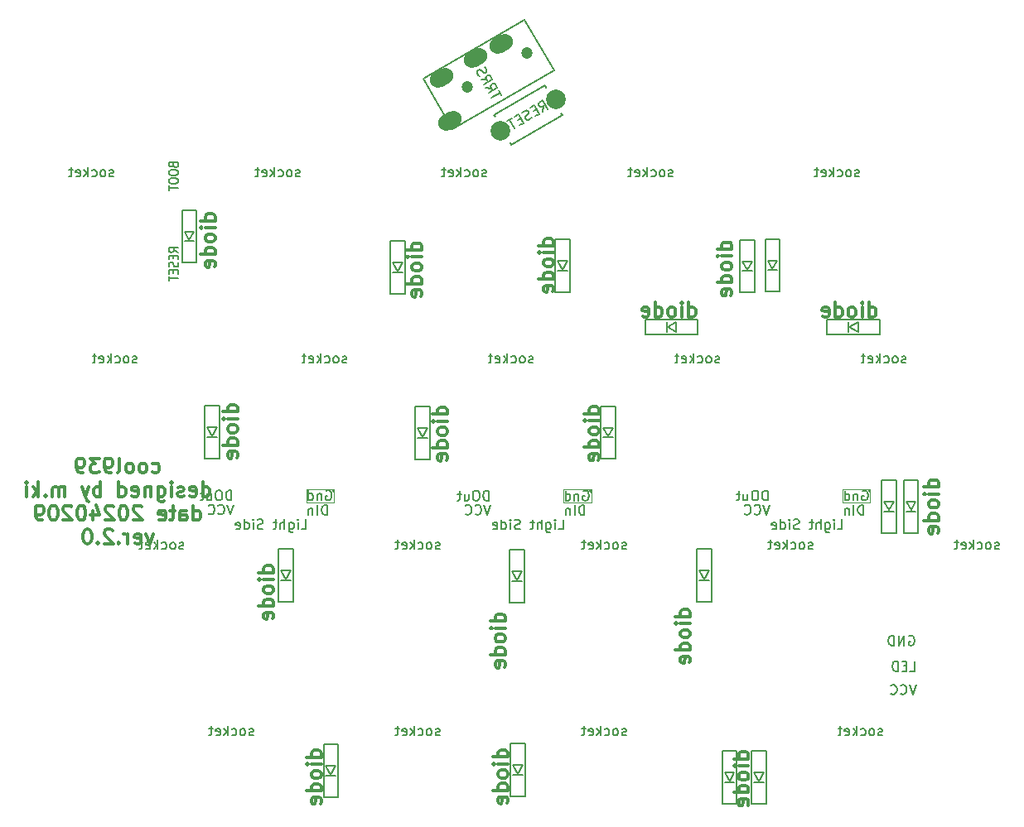
<source format=gbr>
G04 #@! TF.GenerationSoftware,KiCad,Pcbnew,7.0.8*
G04 #@! TF.CreationDate,2024-02-12T18:05:53+09:00*
G04 #@! TF.ProjectId,cool939v2,636f6f6c-3933-4397-9632-2e6b69636164,rev?*
G04 #@! TF.SameCoordinates,Original*
G04 #@! TF.FileFunction,Legend,Bot*
G04 #@! TF.FilePolarity,Positive*
%FSLAX46Y46*%
G04 Gerber Fmt 4.6, Leading zero omitted, Abs format (unit mm)*
G04 Created by KiCad (PCBNEW 7.0.8) date 2024-02-12 18:05:53*
%MOMM*%
%LPD*%
G01*
G04 APERTURE LIST*
G04 Aperture macros list*
%AMHorizOval*
0 Thick line with rounded ends*
0 $1 width*
0 $2 $3 position (X,Y) of the first rounded end (center of the circle)*
0 $4 $5 position (X,Y) of the second rounded end (center of the circle)*
0 Add line between two ends*
20,1,$1,$2,$3,$4,$5,0*
0 Add two circle primitives to create the rounded ends*
1,1,$1,$2,$3*
1,1,$1,$4,$5*%
G04 Aperture macros list end*
%ADD10C,0.300000*%
%ADD11C,0.150000*%
%ADD12C,0.100000*%
%ADD13HorizOval,1.700000X0.346410X0.200000X-0.346410X-0.200000X0*%
%ADD14C,1.200000*%
%ADD15C,2.000000*%
G04 APERTURE END LIST*
D10*
X33105713Y-25474400D02*
X33248570Y-25545828D01*
X33248570Y-25545828D02*
X33534284Y-25545828D01*
X33534284Y-25545828D02*
X33677141Y-25474400D01*
X33677141Y-25474400D02*
X33748570Y-25402971D01*
X33748570Y-25402971D02*
X33819998Y-25260114D01*
X33819998Y-25260114D02*
X33819998Y-24831542D01*
X33819998Y-24831542D02*
X33748570Y-24688685D01*
X33748570Y-24688685D02*
X33677141Y-24617257D01*
X33677141Y-24617257D02*
X33534284Y-24545828D01*
X33534284Y-24545828D02*
X33248570Y-24545828D01*
X33248570Y-24545828D02*
X33105713Y-24617257D01*
X32248570Y-25545828D02*
X32391427Y-25474400D01*
X32391427Y-25474400D02*
X32462856Y-25402971D01*
X32462856Y-25402971D02*
X32534284Y-25260114D01*
X32534284Y-25260114D02*
X32534284Y-24831542D01*
X32534284Y-24831542D02*
X32462856Y-24688685D01*
X32462856Y-24688685D02*
X32391427Y-24617257D01*
X32391427Y-24617257D02*
X32248570Y-24545828D01*
X32248570Y-24545828D02*
X32034284Y-24545828D01*
X32034284Y-24545828D02*
X31891427Y-24617257D01*
X31891427Y-24617257D02*
X31819999Y-24688685D01*
X31819999Y-24688685D02*
X31748570Y-24831542D01*
X31748570Y-24831542D02*
X31748570Y-25260114D01*
X31748570Y-25260114D02*
X31819999Y-25402971D01*
X31819999Y-25402971D02*
X31891427Y-25474400D01*
X31891427Y-25474400D02*
X32034284Y-25545828D01*
X32034284Y-25545828D02*
X32248570Y-25545828D01*
X30891427Y-25545828D02*
X31034284Y-25474400D01*
X31034284Y-25474400D02*
X31105713Y-25402971D01*
X31105713Y-25402971D02*
X31177141Y-25260114D01*
X31177141Y-25260114D02*
X31177141Y-24831542D01*
X31177141Y-24831542D02*
X31105713Y-24688685D01*
X31105713Y-24688685D02*
X31034284Y-24617257D01*
X31034284Y-24617257D02*
X30891427Y-24545828D01*
X30891427Y-24545828D02*
X30677141Y-24545828D01*
X30677141Y-24545828D02*
X30534284Y-24617257D01*
X30534284Y-24617257D02*
X30462856Y-24688685D01*
X30462856Y-24688685D02*
X30391427Y-24831542D01*
X30391427Y-24831542D02*
X30391427Y-25260114D01*
X30391427Y-25260114D02*
X30462856Y-25402971D01*
X30462856Y-25402971D02*
X30534284Y-25474400D01*
X30534284Y-25474400D02*
X30677141Y-25545828D01*
X30677141Y-25545828D02*
X30891427Y-25545828D01*
X29534284Y-25545828D02*
X29677141Y-25474400D01*
X29677141Y-25474400D02*
X29748570Y-25331542D01*
X29748570Y-25331542D02*
X29748570Y-24045828D01*
X28891427Y-25545828D02*
X28605713Y-25545828D01*
X28605713Y-25545828D02*
X28462856Y-25474400D01*
X28462856Y-25474400D02*
X28391427Y-25402971D01*
X28391427Y-25402971D02*
X28248570Y-25188685D01*
X28248570Y-25188685D02*
X28177141Y-24902971D01*
X28177141Y-24902971D02*
X28177141Y-24331542D01*
X28177141Y-24331542D02*
X28248570Y-24188685D01*
X28248570Y-24188685D02*
X28319999Y-24117257D01*
X28319999Y-24117257D02*
X28462856Y-24045828D01*
X28462856Y-24045828D02*
X28748570Y-24045828D01*
X28748570Y-24045828D02*
X28891427Y-24117257D01*
X28891427Y-24117257D02*
X28962856Y-24188685D01*
X28962856Y-24188685D02*
X29034284Y-24331542D01*
X29034284Y-24331542D02*
X29034284Y-24688685D01*
X29034284Y-24688685D02*
X28962856Y-24831542D01*
X28962856Y-24831542D02*
X28891427Y-24902971D01*
X28891427Y-24902971D02*
X28748570Y-24974400D01*
X28748570Y-24974400D02*
X28462856Y-24974400D01*
X28462856Y-24974400D02*
X28319999Y-24902971D01*
X28319999Y-24902971D02*
X28248570Y-24831542D01*
X28248570Y-24831542D02*
X28177141Y-24688685D01*
X27677142Y-24045828D02*
X26748570Y-24045828D01*
X26748570Y-24045828D02*
X27248570Y-24617257D01*
X27248570Y-24617257D02*
X27034285Y-24617257D01*
X27034285Y-24617257D02*
X26891428Y-24688685D01*
X26891428Y-24688685D02*
X26819999Y-24760114D01*
X26819999Y-24760114D02*
X26748570Y-24902971D01*
X26748570Y-24902971D02*
X26748570Y-25260114D01*
X26748570Y-25260114D02*
X26819999Y-25402971D01*
X26819999Y-25402971D02*
X26891428Y-25474400D01*
X26891428Y-25474400D02*
X27034285Y-25545828D01*
X27034285Y-25545828D02*
X27462856Y-25545828D01*
X27462856Y-25545828D02*
X27605713Y-25474400D01*
X27605713Y-25474400D02*
X27677142Y-25402971D01*
X26034285Y-25545828D02*
X25748571Y-25545828D01*
X25748571Y-25545828D02*
X25605714Y-25474400D01*
X25605714Y-25474400D02*
X25534285Y-25402971D01*
X25534285Y-25402971D02*
X25391428Y-25188685D01*
X25391428Y-25188685D02*
X25319999Y-24902971D01*
X25319999Y-24902971D02*
X25319999Y-24331542D01*
X25319999Y-24331542D02*
X25391428Y-24188685D01*
X25391428Y-24188685D02*
X25462857Y-24117257D01*
X25462857Y-24117257D02*
X25605714Y-24045828D01*
X25605714Y-24045828D02*
X25891428Y-24045828D01*
X25891428Y-24045828D02*
X26034285Y-24117257D01*
X26034285Y-24117257D02*
X26105714Y-24188685D01*
X26105714Y-24188685D02*
X26177142Y-24331542D01*
X26177142Y-24331542D02*
X26177142Y-24688685D01*
X26177142Y-24688685D02*
X26105714Y-24831542D01*
X26105714Y-24831542D02*
X26034285Y-24902971D01*
X26034285Y-24902971D02*
X25891428Y-24974400D01*
X25891428Y-24974400D02*
X25605714Y-24974400D01*
X25605714Y-24974400D02*
X25462857Y-24902971D01*
X25462857Y-24902971D02*
X25391428Y-24831542D01*
X25391428Y-24831542D02*
X25319999Y-24688685D01*
X38248572Y-27960828D02*
X38248572Y-26460828D01*
X38248572Y-27889400D02*
X38391429Y-27960828D01*
X38391429Y-27960828D02*
X38677143Y-27960828D01*
X38677143Y-27960828D02*
X38820000Y-27889400D01*
X38820000Y-27889400D02*
X38891429Y-27817971D01*
X38891429Y-27817971D02*
X38962857Y-27675114D01*
X38962857Y-27675114D02*
X38962857Y-27246542D01*
X38962857Y-27246542D02*
X38891429Y-27103685D01*
X38891429Y-27103685D02*
X38820000Y-27032257D01*
X38820000Y-27032257D02*
X38677143Y-26960828D01*
X38677143Y-26960828D02*
X38391429Y-26960828D01*
X38391429Y-26960828D02*
X38248572Y-27032257D01*
X36962857Y-27889400D02*
X37105714Y-27960828D01*
X37105714Y-27960828D02*
X37391429Y-27960828D01*
X37391429Y-27960828D02*
X37534286Y-27889400D01*
X37534286Y-27889400D02*
X37605714Y-27746542D01*
X37605714Y-27746542D02*
X37605714Y-27175114D01*
X37605714Y-27175114D02*
X37534286Y-27032257D01*
X37534286Y-27032257D02*
X37391429Y-26960828D01*
X37391429Y-26960828D02*
X37105714Y-26960828D01*
X37105714Y-26960828D02*
X36962857Y-27032257D01*
X36962857Y-27032257D02*
X36891429Y-27175114D01*
X36891429Y-27175114D02*
X36891429Y-27317971D01*
X36891429Y-27317971D02*
X37605714Y-27460828D01*
X36320000Y-27889400D02*
X36177143Y-27960828D01*
X36177143Y-27960828D02*
X35891429Y-27960828D01*
X35891429Y-27960828D02*
X35748572Y-27889400D01*
X35748572Y-27889400D02*
X35677143Y-27746542D01*
X35677143Y-27746542D02*
X35677143Y-27675114D01*
X35677143Y-27675114D02*
X35748572Y-27532257D01*
X35748572Y-27532257D02*
X35891429Y-27460828D01*
X35891429Y-27460828D02*
X36105715Y-27460828D01*
X36105715Y-27460828D02*
X36248572Y-27389400D01*
X36248572Y-27389400D02*
X36320000Y-27246542D01*
X36320000Y-27246542D02*
X36320000Y-27175114D01*
X36320000Y-27175114D02*
X36248572Y-27032257D01*
X36248572Y-27032257D02*
X36105715Y-26960828D01*
X36105715Y-26960828D02*
X35891429Y-26960828D01*
X35891429Y-26960828D02*
X35748572Y-27032257D01*
X35034286Y-27960828D02*
X35034286Y-26960828D01*
X35034286Y-26460828D02*
X35105714Y-26532257D01*
X35105714Y-26532257D02*
X35034286Y-26603685D01*
X35034286Y-26603685D02*
X34962857Y-26532257D01*
X34962857Y-26532257D02*
X35034286Y-26460828D01*
X35034286Y-26460828D02*
X35034286Y-26603685D01*
X33677143Y-26960828D02*
X33677143Y-28175114D01*
X33677143Y-28175114D02*
X33748571Y-28317971D01*
X33748571Y-28317971D02*
X33820000Y-28389400D01*
X33820000Y-28389400D02*
X33962857Y-28460828D01*
X33962857Y-28460828D02*
X34177143Y-28460828D01*
X34177143Y-28460828D02*
X34320000Y-28389400D01*
X33677143Y-27889400D02*
X33820000Y-27960828D01*
X33820000Y-27960828D02*
X34105714Y-27960828D01*
X34105714Y-27960828D02*
X34248571Y-27889400D01*
X34248571Y-27889400D02*
X34320000Y-27817971D01*
X34320000Y-27817971D02*
X34391428Y-27675114D01*
X34391428Y-27675114D02*
X34391428Y-27246542D01*
X34391428Y-27246542D02*
X34320000Y-27103685D01*
X34320000Y-27103685D02*
X34248571Y-27032257D01*
X34248571Y-27032257D02*
X34105714Y-26960828D01*
X34105714Y-26960828D02*
X33820000Y-26960828D01*
X33820000Y-26960828D02*
X33677143Y-27032257D01*
X32962857Y-26960828D02*
X32962857Y-27960828D01*
X32962857Y-27103685D02*
X32891428Y-27032257D01*
X32891428Y-27032257D02*
X32748571Y-26960828D01*
X32748571Y-26960828D02*
X32534285Y-26960828D01*
X32534285Y-26960828D02*
X32391428Y-27032257D01*
X32391428Y-27032257D02*
X32320000Y-27175114D01*
X32320000Y-27175114D02*
X32320000Y-27960828D01*
X31034285Y-27889400D02*
X31177142Y-27960828D01*
X31177142Y-27960828D02*
X31462857Y-27960828D01*
X31462857Y-27960828D02*
X31605714Y-27889400D01*
X31605714Y-27889400D02*
X31677142Y-27746542D01*
X31677142Y-27746542D02*
X31677142Y-27175114D01*
X31677142Y-27175114D02*
X31605714Y-27032257D01*
X31605714Y-27032257D02*
X31462857Y-26960828D01*
X31462857Y-26960828D02*
X31177142Y-26960828D01*
X31177142Y-26960828D02*
X31034285Y-27032257D01*
X31034285Y-27032257D02*
X30962857Y-27175114D01*
X30962857Y-27175114D02*
X30962857Y-27317971D01*
X30962857Y-27317971D02*
X31677142Y-27460828D01*
X29677143Y-27960828D02*
X29677143Y-26460828D01*
X29677143Y-27889400D02*
X29820000Y-27960828D01*
X29820000Y-27960828D02*
X30105714Y-27960828D01*
X30105714Y-27960828D02*
X30248571Y-27889400D01*
X30248571Y-27889400D02*
X30320000Y-27817971D01*
X30320000Y-27817971D02*
X30391428Y-27675114D01*
X30391428Y-27675114D02*
X30391428Y-27246542D01*
X30391428Y-27246542D02*
X30320000Y-27103685D01*
X30320000Y-27103685D02*
X30248571Y-27032257D01*
X30248571Y-27032257D02*
X30105714Y-26960828D01*
X30105714Y-26960828D02*
X29820000Y-26960828D01*
X29820000Y-26960828D02*
X29677143Y-27032257D01*
X27820000Y-27960828D02*
X27820000Y-26460828D01*
X27820000Y-27032257D02*
X27677143Y-26960828D01*
X27677143Y-26960828D02*
X27391428Y-26960828D01*
X27391428Y-26960828D02*
X27248571Y-27032257D01*
X27248571Y-27032257D02*
X27177143Y-27103685D01*
X27177143Y-27103685D02*
X27105714Y-27246542D01*
X27105714Y-27246542D02*
X27105714Y-27675114D01*
X27105714Y-27675114D02*
X27177143Y-27817971D01*
X27177143Y-27817971D02*
X27248571Y-27889400D01*
X27248571Y-27889400D02*
X27391428Y-27960828D01*
X27391428Y-27960828D02*
X27677143Y-27960828D01*
X27677143Y-27960828D02*
X27820000Y-27889400D01*
X26605714Y-26960828D02*
X26248571Y-27960828D01*
X25891428Y-26960828D02*
X26248571Y-27960828D01*
X26248571Y-27960828D02*
X26391428Y-28317971D01*
X26391428Y-28317971D02*
X26462857Y-28389400D01*
X26462857Y-28389400D02*
X26605714Y-28460828D01*
X24177143Y-27960828D02*
X24177143Y-26960828D01*
X24177143Y-27103685D02*
X24105714Y-27032257D01*
X24105714Y-27032257D02*
X23962857Y-26960828D01*
X23962857Y-26960828D02*
X23748571Y-26960828D01*
X23748571Y-26960828D02*
X23605714Y-27032257D01*
X23605714Y-27032257D02*
X23534286Y-27175114D01*
X23534286Y-27175114D02*
X23534286Y-27960828D01*
X23534286Y-27175114D02*
X23462857Y-27032257D01*
X23462857Y-27032257D02*
X23320000Y-26960828D01*
X23320000Y-26960828D02*
X23105714Y-26960828D01*
X23105714Y-26960828D02*
X22962857Y-27032257D01*
X22962857Y-27032257D02*
X22891428Y-27175114D01*
X22891428Y-27175114D02*
X22891428Y-27960828D01*
X22177143Y-27817971D02*
X22105714Y-27889400D01*
X22105714Y-27889400D02*
X22177143Y-27960828D01*
X22177143Y-27960828D02*
X22248571Y-27889400D01*
X22248571Y-27889400D02*
X22177143Y-27817971D01*
X22177143Y-27817971D02*
X22177143Y-27960828D01*
X21462857Y-27960828D02*
X21462857Y-26460828D01*
X21320000Y-27389400D02*
X20891428Y-27960828D01*
X20891428Y-26960828D02*
X21462857Y-27532257D01*
X20248571Y-27960828D02*
X20248571Y-26960828D01*
X20248571Y-26460828D02*
X20319999Y-26532257D01*
X20319999Y-26532257D02*
X20248571Y-26603685D01*
X20248571Y-26603685D02*
X20177142Y-26532257D01*
X20177142Y-26532257D02*
X20248571Y-26460828D01*
X20248571Y-26460828D02*
X20248571Y-26603685D01*
X37284284Y-30375828D02*
X37284284Y-28875828D01*
X37284284Y-30304400D02*
X37427141Y-30375828D01*
X37427141Y-30375828D02*
X37712855Y-30375828D01*
X37712855Y-30375828D02*
X37855712Y-30304400D01*
X37855712Y-30304400D02*
X37927141Y-30232971D01*
X37927141Y-30232971D02*
X37998569Y-30090114D01*
X37998569Y-30090114D02*
X37998569Y-29661542D01*
X37998569Y-29661542D02*
X37927141Y-29518685D01*
X37927141Y-29518685D02*
X37855712Y-29447257D01*
X37855712Y-29447257D02*
X37712855Y-29375828D01*
X37712855Y-29375828D02*
X37427141Y-29375828D01*
X37427141Y-29375828D02*
X37284284Y-29447257D01*
X35927141Y-30375828D02*
X35927141Y-29590114D01*
X35927141Y-29590114D02*
X35998569Y-29447257D01*
X35998569Y-29447257D02*
X36141426Y-29375828D01*
X36141426Y-29375828D02*
X36427141Y-29375828D01*
X36427141Y-29375828D02*
X36569998Y-29447257D01*
X35927141Y-30304400D02*
X36069998Y-30375828D01*
X36069998Y-30375828D02*
X36427141Y-30375828D01*
X36427141Y-30375828D02*
X36569998Y-30304400D01*
X36569998Y-30304400D02*
X36641426Y-30161542D01*
X36641426Y-30161542D02*
X36641426Y-30018685D01*
X36641426Y-30018685D02*
X36569998Y-29875828D01*
X36569998Y-29875828D02*
X36427141Y-29804400D01*
X36427141Y-29804400D02*
X36069998Y-29804400D01*
X36069998Y-29804400D02*
X35927141Y-29732971D01*
X35427140Y-29375828D02*
X34855712Y-29375828D01*
X35212855Y-28875828D02*
X35212855Y-30161542D01*
X35212855Y-30161542D02*
X35141426Y-30304400D01*
X35141426Y-30304400D02*
X34998569Y-30375828D01*
X34998569Y-30375828D02*
X34855712Y-30375828D01*
X33784283Y-30304400D02*
X33927140Y-30375828D01*
X33927140Y-30375828D02*
X34212855Y-30375828D01*
X34212855Y-30375828D02*
X34355712Y-30304400D01*
X34355712Y-30304400D02*
X34427140Y-30161542D01*
X34427140Y-30161542D02*
X34427140Y-29590114D01*
X34427140Y-29590114D02*
X34355712Y-29447257D01*
X34355712Y-29447257D02*
X34212855Y-29375828D01*
X34212855Y-29375828D02*
X33927140Y-29375828D01*
X33927140Y-29375828D02*
X33784283Y-29447257D01*
X33784283Y-29447257D02*
X33712855Y-29590114D01*
X33712855Y-29590114D02*
X33712855Y-29732971D01*
X33712855Y-29732971D02*
X34427140Y-29875828D01*
X31998569Y-29018685D02*
X31927141Y-28947257D01*
X31927141Y-28947257D02*
X31784284Y-28875828D01*
X31784284Y-28875828D02*
X31427141Y-28875828D01*
X31427141Y-28875828D02*
X31284284Y-28947257D01*
X31284284Y-28947257D02*
X31212855Y-29018685D01*
X31212855Y-29018685D02*
X31141426Y-29161542D01*
X31141426Y-29161542D02*
X31141426Y-29304400D01*
X31141426Y-29304400D02*
X31212855Y-29518685D01*
X31212855Y-29518685D02*
X32069998Y-30375828D01*
X32069998Y-30375828D02*
X31141426Y-30375828D01*
X30212855Y-28875828D02*
X30069998Y-28875828D01*
X30069998Y-28875828D02*
X29927141Y-28947257D01*
X29927141Y-28947257D02*
X29855713Y-29018685D01*
X29855713Y-29018685D02*
X29784284Y-29161542D01*
X29784284Y-29161542D02*
X29712855Y-29447257D01*
X29712855Y-29447257D02*
X29712855Y-29804400D01*
X29712855Y-29804400D02*
X29784284Y-30090114D01*
X29784284Y-30090114D02*
X29855713Y-30232971D01*
X29855713Y-30232971D02*
X29927141Y-30304400D01*
X29927141Y-30304400D02*
X30069998Y-30375828D01*
X30069998Y-30375828D02*
X30212855Y-30375828D01*
X30212855Y-30375828D02*
X30355713Y-30304400D01*
X30355713Y-30304400D02*
X30427141Y-30232971D01*
X30427141Y-30232971D02*
X30498570Y-30090114D01*
X30498570Y-30090114D02*
X30569998Y-29804400D01*
X30569998Y-29804400D02*
X30569998Y-29447257D01*
X30569998Y-29447257D02*
X30498570Y-29161542D01*
X30498570Y-29161542D02*
X30427141Y-29018685D01*
X30427141Y-29018685D02*
X30355713Y-28947257D01*
X30355713Y-28947257D02*
X30212855Y-28875828D01*
X29141427Y-29018685D02*
X29069999Y-28947257D01*
X29069999Y-28947257D02*
X28927142Y-28875828D01*
X28927142Y-28875828D02*
X28569999Y-28875828D01*
X28569999Y-28875828D02*
X28427142Y-28947257D01*
X28427142Y-28947257D02*
X28355713Y-29018685D01*
X28355713Y-29018685D02*
X28284284Y-29161542D01*
X28284284Y-29161542D02*
X28284284Y-29304400D01*
X28284284Y-29304400D02*
X28355713Y-29518685D01*
X28355713Y-29518685D02*
X29212856Y-30375828D01*
X29212856Y-30375828D02*
X28284284Y-30375828D01*
X26998571Y-29375828D02*
X26998571Y-30375828D01*
X27355713Y-28804400D02*
X27712856Y-29875828D01*
X27712856Y-29875828D02*
X26784285Y-29875828D01*
X25927142Y-28875828D02*
X25784285Y-28875828D01*
X25784285Y-28875828D02*
X25641428Y-28947257D01*
X25641428Y-28947257D02*
X25570000Y-29018685D01*
X25570000Y-29018685D02*
X25498571Y-29161542D01*
X25498571Y-29161542D02*
X25427142Y-29447257D01*
X25427142Y-29447257D02*
X25427142Y-29804400D01*
X25427142Y-29804400D02*
X25498571Y-30090114D01*
X25498571Y-30090114D02*
X25570000Y-30232971D01*
X25570000Y-30232971D02*
X25641428Y-30304400D01*
X25641428Y-30304400D02*
X25784285Y-30375828D01*
X25784285Y-30375828D02*
X25927142Y-30375828D01*
X25927142Y-30375828D02*
X26070000Y-30304400D01*
X26070000Y-30304400D02*
X26141428Y-30232971D01*
X26141428Y-30232971D02*
X26212857Y-30090114D01*
X26212857Y-30090114D02*
X26284285Y-29804400D01*
X26284285Y-29804400D02*
X26284285Y-29447257D01*
X26284285Y-29447257D02*
X26212857Y-29161542D01*
X26212857Y-29161542D02*
X26141428Y-29018685D01*
X26141428Y-29018685D02*
X26070000Y-28947257D01*
X26070000Y-28947257D02*
X25927142Y-28875828D01*
X24855714Y-29018685D02*
X24784286Y-28947257D01*
X24784286Y-28947257D02*
X24641429Y-28875828D01*
X24641429Y-28875828D02*
X24284286Y-28875828D01*
X24284286Y-28875828D02*
X24141429Y-28947257D01*
X24141429Y-28947257D02*
X24070000Y-29018685D01*
X24070000Y-29018685D02*
X23998571Y-29161542D01*
X23998571Y-29161542D02*
X23998571Y-29304400D01*
X23998571Y-29304400D02*
X24070000Y-29518685D01*
X24070000Y-29518685D02*
X24927143Y-30375828D01*
X24927143Y-30375828D02*
X23998571Y-30375828D01*
X23070000Y-28875828D02*
X22927143Y-28875828D01*
X22927143Y-28875828D02*
X22784286Y-28947257D01*
X22784286Y-28947257D02*
X22712858Y-29018685D01*
X22712858Y-29018685D02*
X22641429Y-29161542D01*
X22641429Y-29161542D02*
X22570000Y-29447257D01*
X22570000Y-29447257D02*
X22570000Y-29804400D01*
X22570000Y-29804400D02*
X22641429Y-30090114D01*
X22641429Y-30090114D02*
X22712858Y-30232971D01*
X22712858Y-30232971D02*
X22784286Y-30304400D01*
X22784286Y-30304400D02*
X22927143Y-30375828D01*
X22927143Y-30375828D02*
X23070000Y-30375828D01*
X23070000Y-30375828D02*
X23212858Y-30304400D01*
X23212858Y-30304400D02*
X23284286Y-30232971D01*
X23284286Y-30232971D02*
X23355715Y-30090114D01*
X23355715Y-30090114D02*
X23427143Y-29804400D01*
X23427143Y-29804400D02*
X23427143Y-29447257D01*
X23427143Y-29447257D02*
X23355715Y-29161542D01*
X23355715Y-29161542D02*
X23284286Y-29018685D01*
X23284286Y-29018685D02*
X23212858Y-28947257D01*
X23212858Y-28947257D02*
X23070000Y-28875828D01*
X21855715Y-30375828D02*
X21570001Y-30375828D01*
X21570001Y-30375828D02*
X21427144Y-30304400D01*
X21427144Y-30304400D02*
X21355715Y-30232971D01*
X21355715Y-30232971D02*
X21212858Y-30018685D01*
X21212858Y-30018685D02*
X21141429Y-29732971D01*
X21141429Y-29732971D02*
X21141429Y-29161542D01*
X21141429Y-29161542D02*
X21212858Y-29018685D01*
X21212858Y-29018685D02*
X21284287Y-28947257D01*
X21284287Y-28947257D02*
X21427144Y-28875828D01*
X21427144Y-28875828D02*
X21712858Y-28875828D01*
X21712858Y-28875828D02*
X21855715Y-28947257D01*
X21855715Y-28947257D02*
X21927144Y-29018685D01*
X21927144Y-29018685D02*
X21998572Y-29161542D01*
X21998572Y-29161542D02*
X21998572Y-29518685D01*
X21998572Y-29518685D02*
X21927144Y-29661542D01*
X21927144Y-29661542D02*
X21855715Y-29732971D01*
X21855715Y-29732971D02*
X21712858Y-29804400D01*
X21712858Y-29804400D02*
X21427144Y-29804400D01*
X21427144Y-29804400D02*
X21284287Y-29732971D01*
X21284287Y-29732971D02*
X21212858Y-29661542D01*
X21212858Y-29661542D02*
X21141429Y-29518685D01*
X33177142Y-31790828D02*
X32819999Y-32790828D01*
X32819999Y-32790828D02*
X32462856Y-31790828D01*
X31319999Y-32719400D02*
X31462856Y-32790828D01*
X31462856Y-32790828D02*
X31748571Y-32790828D01*
X31748571Y-32790828D02*
X31891428Y-32719400D01*
X31891428Y-32719400D02*
X31962856Y-32576542D01*
X31962856Y-32576542D02*
X31962856Y-32005114D01*
X31962856Y-32005114D02*
X31891428Y-31862257D01*
X31891428Y-31862257D02*
X31748571Y-31790828D01*
X31748571Y-31790828D02*
X31462856Y-31790828D01*
X31462856Y-31790828D02*
X31319999Y-31862257D01*
X31319999Y-31862257D02*
X31248571Y-32005114D01*
X31248571Y-32005114D02*
X31248571Y-32147971D01*
X31248571Y-32147971D02*
X31962856Y-32290828D01*
X30605714Y-32790828D02*
X30605714Y-31790828D01*
X30605714Y-32076542D02*
X30534285Y-31933685D01*
X30534285Y-31933685D02*
X30462857Y-31862257D01*
X30462857Y-31862257D02*
X30319999Y-31790828D01*
X30319999Y-31790828D02*
X30177142Y-31790828D01*
X29677143Y-32647971D02*
X29605714Y-32719400D01*
X29605714Y-32719400D02*
X29677143Y-32790828D01*
X29677143Y-32790828D02*
X29748571Y-32719400D01*
X29748571Y-32719400D02*
X29677143Y-32647971D01*
X29677143Y-32647971D02*
X29677143Y-32790828D01*
X29034285Y-31433685D02*
X28962857Y-31362257D01*
X28962857Y-31362257D02*
X28820000Y-31290828D01*
X28820000Y-31290828D02*
X28462857Y-31290828D01*
X28462857Y-31290828D02*
X28320000Y-31362257D01*
X28320000Y-31362257D02*
X28248571Y-31433685D01*
X28248571Y-31433685D02*
X28177142Y-31576542D01*
X28177142Y-31576542D02*
X28177142Y-31719400D01*
X28177142Y-31719400D02*
X28248571Y-31933685D01*
X28248571Y-31933685D02*
X29105714Y-32790828D01*
X29105714Y-32790828D02*
X28177142Y-32790828D01*
X27534286Y-32647971D02*
X27462857Y-32719400D01*
X27462857Y-32719400D02*
X27534286Y-32790828D01*
X27534286Y-32790828D02*
X27605714Y-32719400D01*
X27605714Y-32719400D02*
X27534286Y-32647971D01*
X27534286Y-32647971D02*
X27534286Y-32790828D01*
X26534285Y-31290828D02*
X26391428Y-31290828D01*
X26391428Y-31290828D02*
X26248571Y-31362257D01*
X26248571Y-31362257D02*
X26177143Y-31433685D01*
X26177143Y-31433685D02*
X26105714Y-31576542D01*
X26105714Y-31576542D02*
X26034285Y-31862257D01*
X26034285Y-31862257D02*
X26034285Y-32219400D01*
X26034285Y-32219400D02*
X26105714Y-32505114D01*
X26105714Y-32505114D02*
X26177143Y-32647971D01*
X26177143Y-32647971D02*
X26248571Y-32719400D01*
X26248571Y-32719400D02*
X26391428Y-32790828D01*
X26391428Y-32790828D02*
X26534285Y-32790828D01*
X26534285Y-32790828D02*
X26677143Y-32719400D01*
X26677143Y-32719400D02*
X26748571Y-32647971D01*
X26748571Y-32647971D02*
X26820000Y-32505114D01*
X26820000Y-32505114D02*
X26891428Y-32219400D01*
X26891428Y-32219400D02*
X26891428Y-31862257D01*
X26891428Y-31862257D02*
X26820000Y-31576542D01*
X26820000Y-31576542D02*
X26748571Y-31433685D01*
X26748571Y-31433685D02*
X26677143Y-31362257D01*
X26677143Y-31362257D02*
X26534285Y-31290828D01*
X94028328Y-54804286D02*
X92528328Y-54804286D01*
X93956900Y-54804286D02*
X94028328Y-54661428D01*
X94028328Y-54661428D02*
X94028328Y-54375714D01*
X94028328Y-54375714D02*
X93956900Y-54232857D01*
X93956900Y-54232857D02*
X93885471Y-54161428D01*
X93885471Y-54161428D02*
X93742614Y-54090000D01*
X93742614Y-54090000D02*
X93314042Y-54090000D01*
X93314042Y-54090000D02*
X93171185Y-54161428D01*
X93171185Y-54161428D02*
X93099757Y-54232857D01*
X93099757Y-54232857D02*
X93028328Y-54375714D01*
X93028328Y-54375714D02*
X93028328Y-54661428D01*
X93028328Y-54661428D02*
X93099757Y-54804286D01*
X94028328Y-55518571D02*
X93028328Y-55518571D01*
X92528328Y-55518571D02*
X92599757Y-55447143D01*
X92599757Y-55447143D02*
X92671185Y-55518571D01*
X92671185Y-55518571D02*
X92599757Y-55590000D01*
X92599757Y-55590000D02*
X92528328Y-55518571D01*
X92528328Y-55518571D02*
X92671185Y-55518571D01*
X94028328Y-56447143D02*
X93956900Y-56304286D01*
X93956900Y-56304286D02*
X93885471Y-56232857D01*
X93885471Y-56232857D02*
X93742614Y-56161429D01*
X93742614Y-56161429D02*
X93314042Y-56161429D01*
X93314042Y-56161429D02*
X93171185Y-56232857D01*
X93171185Y-56232857D02*
X93099757Y-56304286D01*
X93099757Y-56304286D02*
X93028328Y-56447143D01*
X93028328Y-56447143D02*
X93028328Y-56661429D01*
X93028328Y-56661429D02*
X93099757Y-56804286D01*
X93099757Y-56804286D02*
X93171185Y-56875715D01*
X93171185Y-56875715D02*
X93314042Y-56947143D01*
X93314042Y-56947143D02*
X93742614Y-56947143D01*
X93742614Y-56947143D02*
X93885471Y-56875715D01*
X93885471Y-56875715D02*
X93956900Y-56804286D01*
X93956900Y-56804286D02*
X94028328Y-56661429D01*
X94028328Y-56661429D02*
X94028328Y-56447143D01*
X94028328Y-58232858D02*
X92528328Y-58232858D01*
X93956900Y-58232858D02*
X94028328Y-58090000D01*
X94028328Y-58090000D02*
X94028328Y-57804286D01*
X94028328Y-57804286D02*
X93956900Y-57661429D01*
X93956900Y-57661429D02*
X93885471Y-57590000D01*
X93885471Y-57590000D02*
X93742614Y-57518572D01*
X93742614Y-57518572D02*
X93314042Y-57518572D01*
X93314042Y-57518572D02*
X93171185Y-57590000D01*
X93171185Y-57590000D02*
X93099757Y-57661429D01*
X93099757Y-57661429D02*
X93028328Y-57804286D01*
X93028328Y-57804286D02*
X93028328Y-58090000D01*
X93028328Y-58090000D02*
X93099757Y-58232858D01*
X93956900Y-59518572D02*
X94028328Y-59375715D01*
X94028328Y-59375715D02*
X94028328Y-59090001D01*
X94028328Y-59090001D02*
X93956900Y-58947143D01*
X93956900Y-58947143D02*
X93814042Y-58875715D01*
X93814042Y-58875715D02*
X93242614Y-58875715D01*
X93242614Y-58875715D02*
X93099757Y-58947143D01*
X93099757Y-58947143D02*
X93028328Y-59090001D01*
X93028328Y-59090001D02*
X93028328Y-59375715D01*
X93028328Y-59375715D02*
X93099757Y-59518572D01*
X93099757Y-59518572D02*
X93242614Y-59590001D01*
X93242614Y-59590001D02*
X93385471Y-59590001D01*
X93385471Y-59590001D02*
X93528328Y-58875715D01*
X45478328Y-35734286D02*
X43978328Y-35734286D01*
X45406900Y-35734286D02*
X45478328Y-35591428D01*
X45478328Y-35591428D02*
X45478328Y-35305714D01*
X45478328Y-35305714D02*
X45406900Y-35162857D01*
X45406900Y-35162857D02*
X45335471Y-35091428D01*
X45335471Y-35091428D02*
X45192614Y-35020000D01*
X45192614Y-35020000D02*
X44764042Y-35020000D01*
X44764042Y-35020000D02*
X44621185Y-35091428D01*
X44621185Y-35091428D02*
X44549757Y-35162857D01*
X44549757Y-35162857D02*
X44478328Y-35305714D01*
X44478328Y-35305714D02*
X44478328Y-35591428D01*
X44478328Y-35591428D02*
X44549757Y-35734286D01*
X45478328Y-36448571D02*
X44478328Y-36448571D01*
X43978328Y-36448571D02*
X44049757Y-36377143D01*
X44049757Y-36377143D02*
X44121185Y-36448571D01*
X44121185Y-36448571D02*
X44049757Y-36520000D01*
X44049757Y-36520000D02*
X43978328Y-36448571D01*
X43978328Y-36448571D02*
X44121185Y-36448571D01*
X45478328Y-37377143D02*
X45406900Y-37234286D01*
X45406900Y-37234286D02*
X45335471Y-37162857D01*
X45335471Y-37162857D02*
X45192614Y-37091429D01*
X45192614Y-37091429D02*
X44764042Y-37091429D01*
X44764042Y-37091429D02*
X44621185Y-37162857D01*
X44621185Y-37162857D02*
X44549757Y-37234286D01*
X44549757Y-37234286D02*
X44478328Y-37377143D01*
X44478328Y-37377143D02*
X44478328Y-37591429D01*
X44478328Y-37591429D02*
X44549757Y-37734286D01*
X44549757Y-37734286D02*
X44621185Y-37805715D01*
X44621185Y-37805715D02*
X44764042Y-37877143D01*
X44764042Y-37877143D02*
X45192614Y-37877143D01*
X45192614Y-37877143D02*
X45335471Y-37805715D01*
X45335471Y-37805715D02*
X45406900Y-37734286D01*
X45406900Y-37734286D02*
X45478328Y-37591429D01*
X45478328Y-37591429D02*
X45478328Y-37377143D01*
X45478328Y-39162858D02*
X43978328Y-39162858D01*
X45406900Y-39162858D02*
X45478328Y-39020000D01*
X45478328Y-39020000D02*
X45478328Y-38734286D01*
X45478328Y-38734286D02*
X45406900Y-38591429D01*
X45406900Y-38591429D02*
X45335471Y-38520000D01*
X45335471Y-38520000D02*
X45192614Y-38448572D01*
X45192614Y-38448572D02*
X44764042Y-38448572D01*
X44764042Y-38448572D02*
X44621185Y-38520000D01*
X44621185Y-38520000D02*
X44549757Y-38591429D01*
X44549757Y-38591429D02*
X44478328Y-38734286D01*
X44478328Y-38734286D02*
X44478328Y-39020000D01*
X44478328Y-39020000D02*
X44549757Y-39162858D01*
X45406900Y-40448572D02*
X45478328Y-40305715D01*
X45478328Y-40305715D02*
X45478328Y-40020001D01*
X45478328Y-40020001D02*
X45406900Y-39877143D01*
X45406900Y-39877143D02*
X45264042Y-39805715D01*
X45264042Y-39805715D02*
X44692614Y-39805715D01*
X44692614Y-39805715D02*
X44549757Y-39877143D01*
X44549757Y-39877143D02*
X44478328Y-40020001D01*
X44478328Y-40020001D02*
X44478328Y-40305715D01*
X44478328Y-40305715D02*
X44549757Y-40448572D01*
X44549757Y-40448572D02*
X44692614Y-40520001D01*
X44692614Y-40520001D02*
X44835471Y-40520001D01*
X44835471Y-40520001D02*
X44978328Y-39805715D01*
X69148328Y-40684286D02*
X67648328Y-40684286D01*
X69076900Y-40684286D02*
X69148328Y-40541428D01*
X69148328Y-40541428D02*
X69148328Y-40255714D01*
X69148328Y-40255714D02*
X69076900Y-40112857D01*
X69076900Y-40112857D02*
X69005471Y-40041428D01*
X69005471Y-40041428D02*
X68862614Y-39970000D01*
X68862614Y-39970000D02*
X68434042Y-39970000D01*
X68434042Y-39970000D02*
X68291185Y-40041428D01*
X68291185Y-40041428D02*
X68219757Y-40112857D01*
X68219757Y-40112857D02*
X68148328Y-40255714D01*
X68148328Y-40255714D02*
X68148328Y-40541428D01*
X68148328Y-40541428D02*
X68219757Y-40684286D01*
X69148328Y-41398571D02*
X68148328Y-41398571D01*
X67648328Y-41398571D02*
X67719757Y-41327143D01*
X67719757Y-41327143D02*
X67791185Y-41398571D01*
X67791185Y-41398571D02*
X67719757Y-41470000D01*
X67719757Y-41470000D02*
X67648328Y-41398571D01*
X67648328Y-41398571D02*
X67791185Y-41398571D01*
X69148328Y-42327143D02*
X69076900Y-42184286D01*
X69076900Y-42184286D02*
X69005471Y-42112857D01*
X69005471Y-42112857D02*
X68862614Y-42041429D01*
X68862614Y-42041429D02*
X68434042Y-42041429D01*
X68434042Y-42041429D02*
X68291185Y-42112857D01*
X68291185Y-42112857D02*
X68219757Y-42184286D01*
X68219757Y-42184286D02*
X68148328Y-42327143D01*
X68148328Y-42327143D02*
X68148328Y-42541429D01*
X68148328Y-42541429D02*
X68219757Y-42684286D01*
X68219757Y-42684286D02*
X68291185Y-42755715D01*
X68291185Y-42755715D02*
X68434042Y-42827143D01*
X68434042Y-42827143D02*
X68862614Y-42827143D01*
X68862614Y-42827143D02*
X69005471Y-42755715D01*
X69005471Y-42755715D02*
X69076900Y-42684286D01*
X69076900Y-42684286D02*
X69148328Y-42541429D01*
X69148328Y-42541429D02*
X69148328Y-42327143D01*
X69148328Y-44112858D02*
X67648328Y-44112858D01*
X69076900Y-44112858D02*
X69148328Y-43970000D01*
X69148328Y-43970000D02*
X69148328Y-43684286D01*
X69148328Y-43684286D02*
X69076900Y-43541429D01*
X69076900Y-43541429D02*
X69005471Y-43470000D01*
X69005471Y-43470000D02*
X68862614Y-43398572D01*
X68862614Y-43398572D02*
X68434042Y-43398572D01*
X68434042Y-43398572D02*
X68291185Y-43470000D01*
X68291185Y-43470000D02*
X68219757Y-43541429D01*
X68219757Y-43541429D02*
X68148328Y-43684286D01*
X68148328Y-43684286D02*
X68148328Y-43970000D01*
X68148328Y-43970000D02*
X68219757Y-44112858D01*
X69076900Y-45398572D02*
X69148328Y-45255715D01*
X69148328Y-45255715D02*
X69148328Y-44970001D01*
X69148328Y-44970001D02*
X69076900Y-44827143D01*
X69076900Y-44827143D02*
X68934042Y-44755715D01*
X68934042Y-44755715D02*
X68362614Y-44755715D01*
X68362614Y-44755715D02*
X68219757Y-44827143D01*
X68219757Y-44827143D02*
X68148328Y-44970001D01*
X68148328Y-44970001D02*
X68148328Y-45255715D01*
X68148328Y-45255715D02*
X68219757Y-45398572D01*
X68219757Y-45398572D02*
X68362614Y-45470001D01*
X68362614Y-45470001D02*
X68505471Y-45470001D01*
X68505471Y-45470001D02*
X68648328Y-44755715D01*
X88078328Y-40234286D02*
X86578328Y-40234286D01*
X88006900Y-40234286D02*
X88078328Y-40091428D01*
X88078328Y-40091428D02*
X88078328Y-39805714D01*
X88078328Y-39805714D02*
X88006900Y-39662857D01*
X88006900Y-39662857D02*
X87935471Y-39591428D01*
X87935471Y-39591428D02*
X87792614Y-39520000D01*
X87792614Y-39520000D02*
X87364042Y-39520000D01*
X87364042Y-39520000D02*
X87221185Y-39591428D01*
X87221185Y-39591428D02*
X87149757Y-39662857D01*
X87149757Y-39662857D02*
X87078328Y-39805714D01*
X87078328Y-39805714D02*
X87078328Y-40091428D01*
X87078328Y-40091428D02*
X87149757Y-40234286D01*
X88078328Y-40948571D02*
X87078328Y-40948571D01*
X86578328Y-40948571D02*
X86649757Y-40877143D01*
X86649757Y-40877143D02*
X86721185Y-40948571D01*
X86721185Y-40948571D02*
X86649757Y-41020000D01*
X86649757Y-41020000D02*
X86578328Y-40948571D01*
X86578328Y-40948571D02*
X86721185Y-40948571D01*
X88078328Y-41877143D02*
X88006900Y-41734286D01*
X88006900Y-41734286D02*
X87935471Y-41662857D01*
X87935471Y-41662857D02*
X87792614Y-41591429D01*
X87792614Y-41591429D02*
X87364042Y-41591429D01*
X87364042Y-41591429D02*
X87221185Y-41662857D01*
X87221185Y-41662857D02*
X87149757Y-41734286D01*
X87149757Y-41734286D02*
X87078328Y-41877143D01*
X87078328Y-41877143D02*
X87078328Y-42091429D01*
X87078328Y-42091429D02*
X87149757Y-42234286D01*
X87149757Y-42234286D02*
X87221185Y-42305715D01*
X87221185Y-42305715D02*
X87364042Y-42377143D01*
X87364042Y-42377143D02*
X87792614Y-42377143D01*
X87792614Y-42377143D02*
X87935471Y-42305715D01*
X87935471Y-42305715D02*
X88006900Y-42234286D01*
X88006900Y-42234286D02*
X88078328Y-42091429D01*
X88078328Y-42091429D02*
X88078328Y-41877143D01*
X88078328Y-43662858D02*
X86578328Y-43662858D01*
X88006900Y-43662858D02*
X88078328Y-43520000D01*
X88078328Y-43520000D02*
X88078328Y-43234286D01*
X88078328Y-43234286D02*
X88006900Y-43091429D01*
X88006900Y-43091429D02*
X87935471Y-43020000D01*
X87935471Y-43020000D02*
X87792614Y-42948572D01*
X87792614Y-42948572D02*
X87364042Y-42948572D01*
X87364042Y-42948572D02*
X87221185Y-43020000D01*
X87221185Y-43020000D02*
X87149757Y-43091429D01*
X87149757Y-43091429D02*
X87078328Y-43234286D01*
X87078328Y-43234286D02*
X87078328Y-43520000D01*
X87078328Y-43520000D02*
X87149757Y-43662858D01*
X88006900Y-44948572D02*
X88078328Y-44805715D01*
X88078328Y-44805715D02*
X88078328Y-44520001D01*
X88078328Y-44520001D02*
X88006900Y-44377143D01*
X88006900Y-44377143D02*
X87864042Y-44305715D01*
X87864042Y-44305715D02*
X87292614Y-44305715D01*
X87292614Y-44305715D02*
X87149757Y-44377143D01*
X87149757Y-44377143D02*
X87078328Y-44520001D01*
X87078328Y-44520001D02*
X87078328Y-44805715D01*
X87078328Y-44805715D02*
X87149757Y-44948572D01*
X87149757Y-44948572D02*
X87292614Y-45020001D01*
X87292614Y-45020001D02*
X87435471Y-45020001D01*
X87435471Y-45020001D02*
X87578328Y-44305715D01*
X113438328Y-26964286D02*
X111938328Y-26964286D01*
X113366900Y-26964286D02*
X113438328Y-26821428D01*
X113438328Y-26821428D02*
X113438328Y-26535714D01*
X113438328Y-26535714D02*
X113366900Y-26392857D01*
X113366900Y-26392857D02*
X113295471Y-26321428D01*
X113295471Y-26321428D02*
X113152614Y-26250000D01*
X113152614Y-26250000D02*
X112724042Y-26250000D01*
X112724042Y-26250000D02*
X112581185Y-26321428D01*
X112581185Y-26321428D02*
X112509757Y-26392857D01*
X112509757Y-26392857D02*
X112438328Y-26535714D01*
X112438328Y-26535714D02*
X112438328Y-26821428D01*
X112438328Y-26821428D02*
X112509757Y-26964286D01*
X113438328Y-27678571D02*
X112438328Y-27678571D01*
X111938328Y-27678571D02*
X112009757Y-27607143D01*
X112009757Y-27607143D02*
X112081185Y-27678571D01*
X112081185Y-27678571D02*
X112009757Y-27750000D01*
X112009757Y-27750000D02*
X111938328Y-27678571D01*
X111938328Y-27678571D02*
X112081185Y-27678571D01*
X113438328Y-28607143D02*
X113366900Y-28464286D01*
X113366900Y-28464286D02*
X113295471Y-28392857D01*
X113295471Y-28392857D02*
X113152614Y-28321429D01*
X113152614Y-28321429D02*
X112724042Y-28321429D01*
X112724042Y-28321429D02*
X112581185Y-28392857D01*
X112581185Y-28392857D02*
X112509757Y-28464286D01*
X112509757Y-28464286D02*
X112438328Y-28607143D01*
X112438328Y-28607143D02*
X112438328Y-28821429D01*
X112438328Y-28821429D02*
X112509757Y-28964286D01*
X112509757Y-28964286D02*
X112581185Y-29035715D01*
X112581185Y-29035715D02*
X112724042Y-29107143D01*
X112724042Y-29107143D02*
X113152614Y-29107143D01*
X113152614Y-29107143D02*
X113295471Y-29035715D01*
X113295471Y-29035715D02*
X113366900Y-28964286D01*
X113366900Y-28964286D02*
X113438328Y-28821429D01*
X113438328Y-28821429D02*
X113438328Y-28607143D01*
X113438328Y-30392858D02*
X111938328Y-30392858D01*
X113366900Y-30392858D02*
X113438328Y-30250000D01*
X113438328Y-30250000D02*
X113438328Y-29964286D01*
X113438328Y-29964286D02*
X113366900Y-29821429D01*
X113366900Y-29821429D02*
X113295471Y-29750000D01*
X113295471Y-29750000D02*
X113152614Y-29678572D01*
X113152614Y-29678572D02*
X112724042Y-29678572D01*
X112724042Y-29678572D02*
X112581185Y-29750000D01*
X112581185Y-29750000D02*
X112509757Y-29821429D01*
X112509757Y-29821429D02*
X112438328Y-29964286D01*
X112438328Y-29964286D02*
X112438328Y-30250000D01*
X112438328Y-30250000D02*
X112509757Y-30392858D01*
X113366900Y-31678572D02*
X113438328Y-31535715D01*
X113438328Y-31535715D02*
X113438328Y-31250001D01*
X113438328Y-31250001D02*
X113366900Y-31107143D01*
X113366900Y-31107143D02*
X113224042Y-31035715D01*
X113224042Y-31035715D02*
X112652614Y-31035715D01*
X112652614Y-31035715D02*
X112509757Y-31107143D01*
X112509757Y-31107143D02*
X112438328Y-31250001D01*
X112438328Y-31250001D02*
X112438328Y-31535715D01*
X112438328Y-31535715D02*
X112509757Y-31678572D01*
X112509757Y-31678572D02*
X112652614Y-31750001D01*
X112652614Y-31750001D02*
X112795471Y-31750001D01*
X112795471Y-31750001D02*
X112938328Y-31035715D01*
X78758328Y-19494286D02*
X77258328Y-19494286D01*
X78686900Y-19494286D02*
X78758328Y-19351428D01*
X78758328Y-19351428D02*
X78758328Y-19065714D01*
X78758328Y-19065714D02*
X78686900Y-18922857D01*
X78686900Y-18922857D02*
X78615471Y-18851428D01*
X78615471Y-18851428D02*
X78472614Y-18780000D01*
X78472614Y-18780000D02*
X78044042Y-18780000D01*
X78044042Y-18780000D02*
X77901185Y-18851428D01*
X77901185Y-18851428D02*
X77829757Y-18922857D01*
X77829757Y-18922857D02*
X77758328Y-19065714D01*
X77758328Y-19065714D02*
X77758328Y-19351428D01*
X77758328Y-19351428D02*
X77829757Y-19494286D01*
X78758328Y-20208571D02*
X77758328Y-20208571D01*
X77258328Y-20208571D02*
X77329757Y-20137143D01*
X77329757Y-20137143D02*
X77401185Y-20208571D01*
X77401185Y-20208571D02*
X77329757Y-20280000D01*
X77329757Y-20280000D02*
X77258328Y-20208571D01*
X77258328Y-20208571D02*
X77401185Y-20208571D01*
X78758328Y-21137143D02*
X78686900Y-20994286D01*
X78686900Y-20994286D02*
X78615471Y-20922857D01*
X78615471Y-20922857D02*
X78472614Y-20851429D01*
X78472614Y-20851429D02*
X78044042Y-20851429D01*
X78044042Y-20851429D02*
X77901185Y-20922857D01*
X77901185Y-20922857D02*
X77829757Y-20994286D01*
X77829757Y-20994286D02*
X77758328Y-21137143D01*
X77758328Y-21137143D02*
X77758328Y-21351429D01*
X77758328Y-21351429D02*
X77829757Y-21494286D01*
X77829757Y-21494286D02*
X77901185Y-21565715D01*
X77901185Y-21565715D02*
X78044042Y-21637143D01*
X78044042Y-21637143D02*
X78472614Y-21637143D01*
X78472614Y-21637143D02*
X78615471Y-21565715D01*
X78615471Y-21565715D02*
X78686900Y-21494286D01*
X78686900Y-21494286D02*
X78758328Y-21351429D01*
X78758328Y-21351429D02*
X78758328Y-21137143D01*
X78758328Y-22922858D02*
X77258328Y-22922858D01*
X78686900Y-22922858D02*
X78758328Y-22780000D01*
X78758328Y-22780000D02*
X78758328Y-22494286D01*
X78758328Y-22494286D02*
X78686900Y-22351429D01*
X78686900Y-22351429D02*
X78615471Y-22280000D01*
X78615471Y-22280000D02*
X78472614Y-22208572D01*
X78472614Y-22208572D02*
X78044042Y-22208572D01*
X78044042Y-22208572D02*
X77901185Y-22280000D01*
X77901185Y-22280000D02*
X77829757Y-22351429D01*
X77829757Y-22351429D02*
X77758328Y-22494286D01*
X77758328Y-22494286D02*
X77758328Y-22780000D01*
X77758328Y-22780000D02*
X77829757Y-22922858D01*
X78686900Y-24208572D02*
X78758328Y-24065715D01*
X78758328Y-24065715D02*
X78758328Y-23780001D01*
X78758328Y-23780001D02*
X78686900Y-23637143D01*
X78686900Y-23637143D02*
X78544042Y-23565715D01*
X78544042Y-23565715D02*
X77972614Y-23565715D01*
X77972614Y-23565715D02*
X77829757Y-23637143D01*
X77829757Y-23637143D02*
X77758328Y-23780001D01*
X77758328Y-23780001D02*
X77758328Y-24065715D01*
X77758328Y-24065715D02*
X77829757Y-24208572D01*
X77829757Y-24208572D02*
X77972614Y-24280001D01*
X77972614Y-24280001D02*
X78115471Y-24280001D01*
X78115471Y-24280001D02*
X78258328Y-23565715D01*
X63258328Y-19534286D02*
X61758328Y-19534286D01*
X63186900Y-19534286D02*
X63258328Y-19391428D01*
X63258328Y-19391428D02*
X63258328Y-19105714D01*
X63258328Y-19105714D02*
X63186900Y-18962857D01*
X63186900Y-18962857D02*
X63115471Y-18891428D01*
X63115471Y-18891428D02*
X62972614Y-18820000D01*
X62972614Y-18820000D02*
X62544042Y-18820000D01*
X62544042Y-18820000D02*
X62401185Y-18891428D01*
X62401185Y-18891428D02*
X62329757Y-18962857D01*
X62329757Y-18962857D02*
X62258328Y-19105714D01*
X62258328Y-19105714D02*
X62258328Y-19391428D01*
X62258328Y-19391428D02*
X62329757Y-19534286D01*
X63258328Y-20248571D02*
X62258328Y-20248571D01*
X61758328Y-20248571D02*
X61829757Y-20177143D01*
X61829757Y-20177143D02*
X61901185Y-20248571D01*
X61901185Y-20248571D02*
X61829757Y-20320000D01*
X61829757Y-20320000D02*
X61758328Y-20248571D01*
X61758328Y-20248571D02*
X61901185Y-20248571D01*
X63258328Y-21177143D02*
X63186900Y-21034286D01*
X63186900Y-21034286D02*
X63115471Y-20962857D01*
X63115471Y-20962857D02*
X62972614Y-20891429D01*
X62972614Y-20891429D02*
X62544042Y-20891429D01*
X62544042Y-20891429D02*
X62401185Y-20962857D01*
X62401185Y-20962857D02*
X62329757Y-21034286D01*
X62329757Y-21034286D02*
X62258328Y-21177143D01*
X62258328Y-21177143D02*
X62258328Y-21391429D01*
X62258328Y-21391429D02*
X62329757Y-21534286D01*
X62329757Y-21534286D02*
X62401185Y-21605715D01*
X62401185Y-21605715D02*
X62544042Y-21677143D01*
X62544042Y-21677143D02*
X62972614Y-21677143D01*
X62972614Y-21677143D02*
X63115471Y-21605715D01*
X63115471Y-21605715D02*
X63186900Y-21534286D01*
X63186900Y-21534286D02*
X63258328Y-21391429D01*
X63258328Y-21391429D02*
X63258328Y-21177143D01*
X63258328Y-22962858D02*
X61758328Y-22962858D01*
X63186900Y-22962858D02*
X63258328Y-22820000D01*
X63258328Y-22820000D02*
X63258328Y-22534286D01*
X63258328Y-22534286D02*
X63186900Y-22391429D01*
X63186900Y-22391429D02*
X63115471Y-22320000D01*
X63115471Y-22320000D02*
X62972614Y-22248572D01*
X62972614Y-22248572D02*
X62544042Y-22248572D01*
X62544042Y-22248572D02*
X62401185Y-22320000D01*
X62401185Y-22320000D02*
X62329757Y-22391429D01*
X62329757Y-22391429D02*
X62258328Y-22534286D01*
X62258328Y-22534286D02*
X62258328Y-22820000D01*
X62258328Y-22820000D02*
X62329757Y-22962858D01*
X63186900Y-24248572D02*
X63258328Y-24105715D01*
X63258328Y-24105715D02*
X63258328Y-23820001D01*
X63258328Y-23820001D02*
X63186900Y-23677143D01*
X63186900Y-23677143D02*
X63044042Y-23605715D01*
X63044042Y-23605715D02*
X62472614Y-23605715D01*
X62472614Y-23605715D02*
X62329757Y-23677143D01*
X62329757Y-23677143D02*
X62258328Y-23820001D01*
X62258328Y-23820001D02*
X62258328Y-24105715D01*
X62258328Y-24105715D02*
X62329757Y-24248572D01*
X62329757Y-24248572D02*
X62472614Y-24320001D01*
X62472614Y-24320001D02*
X62615471Y-24320001D01*
X62615471Y-24320001D02*
X62758328Y-23605715D01*
X41808328Y-19274286D02*
X40308328Y-19274286D01*
X41736900Y-19274286D02*
X41808328Y-19131428D01*
X41808328Y-19131428D02*
X41808328Y-18845714D01*
X41808328Y-18845714D02*
X41736900Y-18702857D01*
X41736900Y-18702857D02*
X41665471Y-18631428D01*
X41665471Y-18631428D02*
X41522614Y-18560000D01*
X41522614Y-18560000D02*
X41094042Y-18560000D01*
X41094042Y-18560000D02*
X40951185Y-18631428D01*
X40951185Y-18631428D02*
X40879757Y-18702857D01*
X40879757Y-18702857D02*
X40808328Y-18845714D01*
X40808328Y-18845714D02*
X40808328Y-19131428D01*
X40808328Y-19131428D02*
X40879757Y-19274286D01*
X41808328Y-19988571D02*
X40808328Y-19988571D01*
X40308328Y-19988571D02*
X40379757Y-19917143D01*
X40379757Y-19917143D02*
X40451185Y-19988571D01*
X40451185Y-19988571D02*
X40379757Y-20060000D01*
X40379757Y-20060000D02*
X40308328Y-19988571D01*
X40308328Y-19988571D02*
X40451185Y-19988571D01*
X41808328Y-20917143D02*
X41736900Y-20774286D01*
X41736900Y-20774286D02*
X41665471Y-20702857D01*
X41665471Y-20702857D02*
X41522614Y-20631429D01*
X41522614Y-20631429D02*
X41094042Y-20631429D01*
X41094042Y-20631429D02*
X40951185Y-20702857D01*
X40951185Y-20702857D02*
X40879757Y-20774286D01*
X40879757Y-20774286D02*
X40808328Y-20917143D01*
X40808328Y-20917143D02*
X40808328Y-21131429D01*
X40808328Y-21131429D02*
X40879757Y-21274286D01*
X40879757Y-21274286D02*
X40951185Y-21345715D01*
X40951185Y-21345715D02*
X41094042Y-21417143D01*
X41094042Y-21417143D02*
X41522614Y-21417143D01*
X41522614Y-21417143D02*
X41665471Y-21345715D01*
X41665471Y-21345715D02*
X41736900Y-21274286D01*
X41736900Y-21274286D02*
X41808328Y-21131429D01*
X41808328Y-21131429D02*
X41808328Y-20917143D01*
X41808328Y-22702858D02*
X40308328Y-22702858D01*
X41736900Y-22702858D02*
X41808328Y-22560000D01*
X41808328Y-22560000D02*
X41808328Y-22274286D01*
X41808328Y-22274286D02*
X41736900Y-22131429D01*
X41736900Y-22131429D02*
X41665471Y-22060000D01*
X41665471Y-22060000D02*
X41522614Y-21988572D01*
X41522614Y-21988572D02*
X41094042Y-21988572D01*
X41094042Y-21988572D02*
X40951185Y-22060000D01*
X40951185Y-22060000D02*
X40879757Y-22131429D01*
X40879757Y-22131429D02*
X40808328Y-22274286D01*
X40808328Y-22274286D02*
X40808328Y-22560000D01*
X40808328Y-22560000D02*
X40879757Y-22702858D01*
X41736900Y-23988572D02*
X41808328Y-23845715D01*
X41808328Y-23845715D02*
X41808328Y-23560001D01*
X41808328Y-23560001D02*
X41736900Y-23417143D01*
X41736900Y-23417143D02*
X41594042Y-23345715D01*
X41594042Y-23345715D02*
X41022614Y-23345715D01*
X41022614Y-23345715D02*
X40879757Y-23417143D01*
X40879757Y-23417143D02*
X40808328Y-23560001D01*
X40808328Y-23560001D02*
X40808328Y-23845715D01*
X40808328Y-23845715D02*
X40879757Y-23988572D01*
X40879757Y-23988572D02*
X41022614Y-24060001D01*
X41022614Y-24060001D02*
X41165471Y-24060001D01*
X41165471Y-24060001D02*
X41308328Y-23345715D01*
X39508328Y235714D02*
X38008328Y235714D01*
X39436900Y235714D02*
X39508328Y378571D01*
X39508328Y378571D02*
X39508328Y664285D01*
X39508328Y664285D02*
X39436900Y807142D01*
X39436900Y807142D02*
X39365471Y878571D01*
X39365471Y878571D02*
X39222614Y949999D01*
X39222614Y949999D02*
X38794042Y949999D01*
X38794042Y949999D02*
X38651185Y878571D01*
X38651185Y878571D02*
X38579757Y807142D01*
X38579757Y807142D02*
X38508328Y664285D01*
X38508328Y664285D02*
X38508328Y378571D01*
X38508328Y378571D02*
X38579757Y235714D01*
X39508328Y-478571D02*
X38508328Y-478571D01*
X38008328Y-478571D02*
X38079757Y-407143D01*
X38079757Y-407143D02*
X38151185Y-478571D01*
X38151185Y-478571D02*
X38079757Y-550000D01*
X38079757Y-550000D02*
X38008328Y-478571D01*
X38008328Y-478571D02*
X38151185Y-478571D01*
X39508328Y-1407143D02*
X39436900Y-1264286D01*
X39436900Y-1264286D02*
X39365471Y-1192857D01*
X39365471Y-1192857D02*
X39222614Y-1121429D01*
X39222614Y-1121429D02*
X38794042Y-1121429D01*
X38794042Y-1121429D02*
X38651185Y-1192857D01*
X38651185Y-1192857D02*
X38579757Y-1264286D01*
X38579757Y-1264286D02*
X38508328Y-1407143D01*
X38508328Y-1407143D02*
X38508328Y-1621429D01*
X38508328Y-1621429D02*
X38579757Y-1764286D01*
X38579757Y-1764286D02*
X38651185Y-1835715D01*
X38651185Y-1835715D02*
X38794042Y-1907143D01*
X38794042Y-1907143D02*
X39222614Y-1907143D01*
X39222614Y-1907143D02*
X39365471Y-1835715D01*
X39365471Y-1835715D02*
X39436900Y-1764286D01*
X39436900Y-1764286D02*
X39508328Y-1621429D01*
X39508328Y-1621429D02*
X39508328Y-1407143D01*
X39508328Y-3192858D02*
X38008328Y-3192858D01*
X39436900Y-3192858D02*
X39508328Y-3050000D01*
X39508328Y-3050000D02*
X39508328Y-2764286D01*
X39508328Y-2764286D02*
X39436900Y-2621429D01*
X39436900Y-2621429D02*
X39365471Y-2550000D01*
X39365471Y-2550000D02*
X39222614Y-2478572D01*
X39222614Y-2478572D02*
X38794042Y-2478572D01*
X38794042Y-2478572D02*
X38651185Y-2550000D01*
X38651185Y-2550000D02*
X38579757Y-2621429D01*
X38579757Y-2621429D02*
X38508328Y-2764286D01*
X38508328Y-2764286D02*
X38508328Y-3050000D01*
X38508328Y-3050000D02*
X38579757Y-3192858D01*
X39436900Y-4478572D02*
X39508328Y-4335715D01*
X39508328Y-4335715D02*
X39508328Y-4050001D01*
X39508328Y-4050001D02*
X39436900Y-3907143D01*
X39436900Y-3907143D02*
X39294042Y-3835715D01*
X39294042Y-3835715D02*
X38722614Y-3835715D01*
X38722614Y-3835715D02*
X38579757Y-3907143D01*
X38579757Y-3907143D02*
X38508328Y-4050001D01*
X38508328Y-4050001D02*
X38508328Y-4335715D01*
X38508328Y-4335715D02*
X38579757Y-4478572D01*
X38579757Y-4478572D02*
X38722614Y-4550001D01*
X38722614Y-4550001D02*
X38865471Y-4550001D01*
X38865471Y-4550001D02*
X39008328Y-3835715D01*
X60638328Y-2744286D02*
X59138328Y-2744286D01*
X60566900Y-2744286D02*
X60638328Y-2601428D01*
X60638328Y-2601428D02*
X60638328Y-2315714D01*
X60638328Y-2315714D02*
X60566900Y-2172857D01*
X60566900Y-2172857D02*
X60495471Y-2101428D01*
X60495471Y-2101428D02*
X60352614Y-2030000D01*
X60352614Y-2030000D02*
X59924042Y-2030000D01*
X59924042Y-2030000D02*
X59781185Y-2101428D01*
X59781185Y-2101428D02*
X59709757Y-2172857D01*
X59709757Y-2172857D02*
X59638328Y-2315714D01*
X59638328Y-2315714D02*
X59638328Y-2601428D01*
X59638328Y-2601428D02*
X59709757Y-2744286D01*
X60638328Y-3458571D02*
X59638328Y-3458571D01*
X59138328Y-3458571D02*
X59209757Y-3387143D01*
X59209757Y-3387143D02*
X59281185Y-3458571D01*
X59281185Y-3458571D02*
X59209757Y-3530000D01*
X59209757Y-3530000D02*
X59138328Y-3458571D01*
X59138328Y-3458571D02*
X59281185Y-3458571D01*
X60638328Y-4387143D02*
X60566900Y-4244286D01*
X60566900Y-4244286D02*
X60495471Y-4172857D01*
X60495471Y-4172857D02*
X60352614Y-4101429D01*
X60352614Y-4101429D02*
X59924042Y-4101429D01*
X59924042Y-4101429D02*
X59781185Y-4172857D01*
X59781185Y-4172857D02*
X59709757Y-4244286D01*
X59709757Y-4244286D02*
X59638328Y-4387143D01*
X59638328Y-4387143D02*
X59638328Y-4601429D01*
X59638328Y-4601429D02*
X59709757Y-4744286D01*
X59709757Y-4744286D02*
X59781185Y-4815715D01*
X59781185Y-4815715D02*
X59924042Y-4887143D01*
X59924042Y-4887143D02*
X60352614Y-4887143D01*
X60352614Y-4887143D02*
X60495471Y-4815715D01*
X60495471Y-4815715D02*
X60566900Y-4744286D01*
X60566900Y-4744286D02*
X60638328Y-4601429D01*
X60638328Y-4601429D02*
X60638328Y-4387143D01*
X60638328Y-6172858D02*
X59138328Y-6172858D01*
X60566900Y-6172858D02*
X60638328Y-6030000D01*
X60638328Y-6030000D02*
X60638328Y-5744286D01*
X60638328Y-5744286D02*
X60566900Y-5601429D01*
X60566900Y-5601429D02*
X60495471Y-5530000D01*
X60495471Y-5530000D02*
X60352614Y-5458572D01*
X60352614Y-5458572D02*
X59924042Y-5458572D01*
X59924042Y-5458572D02*
X59781185Y-5530000D01*
X59781185Y-5530000D02*
X59709757Y-5601429D01*
X59709757Y-5601429D02*
X59638328Y-5744286D01*
X59638328Y-5744286D02*
X59638328Y-6030000D01*
X59638328Y-6030000D02*
X59709757Y-6172858D01*
X60566900Y-7458572D02*
X60638328Y-7315715D01*
X60638328Y-7315715D02*
X60638328Y-7030001D01*
X60638328Y-7030001D02*
X60566900Y-6887143D01*
X60566900Y-6887143D02*
X60424042Y-6815715D01*
X60424042Y-6815715D02*
X59852614Y-6815715D01*
X59852614Y-6815715D02*
X59709757Y-6887143D01*
X59709757Y-6887143D02*
X59638328Y-7030001D01*
X59638328Y-7030001D02*
X59638328Y-7315715D01*
X59638328Y-7315715D02*
X59709757Y-7458572D01*
X59709757Y-7458572D02*
X59852614Y-7530001D01*
X59852614Y-7530001D02*
X59995471Y-7530001D01*
X59995471Y-7530001D02*
X60138328Y-6815715D01*
X74098328Y-2294286D02*
X72598328Y-2294286D01*
X74026900Y-2294286D02*
X74098328Y-2151428D01*
X74098328Y-2151428D02*
X74098328Y-1865714D01*
X74098328Y-1865714D02*
X74026900Y-1722857D01*
X74026900Y-1722857D02*
X73955471Y-1651428D01*
X73955471Y-1651428D02*
X73812614Y-1580000D01*
X73812614Y-1580000D02*
X73384042Y-1580000D01*
X73384042Y-1580000D02*
X73241185Y-1651428D01*
X73241185Y-1651428D02*
X73169757Y-1722857D01*
X73169757Y-1722857D02*
X73098328Y-1865714D01*
X73098328Y-1865714D02*
X73098328Y-2151428D01*
X73098328Y-2151428D02*
X73169757Y-2294286D01*
X74098328Y-3008571D02*
X73098328Y-3008571D01*
X72598328Y-3008571D02*
X72669757Y-2937143D01*
X72669757Y-2937143D02*
X72741185Y-3008571D01*
X72741185Y-3008571D02*
X72669757Y-3080000D01*
X72669757Y-3080000D02*
X72598328Y-3008571D01*
X72598328Y-3008571D02*
X72741185Y-3008571D01*
X74098328Y-3937143D02*
X74026900Y-3794286D01*
X74026900Y-3794286D02*
X73955471Y-3722857D01*
X73955471Y-3722857D02*
X73812614Y-3651429D01*
X73812614Y-3651429D02*
X73384042Y-3651429D01*
X73384042Y-3651429D02*
X73241185Y-3722857D01*
X73241185Y-3722857D02*
X73169757Y-3794286D01*
X73169757Y-3794286D02*
X73098328Y-3937143D01*
X73098328Y-3937143D02*
X73098328Y-4151429D01*
X73098328Y-4151429D02*
X73169757Y-4294286D01*
X73169757Y-4294286D02*
X73241185Y-4365715D01*
X73241185Y-4365715D02*
X73384042Y-4437143D01*
X73384042Y-4437143D02*
X73812614Y-4437143D01*
X73812614Y-4437143D02*
X73955471Y-4365715D01*
X73955471Y-4365715D02*
X74026900Y-4294286D01*
X74026900Y-4294286D02*
X74098328Y-4151429D01*
X74098328Y-4151429D02*
X74098328Y-3937143D01*
X74098328Y-5722858D02*
X72598328Y-5722858D01*
X74026900Y-5722858D02*
X74098328Y-5580000D01*
X74098328Y-5580000D02*
X74098328Y-5294286D01*
X74098328Y-5294286D02*
X74026900Y-5151429D01*
X74026900Y-5151429D02*
X73955471Y-5080000D01*
X73955471Y-5080000D02*
X73812614Y-5008572D01*
X73812614Y-5008572D02*
X73384042Y-5008572D01*
X73384042Y-5008572D02*
X73241185Y-5080000D01*
X73241185Y-5080000D02*
X73169757Y-5151429D01*
X73169757Y-5151429D02*
X73098328Y-5294286D01*
X73098328Y-5294286D02*
X73098328Y-5580000D01*
X73098328Y-5580000D02*
X73169757Y-5722858D01*
X74026900Y-7008572D02*
X74098328Y-6865715D01*
X74098328Y-6865715D02*
X74098328Y-6580001D01*
X74098328Y-6580001D02*
X74026900Y-6437143D01*
X74026900Y-6437143D02*
X73884042Y-6365715D01*
X73884042Y-6365715D02*
X73312614Y-6365715D01*
X73312614Y-6365715D02*
X73169757Y-6437143D01*
X73169757Y-6437143D02*
X73098328Y-6580001D01*
X73098328Y-6580001D02*
X73098328Y-6865715D01*
X73098328Y-6865715D02*
X73169757Y-7008572D01*
X73169757Y-7008572D02*
X73312614Y-7080001D01*
X73312614Y-7080001D02*
X73455471Y-7080001D01*
X73455471Y-7080001D02*
X73598328Y-6365715D01*
X92318328Y-2654286D02*
X90818328Y-2654286D01*
X92246900Y-2654286D02*
X92318328Y-2511428D01*
X92318328Y-2511428D02*
X92318328Y-2225714D01*
X92318328Y-2225714D02*
X92246900Y-2082857D01*
X92246900Y-2082857D02*
X92175471Y-2011428D01*
X92175471Y-2011428D02*
X92032614Y-1940000D01*
X92032614Y-1940000D02*
X91604042Y-1940000D01*
X91604042Y-1940000D02*
X91461185Y-2011428D01*
X91461185Y-2011428D02*
X91389757Y-2082857D01*
X91389757Y-2082857D02*
X91318328Y-2225714D01*
X91318328Y-2225714D02*
X91318328Y-2511428D01*
X91318328Y-2511428D02*
X91389757Y-2654286D01*
X92318328Y-3368571D02*
X91318328Y-3368571D01*
X90818328Y-3368571D02*
X90889757Y-3297143D01*
X90889757Y-3297143D02*
X90961185Y-3368571D01*
X90961185Y-3368571D02*
X90889757Y-3440000D01*
X90889757Y-3440000D02*
X90818328Y-3368571D01*
X90818328Y-3368571D02*
X90961185Y-3368571D01*
X92318328Y-4297143D02*
X92246900Y-4154286D01*
X92246900Y-4154286D02*
X92175471Y-4082857D01*
X92175471Y-4082857D02*
X92032614Y-4011429D01*
X92032614Y-4011429D02*
X91604042Y-4011429D01*
X91604042Y-4011429D02*
X91461185Y-4082857D01*
X91461185Y-4082857D02*
X91389757Y-4154286D01*
X91389757Y-4154286D02*
X91318328Y-4297143D01*
X91318328Y-4297143D02*
X91318328Y-4511429D01*
X91318328Y-4511429D02*
X91389757Y-4654286D01*
X91389757Y-4654286D02*
X91461185Y-4725715D01*
X91461185Y-4725715D02*
X91604042Y-4797143D01*
X91604042Y-4797143D02*
X92032614Y-4797143D01*
X92032614Y-4797143D02*
X92175471Y-4725715D01*
X92175471Y-4725715D02*
X92246900Y-4654286D01*
X92246900Y-4654286D02*
X92318328Y-4511429D01*
X92318328Y-4511429D02*
X92318328Y-4297143D01*
X92318328Y-6082858D02*
X90818328Y-6082858D01*
X92246900Y-6082858D02*
X92318328Y-5940000D01*
X92318328Y-5940000D02*
X92318328Y-5654286D01*
X92318328Y-5654286D02*
X92246900Y-5511429D01*
X92246900Y-5511429D02*
X92175471Y-5440000D01*
X92175471Y-5440000D02*
X92032614Y-5368572D01*
X92032614Y-5368572D02*
X91604042Y-5368572D01*
X91604042Y-5368572D02*
X91461185Y-5440000D01*
X91461185Y-5440000D02*
X91389757Y-5511429D01*
X91389757Y-5511429D02*
X91318328Y-5654286D01*
X91318328Y-5654286D02*
X91318328Y-5940000D01*
X91318328Y-5940000D02*
X91389757Y-6082858D01*
X92246900Y-7368572D02*
X92318328Y-7225715D01*
X92318328Y-7225715D02*
X92318328Y-6940001D01*
X92318328Y-6940001D02*
X92246900Y-6797143D01*
X92246900Y-6797143D02*
X92104042Y-6725715D01*
X92104042Y-6725715D02*
X91532614Y-6725715D01*
X91532614Y-6725715D02*
X91389757Y-6797143D01*
X91389757Y-6797143D02*
X91318328Y-6940001D01*
X91318328Y-6940001D02*
X91318328Y-7225715D01*
X91318328Y-7225715D02*
X91389757Y-7368572D01*
X91389757Y-7368572D02*
X91532614Y-7440001D01*
X91532614Y-7440001D02*
X91675471Y-7440001D01*
X91675471Y-7440001D02*
X91818328Y-6725715D01*
X106345714Y-9598328D02*
X106345714Y-8098328D01*
X106345714Y-9526900D02*
X106488571Y-9598328D01*
X106488571Y-9598328D02*
X106774285Y-9598328D01*
X106774285Y-9598328D02*
X106917142Y-9526900D01*
X106917142Y-9526900D02*
X106988571Y-9455471D01*
X106988571Y-9455471D02*
X107059999Y-9312614D01*
X107059999Y-9312614D02*
X107059999Y-8884042D01*
X107059999Y-8884042D02*
X106988571Y-8741185D01*
X106988571Y-8741185D02*
X106917142Y-8669757D01*
X106917142Y-8669757D02*
X106774285Y-8598328D01*
X106774285Y-8598328D02*
X106488571Y-8598328D01*
X106488571Y-8598328D02*
X106345714Y-8669757D01*
X105631428Y-9598328D02*
X105631428Y-8598328D01*
X105631428Y-8098328D02*
X105702856Y-8169757D01*
X105702856Y-8169757D02*
X105631428Y-8241185D01*
X105631428Y-8241185D02*
X105559999Y-8169757D01*
X105559999Y-8169757D02*
X105631428Y-8098328D01*
X105631428Y-8098328D02*
X105631428Y-8241185D01*
X104702856Y-9598328D02*
X104845713Y-9526900D01*
X104845713Y-9526900D02*
X104917142Y-9455471D01*
X104917142Y-9455471D02*
X104988570Y-9312614D01*
X104988570Y-9312614D02*
X104988570Y-8884042D01*
X104988570Y-8884042D02*
X104917142Y-8741185D01*
X104917142Y-8741185D02*
X104845713Y-8669757D01*
X104845713Y-8669757D02*
X104702856Y-8598328D01*
X104702856Y-8598328D02*
X104488570Y-8598328D01*
X104488570Y-8598328D02*
X104345713Y-8669757D01*
X104345713Y-8669757D02*
X104274285Y-8741185D01*
X104274285Y-8741185D02*
X104202856Y-8884042D01*
X104202856Y-8884042D02*
X104202856Y-9312614D01*
X104202856Y-9312614D02*
X104274285Y-9455471D01*
X104274285Y-9455471D02*
X104345713Y-9526900D01*
X104345713Y-9526900D02*
X104488570Y-9598328D01*
X104488570Y-9598328D02*
X104702856Y-9598328D01*
X102917142Y-9598328D02*
X102917142Y-8098328D01*
X102917142Y-9526900D02*
X103059999Y-9598328D01*
X103059999Y-9598328D02*
X103345713Y-9598328D01*
X103345713Y-9598328D02*
X103488570Y-9526900D01*
X103488570Y-9526900D02*
X103559999Y-9455471D01*
X103559999Y-9455471D02*
X103631427Y-9312614D01*
X103631427Y-9312614D02*
X103631427Y-8884042D01*
X103631427Y-8884042D02*
X103559999Y-8741185D01*
X103559999Y-8741185D02*
X103488570Y-8669757D01*
X103488570Y-8669757D02*
X103345713Y-8598328D01*
X103345713Y-8598328D02*
X103059999Y-8598328D01*
X103059999Y-8598328D02*
X102917142Y-8669757D01*
X101631427Y-9526900D02*
X101774284Y-9598328D01*
X101774284Y-9598328D02*
X102059999Y-9598328D01*
X102059999Y-9598328D02*
X102202856Y-9526900D01*
X102202856Y-9526900D02*
X102274284Y-9384042D01*
X102274284Y-9384042D02*
X102274284Y-8812614D01*
X102274284Y-8812614D02*
X102202856Y-8669757D01*
X102202856Y-8669757D02*
X102059999Y-8598328D01*
X102059999Y-8598328D02*
X101774284Y-8598328D01*
X101774284Y-8598328D02*
X101631427Y-8669757D01*
X101631427Y-8669757D02*
X101559999Y-8812614D01*
X101559999Y-8812614D02*
X101559999Y-8955471D01*
X101559999Y-8955471D02*
X102274284Y-9098328D01*
X87925714Y-9578328D02*
X87925714Y-8078328D01*
X87925714Y-9506900D02*
X88068571Y-9578328D01*
X88068571Y-9578328D02*
X88354285Y-9578328D01*
X88354285Y-9578328D02*
X88497142Y-9506900D01*
X88497142Y-9506900D02*
X88568571Y-9435471D01*
X88568571Y-9435471D02*
X88639999Y-9292614D01*
X88639999Y-9292614D02*
X88639999Y-8864042D01*
X88639999Y-8864042D02*
X88568571Y-8721185D01*
X88568571Y-8721185D02*
X88497142Y-8649757D01*
X88497142Y-8649757D02*
X88354285Y-8578328D01*
X88354285Y-8578328D02*
X88068571Y-8578328D01*
X88068571Y-8578328D02*
X87925714Y-8649757D01*
X87211428Y-9578328D02*
X87211428Y-8578328D01*
X87211428Y-8078328D02*
X87282856Y-8149757D01*
X87282856Y-8149757D02*
X87211428Y-8221185D01*
X87211428Y-8221185D02*
X87139999Y-8149757D01*
X87139999Y-8149757D02*
X87211428Y-8078328D01*
X87211428Y-8078328D02*
X87211428Y-8221185D01*
X86282856Y-9578328D02*
X86425713Y-9506900D01*
X86425713Y-9506900D02*
X86497142Y-9435471D01*
X86497142Y-9435471D02*
X86568570Y-9292614D01*
X86568570Y-9292614D02*
X86568570Y-8864042D01*
X86568570Y-8864042D02*
X86497142Y-8721185D01*
X86497142Y-8721185D02*
X86425713Y-8649757D01*
X86425713Y-8649757D02*
X86282856Y-8578328D01*
X86282856Y-8578328D02*
X86068570Y-8578328D01*
X86068570Y-8578328D02*
X85925713Y-8649757D01*
X85925713Y-8649757D02*
X85854285Y-8721185D01*
X85854285Y-8721185D02*
X85782856Y-8864042D01*
X85782856Y-8864042D02*
X85782856Y-9292614D01*
X85782856Y-9292614D02*
X85854285Y-9435471D01*
X85854285Y-9435471D02*
X85925713Y-9506900D01*
X85925713Y-9506900D02*
X86068570Y-9578328D01*
X86068570Y-9578328D02*
X86282856Y-9578328D01*
X84497142Y-9578328D02*
X84497142Y-8078328D01*
X84497142Y-9506900D02*
X84639999Y-9578328D01*
X84639999Y-9578328D02*
X84925713Y-9578328D01*
X84925713Y-9578328D02*
X85068570Y-9506900D01*
X85068570Y-9506900D02*
X85139999Y-9435471D01*
X85139999Y-9435471D02*
X85211427Y-9292614D01*
X85211427Y-9292614D02*
X85211427Y-8864042D01*
X85211427Y-8864042D02*
X85139999Y-8721185D01*
X85139999Y-8721185D02*
X85068570Y-8649757D01*
X85068570Y-8649757D02*
X84925713Y-8578328D01*
X84925713Y-8578328D02*
X84639999Y-8578328D01*
X84639999Y-8578328D02*
X84497142Y-8649757D01*
X83211427Y-9506900D02*
X83354284Y-9578328D01*
X83354284Y-9578328D02*
X83639999Y-9578328D01*
X83639999Y-9578328D02*
X83782856Y-9506900D01*
X83782856Y-9506900D02*
X83854284Y-9364042D01*
X83854284Y-9364042D02*
X83854284Y-8792614D01*
X83854284Y-8792614D02*
X83782856Y-8649757D01*
X83782856Y-8649757D02*
X83639999Y-8578328D01*
X83639999Y-8578328D02*
X83354284Y-8578328D01*
X83354284Y-8578328D02*
X83211427Y-8649757D01*
X83211427Y-8649757D02*
X83139999Y-8792614D01*
X83139999Y-8792614D02*
X83139999Y-8935471D01*
X83139999Y-8935471D02*
X83854284Y-9078328D01*
X69438328Y-54594286D02*
X67938328Y-54594286D01*
X69366900Y-54594286D02*
X69438328Y-54451428D01*
X69438328Y-54451428D02*
X69438328Y-54165714D01*
X69438328Y-54165714D02*
X69366900Y-54022857D01*
X69366900Y-54022857D02*
X69295471Y-53951428D01*
X69295471Y-53951428D02*
X69152614Y-53880000D01*
X69152614Y-53880000D02*
X68724042Y-53880000D01*
X68724042Y-53880000D02*
X68581185Y-53951428D01*
X68581185Y-53951428D02*
X68509757Y-54022857D01*
X68509757Y-54022857D02*
X68438328Y-54165714D01*
X68438328Y-54165714D02*
X68438328Y-54451428D01*
X68438328Y-54451428D02*
X68509757Y-54594286D01*
X69438328Y-55308571D02*
X68438328Y-55308571D01*
X67938328Y-55308571D02*
X68009757Y-55237143D01*
X68009757Y-55237143D02*
X68081185Y-55308571D01*
X68081185Y-55308571D02*
X68009757Y-55380000D01*
X68009757Y-55380000D02*
X67938328Y-55308571D01*
X67938328Y-55308571D02*
X68081185Y-55308571D01*
X69438328Y-56237143D02*
X69366900Y-56094286D01*
X69366900Y-56094286D02*
X69295471Y-56022857D01*
X69295471Y-56022857D02*
X69152614Y-55951429D01*
X69152614Y-55951429D02*
X68724042Y-55951429D01*
X68724042Y-55951429D02*
X68581185Y-56022857D01*
X68581185Y-56022857D02*
X68509757Y-56094286D01*
X68509757Y-56094286D02*
X68438328Y-56237143D01*
X68438328Y-56237143D02*
X68438328Y-56451429D01*
X68438328Y-56451429D02*
X68509757Y-56594286D01*
X68509757Y-56594286D02*
X68581185Y-56665715D01*
X68581185Y-56665715D02*
X68724042Y-56737143D01*
X68724042Y-56737143D02*
X69152614Y-56737143D01*
X69152614Y-56737143D02*
X69295471Y-56665715D01*
X69295471Y-56665715D02*
X69366900Y-56594286D01*
X69366900Y-56594286D02*
X69438328Y-56451429D01*
X69438328Y-56451429D02*
X69438328Y-56237143D01*
X69438328Y-58022858D02*
X67938328Y-58022858D01*
X69366900Y-58022858D02*
X69438328Y-57880000D01*
X69438328Y-57880000D02*
X69438328Y-57594286D01*
X69438328Y-57594286D02*
X69366900Y-57451429D01*
X69366900Y-57451429D02*
X69295471Y-57380000D01*
X69295471Y-57380000D02*
X69152614Y-57308572D01*
X69152614Y-57308572D02*
X68724042Y-57308572D01*
X68724042Y-57308572D02*
X68581185Y-57380000D01*
X68581185Y-57380000D02*
X68509757Y-57451429D01*
X68509757Y-57451429D02*
X68438328Y-57594286D01*
X68438328Y-57594286D02*
X68438328Y-57880000D01*
X68438328Y-57880000D02*
X68509757Y-58022858D01*
X69366900Y-59308572D02*
X69438328Y-59165715D01*
X69438328Y-59165715D02*
X69438328Y-58880001D01*
X69438328Y-58880001D02*
X69366900Y-58737143D01*
X69366900Y-58737143D02*
X69224042Y-58665715D01*
X69224042Y-58665715D02*
X68652614Y-58665715D01*
X68652614Y-58665715D02*
X68509757Y-58737143D01*
X68509757Y-58737143D02*
X68438328Y-58880001D01*
X68438328Y-58880001D02*
X68438328Y-59165715D01*
X68438328Y-59165715D02*
X68509757Y-59308572D01*
X68509757Y-59308572D02*
X68652614Y-59380001D01*
X68652614Y-59380001D02*
X68795471Y-59380001D01*
X68795471Y-59380001D02*
X68938328Y-58665715D01*
X50358328Y-54634286D02*
X48858328Y-54634286D01*
X50286900Y-54634286D02*
X50358328Y-54491428D01*
X50358328Y-54491428D02*
X50358328Y-54205714D01*
X50358328Y-54205714D02*
X50286900Y-54062857D01*
X50286900Y-54062857D02*
X50215471Y-53991428D01*
X50215471Y-53991428D02*
X50072614Y-53920000D01*
X50072614Y-53920000D02*
X49644042Y-53920000D01*
X49644042Y-53920000D02*
X49501185Y-53991428D01*
X49501185Y-53991428D02*
X49429757Y-54062857D01*
X49429757Y-54062857D02*
X49358328Y-54205714D01*
X49358328Y-54205714D02*
X49358328Y-54491428D01*
X49358328Y-54491428D02*
X49429757Y-54634286D01*
X50358328Y-55348571D02*
X49358328Y-55348571D01*
X48858328Y-55348571D02*
X48929757Y-55277143D01*
X48929757Y-55277143D02*
X49001185Y-55348571D01*
X49001185Y-55348571D02*
X48929757Y-55420000D01*
X48929757Y-55420000D02*
X48858328Y-55348571D01*
X48858328Y-55348571D02*
X49001185Y-55348571D01*
X50358328Y-56277143D02*
X50286900Y-56134286D01*
X50286900Y-56134286D02*
X50215471Y-56062857D01*
X50215471Y-56062857D02*
X50072614Y-55991429D01*
X50072614Y-55991429D02*
X49644042Y-55991429D01*
X49644042Y-55991429D02*
X49501185Y-56062857D01*
X49501185Y-56062857D02*
X49429757Y-56134286D01*
X49429757Y-56134286D02*
X49358328Y-56277143D01*
X49358328Y-56277143D02*
X49358328Y-56491429D01*
X49358328Y-56491429D02*
X49429757Y-56634286D01*
X49429757Y-56634286D02*
X49501185Y-56705715D01*
X49501185Y-56705715D02*
X49644042Y-56777143D01*
X49644042Y-56777143D02*
X50072614Y-56777143D01*
X50072614Y-56777143D02*
X50215471Y-56705715D01*
X50215471Y-56705715D02*
X50286900Y-56634286D01*
X50286900Y-56634286D02*
X50358328Y-56491429D01*
X50358328Y-56491429D02*
X50358328Y-56277143D01*
X50358328Y-58062858D02*
X48858328Y-58062858D01*
X50286900Y-58062858D02*
X50358328Y-57920000D01*
X50358328Y-57920000D02*
X50358328Y-57634286D01*
X50358328Y-57634286D02*
X50286900Y-57491429D01*
X50286900Y-57491429D02*
X50215471Y-57420000D01*
X50215471Y-57420000D02*
X50072614Y-57348572D01*
X50072614Y-57348572D02*
X49644042Y-57348572D01*
X49644042Y-57348572D02*
X49501185Y-57420000D01*
X49501185Y-57420000D02*
X49429757Y-57491429D01*
X49429757Y-57491429D02*
X49358328Y-57634286D01*
X49358328Y-57634286D02*
X49358328Y-57920000D01*
X49358328Y-57920000D02*
X49429757Y-58062858D01*
X50286900Y-59348572D02*
X50358328Y-59205715D01*
X50358328Y-59205715D02*
X50358328Y-58920001D01*
X50358328Y-58920001D02*
X50286900Y-58777143D01*
X50286900Y-58777143D02*
X50144042Y-58705715D01*
X50144042Y-58705715D02*
X49572614Y-58705715D01*
X49572614Y-58705715D02*
X49429757Y-58777143D01*
X49429757Y-58777143D02*
X49358328Y-58920001D01*
X49358328Y-58920001D02*
X49358328Y-59205715D01*
X49358328Y-59205715D02*
X49429757Y-59348572D01*
X49429757Y-59348572D02*
X49572614Y-59420001D01*
X49572614Y-59420001D02*
X49715471Y-59420001D01*
X49715471Y-59420001D02*
X49858328Y-58705715D01*
D11*
X35769713Y-2988101D02*
X35293522Y-2721434D01*
X35769713Y-2530958D02*
X34769713Y-2530958D01*
X34769713Y-2530958D02*
X34769713Y-2835720D01*
X34769713Y-2835720D02*
X34817332Y-2911910D01*
X34817332Y-2911910D02*
X34864951Y-2950005D01*
X34864951Y-2950005D02*
X34960189Y-2988101D01*
X34960189Y-2988101D02*
X35103046Y-2988101D01*
X35103046Y-2988101D02*
X35198284Y-2950005D01*
X35198284Y-2950005D02*
X35245903Y-2911910D01*
X35245903Y-2911910D02*
X35293522Y-2835720D01*
X35293522Y-2835720D02*
X35293522Y-2530958D01*
X35245903Y-3330958D02*
X35245903Y-3597624D01*
X35769713Y-3711910D02*
X35769713Y-3330958D01*
X35769713Y-3330958D02*
X34769713Y-3330958D01*
X34769713Y-3330958D02*
X34769713Y-3711910D01*
X35722094Y-4016672D02*
X35769713Y-4130958D01*
X35769713Y-4130958D02*
X35769713Y-4321434D01*
X35769713Y-4321434D02*
X35722094Y-4397625D01*
X35722094Y-4397625D02*
X35674474Y-4435720D01*
X35674474Y-4435720D02*
X35579236Y-4473815D01*
X35579236Y-4473815D02*
X35483998Y-4473815D01*
X35483998Y-4473815D02*
X35388760Y-4435720D01*
X35388760Y-4435720D02*
X35341141Y-4397625D01*
X35341141Y-4397625D02*
X35293522Y-4321434D01*
X35293522Y-4321434D02*
X35245903Y-4169053D01*
X35245903Y-4169053D02*
X35198284Y-4092863D01*
X35198284Y-4092863D02*
X35150665Y-4054768D01*
X35150665Y-4054768D02*
X35055427Y-4016672D01*
X35055427Y-4016672D02*
X34960189Y-4016672D01*
X34960189Y-4016672D02*
X34864951Y-4054768D01*
X34864951Y-4054768D02*
X34817332Y-4092863D01*
X34817332Y-4092863D02*
X34769713Y-4169053D01*
X34769713Y-4169053D02*
X34769713Y-4359530D01*
X34769713Y-4359530D02*
X34817332Y-4473815D01*
X35245903Y-4816673D02*
X35245903Y-5083339D01*
X35769713Y-5197625D02*
X35769713Y-4816673D01*
X35769713Y-4816673D02*
X34769713Y-4816673D01*
X34769713Y-4816673D02*
X34769713Y-5197625D01*
X34769713Y-5426197D02*
X34769713Y-5883340D01*
X35769713Y-5654768D02*
X34769713Y-5654768D01*
X35245903Y5935714D02*
X35293522Y5821428D01*
X35293522Y5821428D02*
X35341141Y5783333D01*
X35341141Y5783333D02*
X35436379Y5745237D01*
X35436379Y5745237D02*
X35579236Y5745237D01*
X35579236Y5745237D02*
X35674474Y5783333D01*
X35674474Y5783333D02*
X35722094Y5821428D01*
X35722094Y5821428D02*
X35769713Y5897618D01*
X35769713Y5897618D02*
X35769713Y6202380D01*
X35769713Y6202380D02*
X34769713Y6202380D01*
X34769713Y6202380D02*
X34769713Y5935714D01*
X34769713Y5935714D02*
X34817332Y5859523D01*
X34817332Y5859523D02*
X34864951Y5821428D01*
X34864951Y5821428D02*
X34960189Y5783333D01*
X34960189Y5783333D02*
X35055427Y5783333D01*
X35055427Y5783333D02*
X35150665Y5821428D01*
X35150665Y5821428D02*
X35198284Y5859523D01*
X35198284Y5859523D02*
X35245903Y5935714D01*
X35245903Y5935714D02*
X35245903Y6202380D01*
X34769713Y5249999D02*
X34769713Y5097618D01*
X34769713Y5097618D02*
X34817332Y5021428D01*
X34817332Y5021428D02*
X34912570Y4945237D01*
X34912570Y4945237D02*
X35103046Y4907142D01*
X35103046Y4907142D02*
X35436379Y4907142D01*
X35436379Y4907142D02*
X35626855Y4945237D01*
X35626855Y4945237D02*
X35722094Y5021428D01*
X35722094Y5021428D02*
X35769713Y5097618D01*
X35769713Y5097618D02*
X35769713Y5249999D01*
X35769713Y5249999D02*
X35722094Y5326190D01*
X35722094Y5326190D02*
X35626855Y5402380D01*
X35626855Y5402380D02*
X35436379Y5440476D01*
X35436379Y5440476D02*
X35103046Y5440476D01*
X35103046Y5440476D02*
X34912570Y5402380D01*
X34912570Y5402380D02*
X34817332Y5326190D01*
X34817332Y5326190D02*
X34769713Y5249999D01*
X34769713Y4411904D02*
X34769713Y4259523D01*
X34769713Y4259523D02*
X34817332Y4183333D01*
X34817332Y4183333D02*
X34912570Y4107142D01*
X34912570Y4107142D02*
X35103046Y4069047D01*
X35103046Y4069047D02*
X35436379Y4069047D01*
X35436379Y4069047D02*
X35626855Y4107142D01*
X35626855Y4107142D02*
X35722094Y4183333D01*
X35722094Y4183333D02*
X35769713Y4259523D01*
X35769713Y4259523D02*
X35769713Y4411904D01*
X35769713Y4411904D02*
X35722094Y4488095D01*
X35722094Y4488095D02*
X35626855Y4564285D01*
X35626855Y4564285D02*
X35436379Y4602381D01*
X35436379Y4602381D02*
X35103046Y4602381D01*
X35103046Y4602381D02*
X34912570Y4564285D01*
X34912570Y4564285D02*
X34817332Y4488095D01*
X34817332Y4488095D02*
X34769713Y4411904D01*
X34769713Y3840476D02*
X34769713Y3383333D01*
X35769713Y3611905D02*
X34769713Y3611905D01*
X29119285Y4812800D02*
X29024047Y4765180D01*
X29024047Y4765180D02*
X28833571Y4765180D01*
X28833571Y4765180D02*
X28738333Y4812800D01*
X28738333Y4812800D02*
X28690714Y4908038D01*
X28690714Y4908038D02*
X28690714Y4955657D01*
X28690714Y4955657D02*
X28738333Y5050895D01*
X28738333Y5050895D02*
X28833571Y5098514D01*
X28833571Y5098514D02*
X28976428Y5098514D01*
X28976428Y5098514D02*
X29071666Y5146133D01*
X29071666Y5146133D02*
X29119285Y5241371D01*
X29119285Y5241371D02*
X29119285Y5288990D01*
X29119285Y5288990D02*
X29071666Y5384228D01*
X29071666Y5384228D02*
X28976428Y5431847D01*
X28976428Y5431847D02*
X28833571Y5431847D01*
X28833571Y5431847D02*
X28738333Y5384228D01*
X28119285Y4765180D02*
X28214523Y4812800D01*
X28214523Y4812800D02*
X28262142Y4860419D01*
X28262142Y4860419D02*
X28309761Y4955657D01*
X28309761Y4955657D02*
X28309761Y5241371D01*
X28309761Y5241371D02*
X28262142Y5336609D01*
X28262142Y5336609D02*
X28214523Y5384228D01*
X28214523Y5384228D02*
X28119285Y5431847D01*
X28119285Y5431847D02*
X27976428Y5431847D01*
X27976428Y5431847D02*
X27881190Y5384228D01*
X27881190Y5384228D02*
X27833571Y5336609D01*
X27833571Y5336609D02*
X27785952Y5241371D01*
X27785952Y5241371D02*
X27785952Y4955657D01*
X27785952Y4955657D02*
X27833571Y4860419D01*
X27833571Y4860419D02*
X27881190Y4812800D01*
X27881190Y4812800D02*
X27976428Y4765180D01*
X27976428Y4765180D02*
X28119285Y4765180D01*
X26928809Y4812800D02*
X27024047Y4765180D01*
X27024047Y4765180D02*
X27214523Y4765180D01*
X27214523Y4765180D02*
X27309761Y4812800D01*
X27309761Y4812800D02*
X27357380Y4860419D01*
X27357380Y4860419D02*
X27404999Y4955657D01*
X27404999Y4955657D02*
X27404999Y5241371D01*
X27404999Y5241371D02*
X27357380Y5336609D01*
X27357380Y5336609D02*
X27309761Y5384228D01*
X27309761Y5384228D02*
X27214523Y5431847D01*
X27214523Y5431847D02*
X27024047Y5431847D01*
X27024047Y5431847D02*
X26928809Y5384228D01*
X26500237Y4765180D02*
X26500237Y5765180D01*
X26404999Y5146133D02*
X26119285Y4765180D01*
X26119285Y5431847D02*
X26500237Y5050895D01*
X25309761Y4812800D02*
X25404999Y4765180D01*
X25404999Y4765180D02*
X25595475Y4765180D01*
X25595475Y4765180D02*
X25690713Y4812800D01*
X25690713Y4812800D02*
X25738332Y4908038D01*
X25738332Y4908038D02*
X25738332Y5288990D01*
X25738332Y5288990D02*
X25690713Y5384228D01*
X25690713Y5384228D02*
X25595475Y5431847D01*
X25595475Y5431847D02*
X25404999Y5431847D01*
X25404999Y5431847D02*
X25309761Y5384228D01*
X25309761Y5384228D02*
X25262142Y5288990D01*
X25262142Y5288990D02*
X25262142Y5193752D01*
X25262142Y5193752D02*
X25738332Y5098514D01*
X24976427Y5431847D02*
X24595475Y5431847D01*
X24833570Y5765180D02*
X24833570Y4908038D01*
X24833570Y4908038D02*
X24785951Y4812800D01*
X24785951Y4812800D02*
X24690713Y4765180D01*
X24690713Y4765180D02*
X24595475Y4765180D01*
X48169285Y4812800D02*
X48074047Y4765180D01*
X48074047Y4765180D02*
X47883571Y4765180D01*
X47883571Y4765180D02*
X47788333Y4812800D01*
X47788333Y4812800D02*
X47740714Y4908038D01*
X47740714Y4908038D02*
X47740714Y4955657D01*
X47740714Y4955657D02*
X47788333Y5050895D01*
X47788333Y5050895D02*
X47883571Y5098514D01*
X47883571Y5098514D02*
X48026428Y5098514D01*
X48026428Y5098514D02*
X48121666Y5146133D01*
X48121666Y5146133D02*
X48169285Y5241371D01*
X48169285Y5241371D02*
X48169285Y5288990D01*
X48169285Y5288990D02*
X48121666Y5384228D01*
X48121666Y5384228D02*
X48026428Y5431847D01*
X48026428Y5431847D02*
X47883571Y5431847D01*
X47883571Y5431847D02*
X47788333Y5384228D01*
X47169285Y4765180D02*
X47264523Y4812800D01*
X47264523Y4812800D02*
X47312142Y4860419D01*
X47312142Y4860419D02*
X47359761Y4955657D01*
X47359761Y4955657D02*
X47359761Y5241371D01*
X47359761Y5241371D02*
X47312142Y5336609D01*
X47312142Y5336609D02*
X47264523Y5384228D01*
X47264523Y5384228D02*
X47169285Y5431847D01*
X47169285Y5431847D02*
X47026428Y5431847D01*
X47026428Y5431847D02*
X46931190Y5384228D01*
X46931190Y5384228D02*
X46883571Y5336609D01*
X46883571Y5336609D02*
X46835952Y5241371D01*
X46835952Y5241371D02*
X46835952Y4955657D01*
X46835952Y4955657D02*
X46883571Y4860419D01*
X46883571Y4860419D02*
X46931190Y4812800D01*
X46931190Y4812800D02*
X47026428Y4765180D01*
X47026428Y4765180D02*
X47169285Y4765180D01*
X45978809Y4812800D02*
X46074047Y4765180D01*
X46074047Y4765180D02*
X46264523Y4765180D01*
X46264523Y4765180D02*
X46359761Y4812800D01*
X46359761Y4812800D02*
X46407380Y4860419D01*
X46407380Y4860419D02*
X46454999Y4955657D01*
X46454999Y4955657D02*
X46454999Y5241371D01*
X46454999Y5241371D02*
X46407380Y5336609D01*
X46407380Y5336609D02*
X46359761Y5384228D01*
X46359761Y5384228D02*
X46264523Y5431847D01*
X46264523Y5431847D02*
X46074047Y5431847D01*
X46074047Y5431847D02*
X45978809Y5384228D01*
X45550237Y4765180D02*
X45550237Y5765180D01*
X45454999Y5146133D02*
X45169285Y4765180D01*
X45169285Y5431847D02*
X45550237Y5050895D01*
X44359761Y4812800D02*
X44454999Y4765180D01*
X44454999Y4765180D02*
X44645475Y4765180D01*
X44645475Y4765180D02*
X44740713Y4812800D01*
X44740713Y4812800D02*
X44788332Y4908038D01*
X44788332Y4908038D02*
X44788332Y5288990D01*
X44788332Y5288990D02*
X44740713Y5384228D01*
X44740713Y5384228D02*
X44645475Y5431847D01*
X44645475Y5431847D02*
X44454999Y5431847D01*
X44454999Y5431847D02*
X44359761Y5384228D01*
X44359761Y5384228D02*
X44312142Y5288990D01*
X44312142Y5288990D02*
X44312142Y5193752D01*
X44312142Y5193752D02*
X44788332Y5098514D01*
X44026427Y5431847D02*
X43645475Y5431847D01*
X43883570Y5765180D02*
X43883570Y4908038D01*
X43883570Y4908038D02*
X43835951Y4812800D01*
X43835951Y4812800D02*
X43740713Y4765180D01*
X43740713Y4765180D02*
X43645475Y4765180D01*
X67219285Y4812800D02*
X67124047Y4765180D01*
X67124047Y4765180D02*
X66933571Y4765180D01*
X66933571Y4765180D02*
X66838333Y4812800D01*
X66838333Y4812800D02*
X66790714Y4908038D01*
X66790714Y4908038D02*
X66790714Y4955657D01*
X66790714Y4955657D02*
X66838333Y5050895D01*
X66838333Y5050895D02*
X66933571Y5098514D01*
X66933571Y5098514D02*
X67076428Y5098514D01*
X67076428Y5098514D02*
X67171666Y5146133D01*
X67171666Y5146133D02*
X67219285Y5241371D01*
X67219285Y5241371D02*
X67219285Y5288990D01*
X67219285Y5288990D02*
X67171666Y5384228D01*
X67171666Y5384228D02*
X67076428Y5431847D01*
X67076428Y5431847D02*
X66933571Y5431847D01*
X66933571Y5431847D02*
X66838333Y5384228D01*
X66219285Y4765180D02*
X66314523Y4812800D01*
X66314523Y4812800D02*
X66362142Y4860419D01*
X66362142Y4860419D02*
X66409761Y4955657D01*
X66409761Y4955657D02*
X66409761Y5241371D01*
X66409761Y5241371D02*
X66362142Y5336609D01*
X66362142Y5336609D02*
X66314523Y5384228D01*
X66314523Y5384228D02*
X66219285Y5431847D01*
X66219285Y5431847D02*
X66076428Y5431847D01*
X66076428Y5431847D02*
X65981190Y5384228D01*
X65981190Y5384228D02*
X65933571Y5336609D01*
X65933571Y5336609D02*
X65885952Y5241371D01*
X65885952Y5241371D02*
X65885952Y4955657D01*
X65885952Y4955657D02*
X65933571Y4860419D01*
X65933571Y4860419D02*
X65981190Y4812800D01*
X65981190Y4812800D02*
X66076428Y4765180D01*
X66076428Y4765180D02*
X66219285Y4765180D01*
X65028809Y4812800D02*
X65124047Y4765180D01*
X65124047Y4765180D02*
X65314523Y4765180D01*
X65314523Y4765180D02*
X65409761Y4812800D01*
X65409761Y4812800D02*
X65457380Y4860419D01*
X65457380Y4860419D02*
X65504999Y4955657D01*
X65504999Y4955657D02*
X65504999Y5241371D01*
X65504999Y5241371D02*
X65457380Y5336609D01*
X65457380Y5336609D02*
X65409761Y5384228D01*
X65409761Y5384228D02*
X65314523Y5431847D01*
X65314523Y5431847D02*
X65124047Y5431847D01*
X65124047Y5431847D02*
X65028809Y5384228D01*
X64600237Y4765180D02*
X64600237Y5765180D01*
X64504999Y5146133D02*
X64219285Y4765180D01*
X64219285Y5431847D02*
X64600237Y5050895D01*
X63409761Y4812800D02*
X63504999Y4765180D01*
X63504999Y4765180D02*
X63695475Y4765180D01*
X63695475Y4765180D02*
X63790713Y4812800D01*
X63790713Y4812800D02*
X63838332Y4908038D01*
X63838332Y4908038D02*
X63838332Y5288990D01*
X63838332Y5288990D02*
X63790713Y5384228D01*
X63790713Y5384228D02*
X63695475Y5431847D01*
X63695475Y5431847D02*
X63504999Y5431847D01*
X63504999Y5431847D02*
X63409761Y5384228D01*
X63409761Y5384228D02*
X63362142Y5288990D01*
X63362142Y5288990D02*
X63362142Y5193752D01*
X63362142Y5193752D02*
X63838332Y5098514D01*
X63076427Y5431847D02*
X62695475Y5431847D01*
X62933570Y5765180D02*
X62933570Y4908038D01*
X62933570Y4908038D02*
X62885951Y4812800D01*
X62885951Y4812800D02*
X62790713Y4765180D01*
X62790713Y4765180D02*
X62695475Y4765180D01*
X86269285Y4812800D02*
X86174047Y4765180D01*
X86174047Y4765180D02*
X85983571Y4765180D01*
X85983571Y4765180D02*
X85888333Y4812800D01*
X85888333Y4812800D02*
X85840714Y4908038D01*
X85840714Y4908038D02*
X85840714Y4955657D01*
X85840714Y4955657D02*
X85888333Y5050895D01*
X85888333Y5050895D02*
X85983571Y5098514D01*
X85983571Y5098514D02*
X86126428Y5098514D01*
X86126428Y5098514D02*
X86221666Y5146133D01*
X86221666Y5146133D02*
X86269285Y5241371D01*
X86269285Y5241371D02*
X86269285Y5288990D01*
X86269285Y5288990D02*
X86221666Y5384228D01*
X86221666Y5384228D02*
X86126428Y5431847D01*
X86126428Y5431847D02*
X85983571Y5431847D01*
X85983571Y5431847D02*
X85888333Y5384228D01*
X85269285Y4765180D02*
X85364523Y4812800D01*
X85364523Y4812800D02*
X85412142Y4860419D01*
X85412142Y4860419D02*
X85459761Y4955657D01*
X85459761Y4955657D02*
X85459761Y5241371D01*
X85459761Y5241371D02*
X85412142Y5336609D01*
X85412142Y5336609D02*
X85364523Y5384228D01*
X85364523Y5384228D02*
X85269285Y5431847D01*
X85269285Y5431847D02*
X85126428Y5431847D01*
X85126428Y5431847D02*
X85031190Y5384228D01*
X85031190Y5384228D02*
X84983571Y5336609D01*
X84983571Y5336609D02*
X84935952Y5241371D01*
X84935952Y5241371D02*
X84935952Y4955657D01*
X84935952Y4955657D02*
X84983571Y4860419D01*
X84983571Y4860419D02*
X85031190Y4812800D01*
X85031190Y4812800D02*
X85126428Y4765180D01*
X85126428Y4765180D02*
X85269285Y4765180D01*
X84078809Y4812800D02*
X84174047Y4765180D01*
X84174047Y4765180D02*
X84364523Y4765180D01*
X84364523Y4765180D02*
X84459761Y4812800D01*
X84459761Y4812800D02*
X84507380Y4860419D01*
X84507380Y4860419D02*
X84554999Y4955657D01*
X84554999Y4955657D02*
X84554999Y5241371D01*
X84554999Y5241371D02*
X84507380Y5336609D01*
X84507380Y5336609D02*
X84459761Y5384228D01*
X84459761Y5384228D02*
X84364523Y5431847D01*
X84364523Y5431847D02*
X84174047Y5431847D01*
X84174047Y5431847D02*
X84078809Y5384228D01*
X83650237Y4765180D02*
X83650237Y5765180D01*
X83554999Y5146133D02*
X83269285Y4765180D01*
X83269285Y5431847D02*
X83650237Y5050895D01*
X82459761Y4812800D02*
X82554999Y4765180D01*
X82554999Y4765180D02*
X82745475Y4765180D01*
X82745475Y4765180D02*
X82840713Y4812800D01*
X82840713Y4812800D02*
X82888332Y4908038D01*
X82888332Y4908038D02*
X82888332Y5288990D01*
X82888332Y5288990D02*
X82840713Y5384228D01*
X82840713Y5384228D02*
X82745475Y5431847D01*
X82745475Y5431847D02*
X82554999Y5431847D01*
X82554999Y5431847D02*
X82459761Y5384228D01*
X82459761Y5384228D02*
X82412142Y5288990D01*
X82412142Y5288990D02*
X82412142Y5193752D01*
X82412142Y5193752D02*
X82888332Y5098514D01*
X82126427Y5431847D02*
X81745475Y5431847D01*
X81983570Y5765180D02*
X81983570Y4908038D01*
X81983570Y4908038D02*
X81935951Y4812800D01*
X81935951Y4812800D02*
X81840713Y4765180D01*
X81840713Y4765180D02*
X81745475Y4765180D01*
X105319285Y4812800D02*
X105224047Y4765180D01*
X105224047Y4765180D02*
X105033571Y4765180D01*
X105033571Y4765180D02*
X104938333Y4812800D01*
X104938333Y4812800D02*
X104890714Y4908038D01*
X104890714Y4908038D02*
X104890714Y4955657D01*
X104890714Y4955657D02*
X104938333Y5050895D01*
X104938333Y5050895D02*
X105033571Y5098514D01*
X105033571Y5098514D02*
X105176428Y5098514D01*
X105176428Y5098514D02*
X105271666Y5146133D01*
X105271666Y5146133D02*
X105319285Y5241371D01*
X105319285Y5241371D02*
X105319285Y5288990D01*
X105319285Y5288990D02*
X105271666Y5384228D01*
X105271666Y5384228D02*
X105176428Y5431847D01*
X105176428Y5431847D02*
X105033571Y5431847D01*
X105033571Y5431847D02*
X104938333Y5384228D01*
X104319285Y4765180D02*
X104414523Y4812800D01*
X104414523Y4812800D02*
X104462142Y4860419D01*
X104462142Y4860419D02*
X104509761Y4955657D01*
X104509761Y4955657D02*
X104509761Y5241371D01*
X104509761Y5241371D02*
X104462142Y5336609D01*
X104462142Y5336609D02*
X104414523Y5384228D01*
X104414523Y5384228D02*
X104319285Y5431847D01*
X104319285Y5431847D02*
X104176428Y5431847D01*
X104176428Y5431847D02*
X104081190Y5384228D01*
X104081190Y5384228D02*
X104033571Y5336609D01*
X104033571Y5336609D02*
X103985952Y5241371D01*
X103985952Y5241371D02*
X103985952Y4955657D01*
X103985952Y4955657D02*
X104033571Y4860419D01*
X104033571Y4860419D02*
X104081190Y4812800D01*
X104081190Y4812800D02*
X104176428Y4765180D01*
X104176428Y4765180D02*
X104319285Y4765180D01*
X103128809Y4812800D02*
X103224047Y4765180D01*
X103224047Y4765180D02*
X103414523Y4765180D01*
X103414523Y4765180D02*
X103509761Y4812800D01*
X103509761Y4812800D02*
X103557380Y4860419D01*
X103557380Y4860419D02*
X103604999Y4955657D01*
X103604999Y4955657D02*
X103604999Y5241371D01*
X103604999Y5241371D02*
X103557380Y5336609D01*
X103557380Y5336609D02*
X103509761Y5384228D01*
X103509761Y5384228D02*
X103414523Y5431847D01*
X103414523Y5431847D02*
X103224047Y5431847D01*
X103224047Y5431847D02*
X103128809Y5384228D01*
X102700237Y4765180D02*
X102700237Y5765180D01*
X102604999Y5146133D02*
X102319285Y4765180D01*
X102319285Y5431847D02*
X102700237Y5050895D01*
X101509761Y4812800D02*
X101604999Y4765180D01*
X101604999Y4765180D02*
X101795475Y4765180D01*
X101795475Y4765180D02*
X101890713Y4812800D01*
X101890713Y4812800D02*
X101938332Y4908038D01*
X101938332Y4908038D02*
X101938332Y5288990D01*
X101938332Y5288990D02*
X101890713Y5384228D01*
X101890713Y5384228D02*
X101795475Y5431847D01*
X101795475Y5431847D02*
X101604999Y5431847D01*
X101604999Y5431847D02*
X101509761Y5384228D01*
X101509761Y5384228D02*
X101462142Y5288990D01*
X101462142Y5288990D02*
X101462142Y5193752D01*
X101462142Y5193752D02*
X101938332Y5098514D01*
X101176427Y5431847D02*
X100795475Y5431847D01*
X101033570Y5765180D02*
X101033570Y4908038D01*
X101033570Y4908038D02*
X100985951Y4812800D01*
X100985951Y4812800D02*
X100890713Y4765180D01*
X100890713Y4765180D02*
X100795475Y4765180D01*
X52931785Y-14237200D02*
X52836547Y-14284819D01*
X52836547Y-14284819D02*
X52646071Y-14284819D01*
X52646071Y-14284819D02*
X52550833Y-14237200D01*
X52550833Y-14237200D02*
X52503214Y-14141961D01*
X52503214Y-14141961D02*
X52503214Y-14094342D01*
X52503214Y-14094342D02*
X52550833Y-13999104D01*
X52550833Y-13999104D02*
X52646071Y-13951485D01*
X52646071Y-13951485D02*
X52788928Y-13951485D01*
X52788928Y-13951485D02*
X52884166Y-13903866D01*
X52884166Y-13903866D02*
X52931785Y-13808628D01*
X52931785Y-13808628D02*
X52931785Y-13761009D01*
X52931785Y-13761009D02*
X52884166Y-13665771D01*
X52884166Y-13665771D02*
X52788928Y-13618152D01*
X52788928Y-13618152D02*
X52646071Y-13618152D01*
X52646071Y-13618152D02*
X52550833Y-13665771D01*
X51931785Y-14284819D02*
X52027023Y-14237200D01*
X52027023Y-14237200D02*
X52074642Y-14189580D01*
X52074642Y-14189580D02*
X52122261Y-14094342D01*
X52122261Y-14094342D02*
X52122261Y-13808628D01*
X52122261Y-13808628D02*
X52074642Y-13713390D01*
X52074642Y-13713390D02*
X52027023Y-13665771D01*
X52027023Y-13665771D02*
X51931785Y-13618152D01*
X51931785Y-13618152D02*
X51788928Y-13618152D01*
X51788928Y-13618152D02*
X51693690Y-13665771D01*
X51693690Y-13665771D02*
X51646071Y-13713390D01*
X51646071Y-13713390D02*
X51598452Y-13808628D01*
X51598452Y-13808628D02*
X51598452Y-14094342D01*
X51598452Y-14094342D02*
X51646071Y-14189580D01*
X51646071Y-14189580D02*
X51693690Y-14237200D01*
X51693690Y-14237200D02*
X51788928Y-14284819D01*
X51788928Y-14284819D02*
X51931785Y-14284819D01*
X50741309Y-14237200D02*
X50836547Y-14284819D01*
X50836547Y-14284819D02*
X51027023Y-14284819D01*
X51027023Y-14284819D02*
X51122261Y-14237200D01*
X51122261Y-14237200D02*
X51169880Y-14189580D01*
X51169880Y-14189580D02*
X51217499Y-14094342D01*
X51217499Y-14094342D02*
X51217499Y-13808628D01*
X51217499Y-13808628D02*
X51169880Y-13713390D01*
X51169880Y-13713390D02*
X51122261Y-13665771D01*
X51122261Y-13665771D02*
X51027023Y-13618152D01*
X51027023Y-13618152D02*
X50836547Y-13618152D01*
X50836547Y-13618152D02*
X50741309Y-13665771D01*
X50312737Y-14284819D02*
X50312737Y-13284819D01*
X50217499Y-13903866D02*
X49931785Y-14284819D01*
X49931785Y-13618152D02*
X50312737Y-13999104D01*
X49122261Y-14237200D02*
X49217499Y-14284819D01*
X49217499Y-14284819D02*
X49407975Y-14284819D01*
X49407975Y-14284819D02*
X49503213Y-14237200D01*
X49503213Y-14237200D02*
X49550832Y-14141961D01*
X49550832Y-14141961D02*
X49550832Y-13761009D01*
X49550832Y-13761009D02*
X49503213Y-13665771D01*
X49503213Y-13665771D02*
X49407975Y-13618152D01*
X49407975Y-13618152D02*
X49217499Y-13618152D01*
X49217499Y-13618152D02*
X49122261Y-13665771D01*
X49122261Y-13665771D02*
X49074642Y-13761009D01*
X49074642Y-13761009D02*
X49074642Y-13856247D01*
X49074642Y-13856247D02*
X49550832Y-13951485D01*
X48788927Y-13618152D02*
X48407975Y-13618152D01*
X48646070Y-13284819D02*
X48646070Y-14141961D01*
X48646070Y-14141961D02*
X48598451Y-14237200D01*
X48598451Y-14237200D02*
X48503213Y-14284819D01*
X48503213Y-14284819D02*
X48407975Y-14284819D01*
X71981785Y-14237200D02*
X71886547Y-14284819D01*
X71886547Y-14284819D02*
X71696071Y-14284819D01*
X71696071Y-14284819D02*
X71600833Y-14237200D01*
X71600833Y-14237200D02*
X71553214Y-14141961D01*
X71553214Y-14141961D02*
X71553214Y-14094342D01*
X71553214Y-14094342D02*
X71600833Y-13999104D01*
X71600833Y-13999104D02*
X71696071Y-13951485D01*
X71696071Y-13951485D02*
X71838928Y-13951485D01*
X71838928Y-13951485D02*
X71934166Y-13903866D01*
X71934166Y-13903866D02*
X71981785Y-13808628D01*
X71981785Y-13808628D02*
X71981785Y-13761009D01*
X71981785Y-13761009D02*
X71934166Y-13665771D01*
X71934166Y-13665771D02*
X71838928Y-13618152D01*
X71838928Y-13618152D02*
X71696071Y-13618152D01*
X71696071Y-13618152D02*
X71600833Y-13665771D01*
X70981785Y-14284819D02*
X71077023Y-14237200D01*
X71077023Y-14237200D02*
X71124642Y-14189580D01*
X71124642Y-14189580D02*
X71172261Y-14094342D01*
X71172261Y-14094342D02*
X71172261Y-13808628D01*
X71172261Y-13808628D02*
X71124642Y-13713390D01*
X71124642Y-13713390D02*
X71077023Y-13665771D01*
X71077023Y-13665771D02*
X70981785Y-13618152D01*
X70981785Y-13618152D02*
X70838928Y-13618152D01*
X70838928Y-13618152D02*
X70743690Y-13665771D01*
X70743690Y-13665771D02*
X70696071Y-13713390D01*
X70696071Y-13713390D02*
X70648452Y-13808628D01*
X70648452Y-13808628D02*
X70648452Y-14094342D01*
X70648452Y-14094342D02*
X70696071Y-14189580D01*
X70696071Y-14189580D02*
X70743690Y-14237200D01*
X70743690Y-14237200D02*
X70838928Y-14284819D01*
X70838928Y-14284819D02*
X70981785Y-14284819D01*
X69791309Y-14237200D02*
X69886547Y-14284819D01*
X69886547Y-14284819D02*
X70077023Y-14284819D01*
X70077023Y-14284819D02*
X70172261Y-14237200D01*
X70172261Y-14237200D02*
X70219880Y-14189580D01*
X70219880Y-14189580D02*
X70267499Y-14094342D01*
X70267499Y-14094342D02*
X70267499Y-13808628D01*
X70267499Y-13808628D02*
X70219880Y-13713390D01*
X70219880Y-13713390D02*
X70172261Y-13665771D01*
X70172261Y-13665771D02*
X70077023Y-13618152D01*
X70077023Y-13618152D02*
X69886547Y-13618152D01*
X69886547Y-13618152D02*
X69791309Y-13665771D01*
X69362737Y-14284819D02*
X69362737Y-13284819D01*
X69267499Y-13903866D02*
X68981785Y-14284819D01*
X68981785Y-13618152D02*
X69362737Y-13999104D01*
X68172261Y-14237200D02*
X68267499Y-14284819D01*
X68267499Y-14284819D02*
X68457975Y-14284819D01*
X68457975Y-14284819D02*
X68553213Y-14237200D01*
X68553213Y-14237200D02*
X68600832Y-14141961D01*
X68600832Y-14141961D02*
X68600832Y-13761009D01*
X68600832Y-13761009D02*
X68553213Y-13665771D01*
X68553213Y-13665771D02*
X68457975Y-13618152D01*
X68457975Y-13618152D02*
X68267499Y-13618152D01*
X68267499Y-13618152D02*
X68172261Y-13665771D01*
X68172261Y-13665771D02*
X68124642Y-13761009D01*
X68124642Y-13761009D02*
X68124642Y-13856247D01*
X68124642Y-13856247D02*
X68600832Y-13951485D01*
X67838927Y-13618152D02*
X67457975Y-13618152D01*
X67696070Y-13284819D02*
X67696070Y-14141961D01*
X67696070Y-14141961D02*
X67648451Y-14237200D01*
X67648451Y-14237200D02*
X67553213Y-14284819D01*
X67553213Y-14284819D02*
X67457975Y-14284819D01*
X91031785Y-14237200D02*
X90936547Y-14284819D01*
X90936547Y-14284819D02*
X90746071Y-14284819D01*
X90746071Y-14284819D02*
X90650833Y-14237200D01*
X90650833Y-14237200D02*
X90603214Y-14141961D01*
X90603214Y-14141961D02*
X90603214Y-14094342D01*
X90603214Y-14094342D02*
X90650833Y-13999104D01*
X90650833Y-13999104D02*
X90746071Y-13951485D01*
X90746071Y-13951485D02*
X90888928Y-13951485D01*
X90888928Y-13951485D02*
X90984166Y-13903866D01*
X90984166Y-13903866D02*
X91031785Y-13808628D01*
X91031785Y-13808628D02*
X91031785Y-13761009D01*
X91031785Y-13761009D02*
X90984166Y-13665771D01*
X90984166Y-13665771D02*
X90888928Y-13618152D01*
X90888928Y-13618152D02*
X90746071Y-13618152D01*
X90746071Y-13618152D02*
X90650833Y-13665771D01*
X90031785Y-14284819D02*
X90127023Y-14237200D01*
X90127023Y-14237200D02*
X90174642Y-14189580D01*
X90174642Y-14189580D02*
X90222261Y-14094342D01*
X90222261Y-14094342D02*
X90222261Y-13808628D01*
X90222261Y-13808628D02*
X90174642Y-13713390D01*
X90174642Y-13713390D02*
X90127023Y-13665771D01*
X90127023Y-13665771D02*
X90031785Y-13618152D01*
X90031785Y-13618152D02*
X89888928Y-13618152D01*
X89888928Y-13618152D02*
X89793690Y-13665771D01*
X89793690Y-13665771D02*
X89746071Y-13713390D01*
X89746071Y-13713390D02*
X89698452Y-13808628D01*
X89698452Y-13808628D02*
X89698452Y-14094342D01*
X89698452Y-14094342D02*
X89746071Y-14189580D01*
X89746071Y-14189580D02*
X89793690Y-14237200D01*
X89793690Y-14237200D02*
X89888928Y-14284819D01*
X89888928Y-14284819D02*
X90031785Y-14284819D01*
X88841309Y-14237200D02*
X88936547Y-14284819D01*
X88936547Y-14284819D02*
X89127023Y-14284819D01*
X89127023Y-14284819D02*
X89222261Y-14237200D01*
X89222261Y-14237200D02*
X89269880Y-14189580D01*
X89269880Y-14189580D02*
X89317499Y-14094342D01*
X89317499Y-14094342D02*
X89317499Y-13808628D01*
X89317499Y-13808628D02*
X89269880Y-13713390D01*
X89269880Y-13713390D02*
X89222261Y-13665771D01*
X89222261Y-13665771D02*
X89127023Y-13618152D01*
X89127023Y-13618152D02*
X88936547Y-13618152D01*
X88936547Y-13618152D02*
X88841309Y-13665771D01*
X88412737Y-14284819D02*
X88412737Y-13284819D01*
X88317499Y-13903866D02*
X88031785Y-14284819D01*
X88031785Y-13618152D02*
X88412737Y-13999104D01*
X87222261Y-14237200D02*
X87317499Y-14284819D01*
X87317499Y-14284819D02*
X87507975Y-14284819D01*
X87507975Y-14284819D02*
X87603213Y-14237200D01*
X87603213Y-14237200D02*
X87650832Y-14141961D01*
X87650832Y-14141961D02*
X87650832Y-13761009D01*
X87650832Y-13761009D02*
X87603213Y-13665771D01*
X87603213Y-13665771D02*
X87507975Y-13618152D01*
X87507975Y-13618152D02*
X87317499Y-13618152D01*
X87317499Y-13618152D02*
X87222261Y-13665771D01*
X87222261Y-13665771D02*
X87174642Y-13761009D01*
X87174642Y-13761009D02*
X87174642Y-13856247D01*
X87174642Y-13856247D02*
X87650832Y-13951485D01*
X86888927Y-13618152D02*
X86507975Y-13618152D01*
X86746070Y-13284819D02*
X86746070Y-14141961D01*
X86746070Y-14141961D02*
X86698451Y-14237200D01*
X86698451Y-14237200D02*
X86603213Y-14284819D01*
X86603213Y-14284819D02*
X86507975Y-14284819D01*
X110081785Y-14237200D02*
X109986547Y-14284819D01*
X109986547Y-14284819D02*
X109796071Y-14284819D01*
X109796071Y-14284819D02*
X109700833Y-14237200D01*
X109700833Y-14237200D02*
X109653214Y-14141961D01*
X109653214Y-14141961D02*
X109653214Y-14094342D01*
X109653214Y-14094342D02*
X109700833Y-13999104D01*
X109700833Y-13999104D02*
X109796071Y-13951485D01*
X109796071Y-13951485D02*
X109938928Y-13951485D01*
X109938928Y-13951485D02*
X110034166Y-13903866D01*
X110034166Y-13903866D02*
X110081785Y-13808628D01*
X110081785Y-13808628D02*
X110081785Y-13761009D01*
X110081785Y-13761009D02*
X110034166Y-13665771D01*
X110034166Y-13665771D02*
X109938928Y-13618152D01*
X109938928Y-13618152D02*
X109796071Y-13618152D01*
X109796071Y-13618152D02*
X109700833Y-13665771D01*
X109081785Y-14284819D02*
X109177023Y-14237200D01*
X109177023Y-14237200D02*
X109224642Y-14189580D01*
X109224642Y-14189580D02*
X109272261Y-14094342D01*
X109272261Y-14094342D02*
X109272261Y-13808628D01*
X109272261Y-13808628D02*
X109224642Y-13713390D01*
X109224642Y-13713390D02*
X109177023Y-13665771D01*
X109177023Y-13665771D02*
X109081785Y-13618152D01*
X109081785Y-13618152D02*
X108938928Y-13618152D01*
X108938928Y-13618152D02*
X108843690Y-13665771D01*
X108843690Y-13665771D02*
X108796071Y-13713390D01*
X108796071Y-13713390D02*
X108748452Y-13808628D01*
X108748452Y-13808628D02*
X108748452Y-14094342D01*
X108748452Y-14094342D02*
X108796071Y-14189580D01*
X108796071Y-14189580D02*
X108843690Y-14237200D01*
X108843690Y-14237200D02*
X108938928Y-14284819D01*
X108938928Y-14284819D02*
X109081785Y-14284819D01*
X107891309Y-14237200D02*
X107986547Y-14284819D01*
X107986547Y-14284819D02*
X108177023Y-14284819D01*
X108177023Y-14284819D02*
X108272261Y-14237200D01*
X108272261Y-14237200D02*
X108319880Y-14189580D01*
X108319880Y-14189580D02*
X108367499Y-14094342D01*
X108367499Y-14094342D02*
X108367499Y-13808628D01*
X108367499Y-13808628D02*
X108319880Y-13713390D01*
X108319880Y-13713390D02*
X108272261Y-13665771D01*
X108272261Y-13665771D02*
X108177023Y-13618152D01*
X108177023Y-13618152D02*
X107986547Y-13618152D01*
X107986547Y-13618152D02*
X107891309Y-13665771D01*
X107462737Y-14284819D02*
X107462737Y-13284819D01*
X107367499Y-13903866D02*
X107081785Y-14284819D01*
X107081785Y-13618152D02*
X107462737Y-13999104D01*
X106272261Y-14237200D02*
X106367499Y-14284819D01*
X106367499Y-14284819D02*
X106557975Y-14284819D01*
X106557975Y-14284819D02*
X106653213Y-14237200D01*
X106653213Y-14237200D02*
X106700832Y-14141961D01*
X106700832Y-14141961D02*
X106700832Y-13761009D01*
X106700832Y-13761009D02*
X106653213Y-13665771D01*
X106653213Y-13665771D02*
X106557975Y-13618152D01*
X106557975Y-13618152D02*
X106367499Y-13618152D01*
X106367499Y-13618152D02*
X106272261Y-13665771D01*
X106272261Y-13665771D02*
X106224642Y-13761009D01*
X106224642Y-13761009D02*
X106224642Y-13856247D01*
X106224642Y-13856247D02*
X106700832Y-13951485D01*
X105938927Y-13618152D02*
X105557975Y-13618152D01*
X105796070Y-13284819D02*
X105796070Y-14141961D01*
X105796070Y-14141961D02*
X105748451Y-14237200D01*
X105748451Y-14237200D02*
X105653213Y-14284819D01*
X105653213Y-14284819D02*
X105557975Y-14284819D01*
X62456785Y-33287200D02*
X62361547Y-33334819D01*
X62361547Y-33334819D02*
X62171071Y-33334819D01*
X62171071Y-33334819D02*
X62075833Y-33287200D01*
X62075833Y-33287200D02*
X62028214Y-33191961D01*
X62028214Y-33191961D02*
X62028214Y-33144342D01*
X62028214Y-33144342D02*
X62075833Y-33049104D01*
X62075833Y-33049104D02*
X62171071Y-33001485D01*
X62171071Y-33001485D02*
X62313928Y-33001485D01*
X62313928Y-33001485D02*
X62409166Y-32953866D01*
X62409166Y-32953866D02*
X62456785Y-32858628D01*
X62456785Y-32858628D02*
X62456785Y-32811009D01*
X62456785Y-32811009D02*
X62409166Y-32715771D01*
X62409166Y-32715771D02*
X62313928Y-32668152D01*
X62313928Y-32668152D02*
X62171071Y-32668152D01*
X62171071Y-32668152D02*
X62075833Y-32715771D01*
X61456785Y-33334819D02*
X61552023Y-33287200D01*
X61552023Y-33287200D02*
X61599642Y-33239580D01*
X61599642Y-33239580D02*
X61647261Y-33144342D01*
X61647261Y-33144342D02*
X61647261Y-32858628D01*
X61647261Y-32858628D02*
X61599642Y-32763390D01*
X61599642Y-32763390D02*
X61552023Y-32715771D01*
X61552023Y-32715771D02*
X61456785Y-32668152D01*
X61456785Y-32668152D02*
X61313928Y-32668152D01*
X61313928Y-32668152D02*
X61218690Y-32715771D01*
X61218690Y-32715771D02*
X61171071Y-32763390D01*
X61171071Y-32763390D02*
X61123452Y-32858628D01*
X61123452Y-32858628D02*
X61123452Y-33144342D01*
X61123452Y-33144342D02*
X61171071Y-33239580D01*
X61171071Y-33239580D02*
X61218690Y-33287200D01*
X61218690Y-33287200D02*
X61313928Y-33334819D01*
X61313928Y-33334819D02*
X61456785Y-33334819D01*
X60266309Y-33287200D02*
X60361547Y-33334819D01*
X60361547Y-33334819D02*
X60552023Y-33334819D01*
X60552023Y-33334819D02*
X60647261Y-33287200D01*
X60647261Y-33287200D02*
X60694880Y-33239580D01*
X60694880Y-33239580D02*
X60742499Y-33144342D01*
X60742499Y-33144342D02*
X60742499Y-32858628D01*
X60742499Y-32858628D02*
X60694880Y-32763390D01*
X60694880Y-32763390D02*
X60647261Y-32715771D01*
X60647261Y-32715771D02*
X60552023Y-32668152D01*
X60552023Y-32668152D02*
X60361547Y-32668152D01*
X60361547Y-32668152D02*
X60266309Y-32715771D01*
X59837737Y-33334819D02*
X59837737Y-32334819D01*
X59742499Y-32953866D02*
X59456785Y-33334819D01*
X59456785Y-32668152D02*
X59837737Y-33049104D01*
X58647261Y-33287200D02*
X58742499Y-33334819D01*
X58742499Y-33334819D02*
X58932975Y-33334819D01*
X58932975Y-33334819D02*
X59028213Y-33287200D01*
X59028213Y-33287200D02*
X59075832Y-33191961D01*
X59075832Y-33191961D02*
X59075832Y-32811009D01*
X59075832Y-32811009D02*
X59028213Y-32715771D01*
X59028213Y-32715771D02*
X58932975Y-32668152D01*
X58932975Y-32668152D02*
X58742499Y-32668152D01*
X58742499Y-32668152D02*
X58647261Y-32715771D01*
X58647261Y-32715771D02*
X58599642Y-32811009D01*
X58599642Y-32811009D02*
X58599642Y-32906247D01*
X58599642Y-32906247D02*
X59075832Y-33001485D01*
X58313927Y-32668152D02*
X57932975Y-32668152D01*
X58171070Y-32334819D02*
X58171070Y-33191961D01*
X58171070Y-33191961D02*
X58123451Y-33287200D01*
X58123451Y-33287200D02*
X58028213Y-33334819D01*
X58028213Y-33334819D02*
X57932975Y-33334819D01*
X81506785Y-33287200D02*
X81411547Y-33334819D01*
X81411547Y-33334819D02*
X81221071Y-33334819D01*
X81221071Y-33334819D02*
X81125833Y-33287200D01*
X81125833Y-33287200D02*
X81078214Y-33191961D01*
X81078214Y-33191961D02*
X81078214Y-33144342D01*
X81078214Y-33144342D02*
X81125833Y-33049104D01*
X81125833Y-33049104D02*
X81221071Y-33001485D01*
X81221071Y-33001485D02*
X81363928Y-33001485D01*
X81363928Y-33001485D02*
X81459166Y-32953866D01*
X81459166Y-32953866D02*
X81506785Y-32858628D01*
X81506785Y-32858628D02*
X81506785Y-32811009D01*
X81506785Y-32811009D02*
X81459166Y-32715771D01*
X81459166Y-32715771D02*
X81363928Y-32668152D01*
X81363928Y-32668152D02*
X81221071Y-32668152D01*
X81221071Y-32668152D02*
X81125833Y-32715771D01*
X80506785Y-33334819D02*
X80602023Y-33287200D01*
X80602023Y-33287200D02*
X80649642Y-33239580D01*
X80649642Y-33239580D02*
X80697261Y-33144342D01*
X80697261Y-33144342D02*
X80697261Y-32858628D01*
X80697261Y-32858628D02*
X80649642Y-32763390D01*
X80649642Y-32763390D02*
X80602023Y-32715771D01*
X80602023Y-32715771D02*
X80506785Y-32668152D01*
X80506785Y-32668152D02*
X80363928Y-32668152D01*
X80363928Y-32668152D02*
X80268690Y-32715771D01*
X80268690Y-32715771D02*
X80221071Y-32763390D01*
X80221071Y-32763390D02*
X80173452Y-32858628D01*
X80173452Y-32858628D02*
X80173452Y-33144342D01*
X80173452Y-33144342D02*
X80221071Y-33239580D01*
X80221071Y-33239580D02*
X80268690Y-33287200D01*
X80268690Y-33287200D02*
X80363928Y-33334819D01*
X80363928Y-33334819D02*
X80506785Y-33334819D01*
X79316309Y-33287200D02*
X79411547Y-33334819D01*
X79411547Y-33334819D02*
X79602023Y-33334819D01*
X79602023Y-33334819D02*
X79697261Y-33287200D01*
X79697261Y-33287200D02*
X79744880Y-33239580D01*
X79744880Y-33239580D02*
X79792499Y-33144342D01*
X79792499Y-33144342D02*
X79792499Y-32858628D01*
X79792499Y-32858628D02*
X79744880Y-32763390D01*
X79744880Y-32763390D02*
X79697261Y-32715771D01*
X79697261Y-32715771D02*
X79602023Y-32668152D01*
X79602023Y-32668152D02*
X79411547Y-32668152D01*
X79411547Y-32668152D02*
X79316309Y-32715771D01*
X78887737Y-33334819D02*
X78887737Y-32334819D01*
X78792499Y-32953866D02*
X78506785Y-33334819D01*
X78506785Y-32668152D02*
X78887737Y-33049104D01*
X77697261Y-33287200D02*
X77792499Y-33334819D01*
X77792499Y-33334819D02*
X77982975Y-33334819D01*
X77982975Y-33334819D02*
X78078213Y-33287200D01*
X78078213Y-33287200D02*
X78125832Y-33191961D01*
X78125832Y-33191961D02*
X78125832Y-32811009D01*
X78125832Y-32811009D02*
X78078213Y-32715771D01*
X78078213Y-32715771D02*
X77982975Y-32668152D01*
X77982975Y-32668152D02*
X77792499Y-32668152D01*
X77792499Y-32668152D02*
X77697261Y-32715771D01*
X77697261Y-32715771D02*
X77649642Y-32811009D01*
X77649642Y-32811009D02*
X77649642Y-32906247D01*
X77649642Y-32906247D02*
X78125832Y-33001485D01*
X77363927Y-32668152D02*
X76982975Y-32668152D01*
X77221070Y-32334819D02*
X77221070Y-33191961D01*
X77221070Y-33191961D02*
X77173451Y-33287200D01*
X77173451Y-33287200D02*
X77078213Y-33334819D01*
X77078213Y-33334819D02*
X76982975Y-33334819D01*
X100556785Y-33287200D02*
X100461547Y-33334819D01*
X100461547Y-33334819D02*
X100271071Y-33334819D01*
X100271071Y-33334819D02*
X100175833Y-33287200D01*
X100175833Y-33287200D02*
X100128214Y-33191961D01*
X100128214Y-33191961D02*
X100128214Y-33144342D01*
X100128214Y-33144342D02*
X100175833Y-33049104D01*
X100175833Y-33049104D02*
X100271071Y-33001485D01*
X100271071Y-33001485D02*
X100413928Y-33001485D01*
X100413928Y-33001485D02*
X100509166Y-32953866D01*
X100509166Y-32953866D02*
X100556785Y-32858628D01*
X100556785Y-32858628D02*
X100556785Y-32811009D01*
X100556785Y-32811009D02*
X100509166Y-32715771D01*
X100509166Y-32715771D02*
X100413928Y-32668152D01*
X100413928Y-32668152D02*
X100271071Y-32668152D01*
X100271071Y-32668152D02*
X100175833Y-32715771D01*
X99556785Y-33334819D02*
X99652023Y-33287200D01*
X99652023Y-33287200D02*
X99699642Y-33239580D01*
X99699642Y-33239580D02*
X99747261Y-33144342D01*
X99747261Y-33144342D02*
X99747261Y-32858628D01*
X99747261Y-32858628D02*
X99699642Y-32763390D01*
X99699642Y-32763390D02*
X99652023Y-32715771D01*
X99652023Y-32715771D02*
X99556785Y-32668152D01*
X99556785Y-32668152D02*
X99413928Y-32668152D01*
X99413928Y-32668152D02*
X99318690Y-32715771D01*
X99318690Y-32715771D02*
X99271071Y-32763390D01*
X99271071Y-32763390D02*
X99223452Y-32858628D01*
X99223452Y-32858628D02*
X99223452Y-33144342D01*
X99223452Y-33144342D02*
X99271071Y-33239580D01*
X99271071Y-33239580D02*
X99318690Y-33287200D01*
X99318690Y-33287200D02*
X99413928Y-33334819D01*
X99413928Y-33334819D02*
X99556785Y-33334819D01*
X98366309Y-33287200D02*
X98461547Y-33334819D01*
X98461547Y-33334819D02*
X98652023Y-33334819D01*
X98652023Y-33334819D02*
X98747261Y-33287200D01*
X98747261Y-33287200D02*
X98794880Y-33239580D01*
X98794880Y-33239580D02*
X98842499Y-33144342D01*
X98842499Y-33144342D02*
X98842499Y-32858628D01*
X98842499Y-32858628D02*
X98794880Y-32763390D01*
X98794880Y-32763390D02*
X98747261Y-32715771D01*
X98747261Y-32715771D02*
X98652023Y-32668152D01*
X98652023Y-32668152D02*
X98461547Y-32668152D01*
X98461547Y-32668152D02*
X98366309Y-32715771D01*
X97937737Y-33334819D02*
X97937737Y-32334819D01*
X97842499Y-32953866D02*
X97556785Y-33334819D01*
X97556785Y-32668152D02*
X97937737Y-33049104D01*
X96747261Y-33287200D02*
X96842499Y-33334819D01*
X96842499Y-33334819D02*
X97032975Y-33334819D01*
X97032975Y-33334819D02*
X97128213Y-33287200D01*
X97128213Y-33287200D02*
X97175832Y-33191961D01*
X97175832Y-33191961D02*
X97175832Y-32811009D01*
X97175832Y-32811009D02*
X97128213Y-32715771D01*
X97128213Y-32715771D02*
X97032975Y-32668152D01*
X97032975Y-32668152D02*
X96842499Y-32668152D01*
X96842499Y-32668152D02*
X96747261Y-32715771D01*
X96747261Y-32715771D02*
X96699642Y-32811009D01*
X96699642Y-32811009D02*
X96699642Y-32906247D01*
X96699642Y-32906247D02*
X97175832Y-33001485D01*
X96413927Y-32668152D02*
X96032975Y-32668152D01*
X96271070Y-32334819D02*
X96271070Y-33191961D01*
X96271070Y-33191961D02*
X96223451Y-33287200D01*
X96223451Y-33287200D02*
X96128213Y-33334819D01*
X96128213Y-33334819D02*
X96032975Y-33334819D01*
X119606785Y-33287200D02*
X119511547Y-33334819D01*
X119511547Y-33334819D02*
X119321071Y-33334819D01*
X119321071Y-33334819D02*
X119225833Y-33287200D01*
X119225833Y-33287200D02*
X119178214Y-33191961D01*
X119178214Y-33191961D02*
X119178214Y-33144342D01*
X119178214Y-33144342D02*
X119225833Y-33049104D01*
X119225833Y-33049104D02*
X119321071Y-33001485D01*
X119321071Y-33001485D02*
X119463928Y-33001485D01*
X119463928Y-33001485D02*
X119559166Y-32953866D01*
X119559166Y-32953866D02*
X119606785Y-32858628D01*
X119606785Y-32858628D02*
X119606785Y-32811009D01*
X119606785Y-32811009D02*
X119559166Y-32715771D01*
X119559166Y-32715771D02*
X119463928Y-32668152D01*
X119463928Y-32668152D02*
X119321071Y-32668152D01*
X119321071Y-32668152D02*
X119225833Y-32715771D01*
X118606785Y-33334819D02*
X118702023Y-33287200D01*
X118702023Y-33287200D02*
X118749642Y-33239580D01*
X118749642Y-33239580D02*
X118797261Y-33144342D01*
X118797261Y-33144342D02*
X118797261Y-32858628D01*
X118797261Y-32858628D02*
X118749642Y-32763390D01*
X118749642Y-32763390D02*
X118702023Y-32715771D01*
X118702023Y-32715771D02*
X118606785Y-32668152D01*
X118606785Y-32668152D02*
X118463928Y-32668152D01*
X118463928Y-32668152D02*
X118368690Y-32715771D01*
X118368690Y-32715771D02*
X118321071Y-32763390D01*
X118321071Y-32763390D02*
X118273452Y-32858628D01*
X118273452Y-32858628D02*
X118273452Y-33144342D01*
X118273452Y-33144342D02*
X118321071Y-33239580D01*
X118321071Y-33239580D02*
X118368690Y-33287200D01*
X118368690Y-33287200D02*
X118463928Y-33334819D01*
X118463928Y-33334819D02*
X118606785Y-33334819D01*
X117416309Y-33287200D02*
X117511547Y-33334819D01*
X117511547Y-33334819D02*
X117702023Y-33334819D01*
X117702023Y-33334819D02*
X117797261Y-33287200D01*
X117797261Y-33287200D02*
X117844880Y-33239580D01*
X117844880Y-33239580D02*
X117892499Y-33144342D01*
X117892499Y-33144342D02*
X117892499Y-32858628D01*
X117892499Y-32858628D02*
X117844880Y-32763390D01*
X117844880Y-32763390D02*
X117797261Y-32715771D01*
X117797261Y-32715771D02*
X117702023Y-32668152D01*
X117702023Y-32668152D02*
X117511547Y-32668152D01*
X117511547Y-32668152D02*
X117416309Y-32715771D01*
X116987737Y-33334819D02*
X116987737Y-32334819D01*
X116892499Y-32953866D02*
X116606785Y-33334819D01*
X116606785Y-32668152D02*
X116987737Y-33049104D01*
X115797261Y-33287200D02*
X115892499Y-33334819D01*
X115892499Y-33334819D02*
X116082975Y-33334819D01*
X116082975Y-33334819D02*
X116178213Y-33287200D01*
X116178213Y-33287200D02*
X116225832Y-33191961D01*
X116225832Y-33191961D02*
X116225832Y-32811009D01*
X116225832Y-32811009D02*
X116178213Y-32715771D01*
X116178213Y-32715771D02*
X116082975Y-32668152D01*
X116082975Y-32668152D02*
X115892499Y-32668152D01*
X115892499Y-32668152D02*
X115797261Y-32715771D01*
X115797261Y-32715771D02*
X115749642Y-32811009D01*
X115749642Y-32811009D02*
X115749642Y-32906247D01*
X115749642Y-32906247D02*
X116225832Y-33001485D01*
X115463927Y-32668152D02*
X115082975Y-32668152D01*
X115321070Y-32334819D02*
X115321070Y-33191961D01*
X115321070Y-33191961D02*
X115273451Y-33287200D01*
X115273451Y-33287200D02*
X115178213Y-33334819D01*
X115178213Y-33334819D02*
X115082975Y-33334819D01*
X43406785Y-52337200D02*
X43311547Y-52384819D01*
X43311547Y-52384819D02*
X43121071Y-52384819D01*
X43121071Y-52384819D02*
X43025833Y-52337200D01*
X43025833Y-52337200D02*
X42978214Y-52241961D01*
X42978214Y-52241961D02*
X42978214Y-52194342D01*
X42978214Y-52194342D02*
X43025833Y-52099104D01*
X43025833Y-52099104D02*
X43121071Y-52051485D01*
X43121071Y-52051485D02*
X43263928Y-52051485D01*
X43263928Y-52051485D02*
X43359166Y-52003866D01*
X43359166Y-52003866D02*
X43406785Y-51908628D01*
X43406785Y-51908628D02*
X43406785Y-51861009D01*
X43406785Y-51861009D02*
X43359166Y-51765771D01*
X43359166Y-51765771D02*
X43263928Y-51718152D01*
X43263928Y-51718152D02*
X43121071Y-51718152D01*
X43121071Y-51718152D02*
X43025833Y-51765771D01*
X42406785Y-52384819D02*
X42502023Y-52337200D01*
X42502023Y-52337200D02*
X42549642Y-52289580D01*
X42549642Y-52289580D02*
X42597261Y-52194342D01*
X42597261Y-52194342D02*
X42597261Y-51908628D01*
X42597261Y-51908628D02*
X42549642Y-51813390D01*
X42549642Y-51813390D02*
X42502023Y-51765771D01*
X42502023Y-51765771D02*
X42406785Y-51718152D01*
X42406785Y-51718152D02*
X42263928Y-51718152D01*
X42263928Y-51718152D02*
X42168690Y-51765771D01*
X42168690Y-51765771D02*
X42121071Y-51813390D01*
X42121071Y-51813390D02*
X42073452Y-51908628D01*
X42073452Y-51908628D02*
X42073452Y-52194342D01*
X42073452Y-52194342D02*
X42121071Y-52289580D01*
X42121071Y-52289580D02*
X42168690Y-52337200D01*
X42168690Y-52337200D02*
X42263928Y-52384819D01*
X42263928Y-52384819D02*
X42406785Y-52384819D01*
X41216309Y-52337200D02*
X41311547Y-52384819D01*
X41311547Y-52384819D02*
X41502023Y-52384819D01*
X41502023Y-52384819D02*
X41597261Y-52337200D01*
X41597261Y-52337200D02*
X41644880Y-52289580D01*
X41644880Y-52289580D02*
X41692499Y-52194342D01*
X41692499Y-52194342D02*
X41692499Y-51908628D01*
X41692499Y-51908628D02*
X41644880Y-51813390D01*
X41644880Y-51813390D02*
X41597261Y-51765771D01*
X41597261Y-51765771D02*
X41502023Y-51718152D01*
X41502023Y-51718152D02*
X41311547Y-51718152D01*
X41311547Y-51718152D02*
X41216309Y-51765771D01*
X40787737Y-52384819D02*
X40787737Y-51384819D01*
X40692499Y-52003866D02*
X40406785Y-52384819D01*
X40406785Y-51718152D02*
X40787737Y-52099104D01*
X39597261Y-52337200D02*
X39692499Y-52384819D01*
X39692499Y-52384819D02*
X39882975Y-52384819D01*
X39882975Y-52384819D02*
X39978213Y-52337200D01*
X39978213Y-52337200D02*
X40025832Y-52241961D01*
X40025832Y-52241961D02*
X40025832Y-51861009D01*
X40025832Y-51861009D02*
X39978213Y-51765771D01*
X39978213Y-51765771D02*
X39882975Y-51718152D01*
X39882975Y-51718152D02*
X39692499Y-51718152D01*
X39692499Y-51718152D02*
X39597261Y-51765771D01*
X39597261Y-51765771D02*
X39549642Y-51861009D01*
X39549642Y-51861009D02*
X39549642Y-51956247D01*
X39549642Y-51956247D02*
X40025832Y-52051485D01*
X39263927Y-51718152D02*
X38882975Y-51718152D01*
X39121070Y-51384819D02*
X39121070Y-52241961D01*
X39121070Y-52241961D02*
X39073451Y-52337200D01*
X39073451Y-52337200D02*
X38978213Y-52384819D01*
X38978213Y-52384819D02*
X38882975Y-52384819D01*
X62456785Y-52337200D02*
X62361547Y-52384819D01*
X62361547Y-52384819D02*
X62171071Y-52384819D01*
X62171071Y-52384819D02*
X62075833Y-52337200D01*
X62075833Y-52337200D02*
X62028214Y-52241961D01*
X62028214Y-52241961D02*
X62028214Y-52194342D01*
X62028214Y-52194342D02*
X62075833Y-52099104D01*
X62075833Y-52099104D02*
X62171071Y-52051485D01*
X62171071Y-52051485D02*
X62313928Y-52051485D01*
X62313928Y-52051485D02*
X62409166Y-52003866D01*
X62409166Y-52003866D02*
X62456785Y-51908628D01*
X62456785Y-51908628D02*
X62456785Y-51861009D01*
X62456785Y-51861009D02*
X62409166Y-51765771D01*
X62409166Y-51765771D02*
X62313928Y-51718152D01*
X62313928Y-51718152D02*
X62171071Y-51718152D01*
X62171071Y-51718152D02*
X62075833Y-51765771D01*
X61456785Y-52384819D02*
X61552023Y-52337200D01*
X61552023Y-52337200D02*
X61599642Y-52289580D01*
X61599642Y-52289580D02*
X61647261Y-52194342D01*
X61647261Y-52194342D02*
X61647261Y-51908628D01*
X61647261Y-51908628D02*
X61599642Y-51813390D01*
X61599642Y-51813390D02*
X61552023Y-51765771D01*
X61552023Y-51765771D02*
X61456785Y-51718152D01*
X61456785Y-51718152D02*
X61313928Y-51718152D01*
X61313928Y-51718152D02*
X61218690Y-51765771D01*
X61218690Y-51765771D02*
X61171071Y-51813390D01*
X61171071Y-51813390D02*
X61123452Y-51908628D01*
X61123452Y-51908628D02*
X61123452Y-52194342D01*
X61123452Y-52194342D02*
X61171071Y-52289580D01*
X61171071Y-52289580D02*
X61218690Y-52337200D01*
X61218690Y-52337200D02*
X61313928Y-52384819D01*
X61313928Y-52384819D02*
X61456785Y-52384819D01*
X60266309Y-52337200D02*
X60361547Y-52384819D01*
X60361547Y-52384819D02*
X60552023Y-52384819D01*
X60552023Y-52384819D02*
X60647261Y-52337200D01*
X60647261Y-52337200D02*
X60694880Y-52289580D01*
X60694880Y-52289580D02*
X60742499Y-52194342D01*
X60742499Y-52194342D02*
X60742499Y-51908628D01*
X60742499Y-51908628D02*
X60694880Y-51813390D01*
X60694880Y-51813390D02*
X60647261Y-51765771D01*
X60647261Y-51765771D02*
X60552023Y-51718152D01*
X60552023Y-51718152D02*
X60361547Y-51718152D01*
X60361547Y-51718152D02*
X60266309Y-51765771D01*
X59837737Y-52384819D02*
X59837737Y-51384819D01*
X59742499Y-52003866D02*
X59456785Y-52384819D01*
X59456785Y-51718152D02*
X59837737Y-52099104D01*
X58647261Y-52337200D02*
X58742499Y-52384819D01*
X58742499Y-52384819D02*
X58932975Y-52384819D01*
X58932975Y-52384819D02*
X59028213Y-52337200D01*
X59028213Y-52337200D02*
X59075832Y-52241961D01*
X59075832Y-52241961D02*
X59075832Y-51861009D01*
X59075832Y-51861009D02*
X59028213Y-51765771D01*
X59028213Y-51765771D02*
X58932975Y-51718152D01*
X58932975Y-51718152D02*
X58742499Y-51718152D01*
X58742499Y-51718152D02*
X58647261Y-51765771D01*
X58647261Y-51765771D02*
X58599642Y-51861009D01*
X58599642Y-51861009D02*
X58599642Y-51956247D01*
X58599642Y-51956247D02*
X59075832Y-52051485D01*
X58313927Y-51718152D02*
X57932975Y-51718152D01*
X58171070Y-51384819D02*
X58171070Y-52241961D01*
X58171070Y-52241961D02*
X58123451Y-52337200D01*
X58123451Y-52337200D02*
X58028213Y-52384819D01*
X58028213Y-52384819D02*
X57932975Y-52384819D01*
X81506785Y-52337200D02*
X81411547Y-52384819D01*
X81411547Y-52384819D02*
X81221071Y-52384819D01*
X81221071Y-52384819D02*
X81125833Y-52337200D01*
X81125833Y-52337200D02*
X81078214Y-52241961D01*
X81078214Y-52241961D02*
X81078214Y-52194342D01*
X81078214Y-52194342D02*
X81125833Y-52099104D01*
X81125833Y-52099104D02*
X81221071Y-52051485D01*
X81221071Y-52051485D02*
X81363928Y-52051485D01*
X81363928Y-52051485D02*
X81459166Y-52003866D01*
X81459166Y-52003866D02*
X81506785Y-51908628D01*
X81506785Y-51908628D02*
X81506785Y-51861009D01*
X81506785Y-51861009D02*
X81459166Y-51765771D01*
X81459166Y-51765771D02*
X81363928Y-51718152D01*
X81363928Y-51718152D02*
X81221071Y-51718152D01*
X81221071Y-51718152D02*
X81125833Y-51765771D01*
X80506785Y-52384819D02*
X80602023Y-52337200D01*
X80602023Y-52337200D02*
X80649642Y-52289580D01*
X80649642Y-52289580D02*
X80697261Y-52194342D01*
X80697261Y-52194342D02*
X80697261Y-51908628D01*
X80697261Y-51908628D02*
X80649642Y-51813390D01*
X80649642Y-51813390D02*
X80602023Y-51765771D01*
X80602023Y-51765771D02*
X80506785Y-51718152D01*
X80506785Y-51718152D02*
X80363928Y-51718152D01*
X80363928Y-51718152D02*
X80268690Y-51765771D01*
X80268690Y-51765771D02*
X80221071Y-51813390D01*
X80221071Y-51813390D02*
X80173452Y-51908628D01*
X80173452Y-51908628D02*
X80173452Y-52194342D01*
X80173452Y-52194342D02*
X80221071Y-52289580D01*
X80221071Y-52289580D02*
X80268690Y-52337200D01*
X80268690Y-52337200D02*
X80363928Y-52384819D01*
X80363928Y-52384819D02*
X80506785Y-52384819D01*
X79316309Y-52337200D02*
X79411547Y-52384819D01*
X79411547Y-52384819D02*
X79602023Y-52384819D01*
X79602023Y-52384819D02*
X79697261Y-52337200D01*
X79697261Y-52337200D02*
X79744880Y-52289580D01*
X79744880Y-52289580D02*
X79792499Y-52194342D01*
X79792499Y-52194342D02*
X79792499Y-51908628D01*
X79792499Y-51908628D02*
X79744880Y-51813390D01*
X79744880Y-51813390D02*
X79697261Y-51765771D01*
X79697261Y-51765771D02*
X79602023Y-51718152D01*
X79602023Y-51718152D02*
X79411547Y-51718152D01*
X79411547Y-51718152D02*
X79316309Y-51765771D01*
X78887737Y-52384819D02*
X78887737Y-51384819D01*
X78792499Y-52003866D02*
X78506785Y-52384819D01*
X78506785Y-51718152D02*
X78887737Y-52099104D01*
X77697261Y-52337200D02*
X77792499Y-52384819D01*
X77792499Y-52384819D02*
X77982975Y-52384819D01*
X77982975Y-52384819D02*
X78078213Y-52337200D01*
X78078213Y-52337200D02*
X78125832Y-52241961D01*
X78125832Y-52241961D02*
X78125832Y-51861009D01*
X78125832Y-51861009D02*
X78078213Y-51765771D01*
X78078213Y-51765771D02*
X77982975Y-51718152D01*
X77982975Y-51718152D02*
X77792499Y-51718152D01*
X77792499Y-51718152D02*
X77697261Y-51765771D01*
X77697261Y-51765771D02*
X77649642Y-51861009D01*
X77649642Y-51861009D02*
X77649642Y-51956247D01*
X77649642Y-51956247D02*
X78125832Y-52051485D01*
X77363927Y-51718152D02*
X76982975Y-51718152D01*
X77221070Y-51384819D02*
X77221070Y-52241961D01*
X77221070Y-52241961D02*
X77173451Y-52337200D01*
X77173451Y-52337200D02*
X77078213Y-52384819D01*
X77078213Y-52384819D02*
X76982975Y-52384819D01*
X31500285Y-14237200D02*
X31405047Y-14284819D01*
X31405047Y-14284819D02*
X31214571Y-14284819D01*
X31214571Y-14284819D02*
X31119333Y-14237200D01*
X31119333Y-14237200D02*
X31071714Y-14141961D01*
X31071714Y-14141961D02*
X31071714Y-14094342D01*
X31071714Y-14094342D02*
X31119333Y-13999104D01*
X31119333Y-13999104D02*
X31214571Y-13951485D01*
X31214571Y-13951485D02*
X31357428Y-13951485D01*
X31357428Y-13951485D02*
X31452666Y-13903866D01*
X31452666Y-13903866D02*
X31500285Y-13808628D01*
X31500285Y-13808628D02*
X31500285Y-13761009D01*
X31500285Y-13761009D02*
X31452666Y-13665771D01*
X31452666Y-13665771D02*
X31357428Y-13618152D01*
X31357428Y-13618152D02*
X31214571Y-13618152D01*
X31214571Y-13618152D02*
X31119333Y-13665771D01*
X30500285Y-14284819D02*
X30595523Y-14237200D01*
X30595523Y-14237200D02*
X30643142Y-14189580D01*
X30643142Y-14189580D02*
X30690761Y-14094342D01*
X30690761Y-14094342D02*
X30690761Y-13808628D01*
X30690761Y-13808628D02*
X30643142Y-13713390D01*
X30643142Y-13713390D02*
X30595523Y-13665771D01*
X30595523Y-13665771D02*
X30500285Y-13618152D01*
X30500285Y-13618152D02*
X30357428Y-13618152D01*
X30357428Y-13618152D02*
X30262190Y-13665771D01*
X30262190Y-13665771D02*
X30214571Y-13713390D01*
X30214571Y-13713390D02*
X30166952Y-13808628D01*
X30166952Y-13808628D02*
X30166952Y-14094342D01*
X30166952Y-14094342D02*
X30214571Y-14189580D01*
X30214571Y-14189580D02*
X30262190Y-14237200D01*
X30262190Y-14237200D02*
X30357428Y-14284819D01*
X30357428Y-14284819D02*
X30500285Y-14284819D01*
X29309809Y-14237200D02*
X29405047Y-14284819D01*
X29405047Y-14284819D02*
X29595523Y-14284819D01*
X29595523Y-14284819D02*
X29690761Y-14237200D01*
X29690761Y-14237200D02*
X29738380Y-14189580D01*
X29738380Y-14189580D02*
X29785999Y-14094342D01*
X29785999Y-14094342D02*
X29785999Y-13808628D01*
X29785999Y-13808628D02*
X29738380Y-13713390D01*
X29738380Y-13713390D02*
X29690761Y-13665771D01*
X29690761Y-13665771D02*
X29595523Y-13618152D01*
X29595523Y-13618152D02*
X29405047Y-13618152D01*
X29405047Y-13618152D02*
X29309809Y-13665771D01*
X28881237Y-14284819D02*
X28881237Y-13284819D01*
X28785999Y-13903866D02*
X28500285Y-14284819D01*
X28500285Y-13618152D02*
X28881237Y-13999104D01*
X27690761Y-14237200D02*
X27785999Y-14284819D01*
X27785999Y-14284819D02*
X27976475Y-14284819D01*
X27976475Y-14284819D02*
X28071713Y-14237200D01*
X28071713Y-14237200D02*
X28119332Y-14141961D01*
X28119332Y-14141961D02*
X28119332Y-13761009D01*
X28119332Y-13761009D02*
X28071713Y-13665771D01*
X28071713Y-13665771D02*
X27976475Y-13618152D01*
X27976475Y-13618152D02*
X27785999Y-13618152D01*
X27785999Y-13618152D02*
X27690761Y-13665771D01*
X27690761Y-13665771D02*
X27643142Y-13761009D01*
X27643142Y-13761009D02*
X27643142Y-13856247D01*
X27643142Y-13856247D02*
X28119332Y-13951485D01*
X27357427Y-13618152D02*
X26976475Y-13618152D01*
X27214570Y-13284819D02*
X27214570Y-14141961D01*
X27214570Y-14141961D02*
X27166951Y-14237200D01*
X27166951Y-14237200D02*
X27071713Y-14284819D01*
X27071713Y-14284819D02*
X26976475Y-14284819D01*
X36263285Y-33287200D02*
X36168047Y-33334819D01*
X36168047Y-33334819D02*
X35977571Y-33334819D01*
X35977571Y-33334819D02*
X35882333Y-33287200D01*
X35882333Y-33287200D02*
X35834714Y-33191961D01*
X35834714Y-33191961D02*
X35834714Y-33144342D01*
X35834714Y-33144342D02*
X35882333Y-33049104D01*
X35882333Y-33049104D02*
X35977571Y-33001485D01*
X35977571Y-33001485D02*
X36120428Y-33001485D01*
X36120428Y-33001485D02*
X36215666Y-32953866D01*
X36215666Y-32953866D02*
X36263285Y-32858628D01*
X36263285Y-32858628D02*
X36263285Y-32811009D01*
X36263285Y-32811009D02*
X36215666Y-32715771D01*
X36215666Y-32715771D02*
X36120428Y-32668152D01*
X36120428Y-32668152D02*
X35977571Y-32668152D01*
X35977571Y-32668152D02*
X35882333Y-32715771D01*
X35263285Y-33334819D02*
X35358523Y-33287200D01*
X35358523Y-33287200D02*
X35406142Y-33239580D01*
X35406142Y-33239580D02*
X35453761Y-33144342D01*
X35453761Y-33144342D02*
X35453761Y-32858628D01*
X35453761Y-32858628D02*
X35406142Y-32763390D01*
X35406142Y-32763390D02*
X35358523Y-32715771D01*
X35358523Y-32715771D02*
X35263285Y-32668152D01*
X35263285Y-32668152D02*
X35120428Y-32668152D01*
X35120428Y-32668152D02*
X35025190Y-32715771D01*
X35025190Y-32715771D02*
X34977571Y-32763390D01*
X34977571Y-32763390D02*
X34929952Y-32858628D01*
X34929952Y-32858628D02*
X34929952Y-33144342D01*
X34929952Y-33144342D02*
X34977571Y-33239580D01*
X34977571Y-33239580D02*
X35025190Y-33287200D01*
X35025190Y-33287200D02*
X35120428Y-33334819D01*
X35120428Y-33334819D02*
X35263285Y-33334819D01*
X34072809Y-33287200D02*
X34168047Y-33334819D01*
X34168047Y-33334819D02*
X34358523Y-33334819D01*
X34358523Y-33334819D02*
X34453761Y-33287200D01*
X34453761Y-33287200D02*
X34501380Y-33239580D01*
X34501380Y-33239580D02*
X34548999Y-33144342D01*
X34548999Y-33144342D02*
X34548999Y-32858628D01*
X34548999Y-32858628D02*
X34501380Y-32763390D01*
X34501380Y-32763390D02*
X34453761Y-32715771D01*
X34453761Y-32715771D02*
X34358523Y-32668152D01*
X34358523Y-32668152D02*
X34168047Y-32668152D01*
X34168047Y-32668152D02*
X34072809Y-32715771D01*
X33644237Y-33334819D02*
X33644237Y-32334819D01*
X33548999Y-32953866D02*
X33263285Y-33334819D01*
X33263285Y-32668152D02*
X33644237Y-33049104D01*
X32453761Y-33287200D02*
X32548999Y-33334819D01*
X32548999Y-33334819D02*
X32739475Y-33334819D01*
X32739475Y-33334819D02*
X32834713Y-33287200D01*
X32834713Y-33287200D02*
X32882332Y-33191961D01*
X32882332Y-33191961D02*
X32882332Y-32811009D01*
X32882332Y-32811009D02*
X32834713Y-32715771D01*
X32834713Y-32715771D02*
X32739475Y-32668152D01*
X32739475Y-32668152D02*
X32548999Y-32668152D01*
X32548999Y-32668152D02*
X32453761Y-32715771D01*
X32453761Y-32715771D02*
X32406142Y-32811009D01*
X32406142Y-32811009D02*
X32406142Y-32906247D01*
X32406142Y-32906247D02*
X32882332Y-33001485D01*
X32120427Y-32668152D02*
X31739475Y-32668152D01*
X31977570Y-32334819D02*
X31977570Y-33191961D01*
X31977570Y-33191961D02*
X31929951Y-33287200D01*
X31929951Y-33287200D02*
X31834713Y-33334819D01*
X31834713Y-33334819D02*
X31739475Y-33334819D01*
X107700785Y-52337200D02*
X107605547Y-52384819D01*
X107605547Y-52384819D02*
X107415071Y-52384819D01*
X107415071Y-52384819D02*
X107319833Y-52337200D01*
X107319833Y-52337200D02*
X107272214Y-52241961D01*
X107272214Y-52241961D02*
X107272214Y-52194342D01*
X107272214Y-52194342D02*
X107319833Y-52099104D01*
X107319833Y-52099104D02*
X107415071Y-52051485D01*
X107415071Y-52051485D02*
X107557928Y-52051485D01*
X107557928Y-52051485D02*
X107653166Y-52003866D01*
X107653166Y-52003866D02*
X107700785Y-51908628D01*
X107700785Y-51908628D02*
X107700785Y-51861009D01*
X107700785Y-51861009D02*
X107653166Y-51765771D01*
X107653166Y-51765771D02*
X107557928Y-51718152D01*
X107557928Y-51718152D02*
X107415071Y-51718152D01*
X107415071Y-51718152D02*
X107319833Y-51765771D01*
X106700785Y-52384819D02*
X106796023Y-52337200D01*
X106796023Y-52337200D02*
X106843642Y-52289580D01*
X106843642Y-52289580D02*
X106891261Y-52194342D01*
X106891261Y-52194342D02*
X106891261Y-51908628D01*
X106891261Y-51908628D02*
X106843642Y-51813390D01*
X106843642Y-51813390D02*
X106796023Y-51765771D01*
X106796023Y-51765771D02*
X106700785Y-51718152D01*
X106700785Y-51718152D02*
X106557928Y-51718152D01*
X106557928Y-51718152D02*
X106462690Y-51765771D01*
X106462690Y-51765771D02*
X106415071Y-51813390D01*
X106415071Y-51813390D02*
X106367452Y-51908628D01*
X106367452Y-51908628D02*
X106367452Y-52194342D01*
X106367452Y-52194342D02*
X106415071Y-52289580D01*
X106415071Y-52289580D02*
X106462690Y-52337200D01*
X106462690Y-52337200D02*
X106557928Y-52384819D01*
X106557928Y-52384819D02*
X106700785Y-52384819D01*
X105510309Y-52337200D02*
X105605547Y-52384819D01*
X105605547Y-52384819D02*
X105796023Y-52384819D01*
X105796023Y-52384819D02*
X105891261Y-52337200D01*
X105891261Y-52337200D02*
X105938880Y-52289580D01*
X105938880Y-52289580D02*
X105986499Y-52194342D01*
X105986499Y-52194342D02*
X105986499Y-51908628D01*
X105986499Y-51908628D02*
X105938880Y-51813390D01*
X105938880Y-51813390D02*
X105891261Y-51765771D01*
X105891261Y-51765771D02*
X105796023Y-51718152D01*
X105796023Y-51718152D02*
X105605547Y-51718152D01*
X105605547Y-51718152D02*
X105510309Y-51765771D01*
X105081737Y-52384819D02*
X105081737Y-51384819D01*
X104986499Y-52003866D02*
X104700785Y-52384819D01*
X104700785Y-51718152D02*
X105081737Y-52099104D01*
X103891261Y-52337200D02*
X103986499Y-52384819D01*
X103986499Y-52384819D02*
X104176975Y-52384819D01*
X104176975Y-52384819D02*
X104272213Y-52337200D01*
X104272213Y-52337200D02*
X104319832Y-52241961D01*
X104319832Y-52241961D02*
X104319832Y-51861009D01*
X104319832Y-51861009D02*
X104272213Y-51765771D01*
X104272213Y-51765771D02*
X104176975Y-51718152D01*
X104176975Y-51718152D02*
X103986499Y-51718152D01*
X103986499Y-51718152D02*
X103891261Y-51765771D01*
X103891261Y-51765771D02*
X103843642Y-51861009D01*
X103843642Y-51861009D02*
X103843642Y-51956247D01*
X103843642Y-51956247D02*
X104319832Y-52051485D01*
X103557927Y-51718152D02*
X103176975Y-51718152D01*
X103415070Y-51384819D02*
X103415070Y-52241961D01*
X103415070Y-52241961D02*
X103367451Y-52337200D01*
X103367451Y-52337200D02*
X103272213Y-52384819D01*
X103272213Y-52384819D02*
X103176975Y-52384819D01*
X68792229Y13062217D02*
X68506514Y13557088D01*
X67783346Y12809652D02*
X68649371Y13309652D01*
X67188108Y13840635D02*
X67767167Y13790055D01*
X67473822Y13345764D02*
X68339847Y13845764D01*
X68339847Y13845764D02*
X68149371Y14175678D01*
X68149371Y14175678D02*
X68060513Y14234347D01*
X68060513Y14234347D02*
X67995464Y14251777D01*
X67995464Y14251777D02*
X67889176Y14245397D01*
X67889176Y14245397D02*
X67765458Y14173969D01*
X67765458Y14173969D02*
X67706789Y14085110D01*
X67706789Y14085110D02*
X67689359Y14020061D01*
X67689359Y14020061D02*
X67695739Y13913773D01*
X67695739Y13913773D02*
X67886215Y13583859D01*
X66688108Y14706661D02*
X67267167Y14656081D01*
X66973822Y14211789D02*
X67839847Y14711789D01*
X67839847Y14711789D02*
X67649371Y15041703D01*
X67649371Y15041703D02*
X67560513Y15100372D01*
X67560513Y15100372D02*
X67495464Y15117802D01*
X67495464Y15117802D02*
X67389176Y15111423D01*
X67389176Y15111423D02*
X67265458Y15039994D01*
X67265458Y15039994D02*
X67206789Y14951136D01*
X67206789Y14951136D02*
X67189359Y14886087D01*
X67189359Y14886087D02*
X67195739Y14779799D01*
X67195739Y14779799D02*
X67386215Y14449884D01*
X66538871Y15060385D02*
X66426203Y15160293D01*
X66426203Y15160293D02*
X66307155Y15366490D01*
X66307155Y15366490D02*
X66300776Y15472778D01*
X66300776Y15472778D02*
X66318205Y15537826D01*
X66318205Y15537826D02*
X66376874Y15626685D01*
X66376874Y15626685D02*
X66459353Y15674304D01*
X66459353Y15674304D02*
X66565641Y15680684D01*
X66565641Y15680684D02*
X66630690Y15663254D01*
X66630690Y15663254D02*
X66719548Y15604585D01*
X66719548Y15604585D02*
X66856026Y15463437D01*
X66856026Y15463437D02*
X66944884Y15404768D01*
X66944884Y15404768D02*
X67009933Y15387338D01*
X67009933Y15387338D02*
X67116221Y15393718D01*
X67116221Y15393718D02*
X67198700Y15441337D01*
X67198700Y15441337D02*
X67257369Y15530195D01*
X67257369Y15530195D02*
X67274799Y15595244D01*
X67274799Y15595244D02*
X67268419Y15701532D01*
X67268419Y15701532D02*
X67149371Y15907729D01*
X67149371Y15907729D02*
X67036703Y16007637D01*
X105772380Y-29834819D02*
X105772380Y-28834819D01*
X105772380Y-28834819D02*
X105534285Y-28834819D01*
X105534285Y-28834819D02*
X105391428Y-28882438D01*
X105391428Y-28882438D02*
X105296190Y-28977676D01*
X105296190Y-28977676D02*
X105248571Y-29072914D01*
X105248571Y-29072914D02*
X105200952Y-29263390D01*
X105200952Y-29263390D02*
X105200952Y-29406247D01*
X105200952Y-29406247D02*
X105248571Y-29596723D01*
X105248571Y-29596723D02*
X105296190Y-29691961D01*
X105296190Y-29691961D02*
X105391428Y-29787200D01*
X105391428Y-29787200D02*
X105534285Y-29834819D01*
X105534285Y-29834819D02*
X105772380Y-29834819D01*
X104772380Y-29834819D02*
X104772380Y-28834819D01*
X104296190Y-29168152D02*
X104296190Y-29834819D01*
X104296190Y-29263390D02*
X104248571Y-29215771D01*
X104248571Y-29215771D02*
X104153333Y-29168152D01*
X104153333Y-29168152D02*
X104010476Y-29168152D01*
X104010476Y-29168152D02*
X103915238Y-29215771D01*
X103915238Y-29215771D02*
X103867619Y-29311009D01*
X103867619Y-29311009D02*
X103867619Y-29834819D01*
X95993809Y-28344819D02*
X95993809Y-27344819D01*
X95993809Y-27344819D02*
X95755714Y-27344819D01*
X95755714Y-27344819D02*
X95612857Y-27392438D01*
X95612857Y-27392438D02*
X95517619Y-27487676D01*
X95517619Y-27487676D02*
X95470000Y-27582914D01*
X95470000Y-27582914D02*
X95422381Y-27773390D01*
X95422381Y-27773390D02*
X95422381Y-27916247D01*
X95422381Y-27916247D02*
X95470000Y-28106723D01*
X95470000Y-28106723D02*
X95517619Y-28201961D01*
X95517619Y-28201961D02*
X95612857Y-28297200D01*
X95612857Y-28297200D02*
X95755714Y-28344819D01*
X95755714Y-28344819D02*
X95993809Y-28344819D01*
X94803333Y-27344819D02*
X94612857Y-27344819D01*
X94612857Y-27344819D02*
X94517619Y-27392438D01*
X94517619Y-27392438D02*
X94422381Y-27487676D01*
X94422381Y-27487676D02*
X94374762Y-27678152D01*
X94374762Y-27678152D02*
X94374762Y-28011485D01*
X94374762Y-28011485D02*
X94422381Y-28201961D01*
X94422381Y-28201961D02*
X94517619Y-28297200D01*
X94517619Y-28297200D02*
X94612857Y-28344819D01*
X94612857Y-28344819D02*
X94803333Y-28344819D01*
X94803333Y-28344819D02*
X94898571Y-28297200D01*
X94898571Y-28297200D02*
X94993809Y-28201961D01*
X94993809Y-28201961D02*
X95041428Y-28011485D01*
X95041428Y-28011485D02*
X95041428Y-27678152D01*
X95041428Y-27678152D02*
X94993809Y-27487676D01*
X94993809Y-27487676D02*
X94898571Y-27392438D01*
X94898571Y-27392438D02*
X94803333Y-27344819D01*
X93517619Y-27678152D02*
X93517619Y-28344819D01*
X93946190Y-27678152D02*
X93946190Y-28201961D01*
X93946190Y-28201961D02*
X93898571Y-28297200D01*
X93898571Y-28297200D02*
X93803333Y-28344819D01*
X93803333Y-28344819D02*
X93660476Y-28344819D01*
X93660476Y-28344819D02*
X93565238Y-28297200D01*
X93565238Y-28297200D02*
X93517619Y-28249580D01*
X93184285Y-27678152D02*
X92803333Y-27678152D01*
X93041428Y-27344819D02*
X93041428Y-28201961D01*
X93041428Y-28201961D02*
X92993809Y-28297200D01*
X92993809Y-28297200D02*
X92898571Y-28344819D01*
X92898571Y-28344819D02*
X92803333Y-28344819D01*
X105662857Y-27392438D02*
X105758095Y-27344819D01*
X105758095Y-27344819D02*
X105900952Y-27344819D01*
X105900952Y-27344819D02*
X106043809Y-27392438D01*
X106043809Y-27392438D02*
X106139047Y-27487676D01*
X106139047Y-27487676D02*
X106186666Y-27582914D01*
X106186666Y-27582914D02*
X106234285Y-27773390D01*
X106234285Y-27773390D02*
X106234285Y-27916247D01*
X106234285Y-27916247D02*
X106186666Y-28106723D01*
X106186666Y-28106723D02*
X106139047Y-28201961D01*
X106139047Y-28201961D02*
X106043809Y-28297200D01*
X106043809Y-28297200D02*
X105900952Y-28344819D01*
X105900952Y-28344819D02*
X105805714Y-28344819D01*
X105805714Y-28344819D02*
X105662857Y-28297200D01*
X105662857Y-28297200D02*
X105615238Y-28249580D01*
X105615238Y-28249580D02*
X105615238Y-27916247D01*
X105615238Y-27916247D02*
X105805714Y-27916247D01*
X105186666Y-27678152D02*
X105186666Y-28344819D01*
X105186666Y-27773390D02*
X105139047Y-27725771D01*
X105139047Y-27725771D02*
X105043809Y-27678152D01*
X105043809Y-27678152D02*
X104900952Y-27678152D01*
X104900952Y-27678152D02*
X104805714Y-27725771D01*
X104805714Y-27725771D02*
X104758095Y-27821009D01*
X104758095Y-27821009D02*
X104758095Y-28344819D01*
X103853333Y-28344819D02*
X103853333Y-27344819D01*
X103853333Y-28297200D02*
X103948571Y-28344819D01*
X103948571Y-28344819D02*
X104139047Y-28344819D01*
X104139047Y-28344819D02*
X104234285Y-28297200D01*
X104234285Y-28297200D02*
X104281904Y-28249580D01*
X104281904Y-28249580D02*
X104329523Y-28154342D01*
X104329523Y-28154342D02*
X104329523Y-27868628D01*
X104329523Y-27868628D02*
X104281904Y-27773390D01*
X104281904Y-27773390D02*
X104234285Y-27725771D01*
X104234285Y-27725771D02*
X104139047Y-27678152D01*
X104139047Y-27678152D02*
X103948571Y-27678152D01*
X103948571Y-27678152D02*
X103853333Y-27725771D01*
X103115238Y-31294819D02*
X103591428Y-31294819D01*
X103591428Y-31294819D02*
X103591428Y-30294819D01*
X102781904Y-31294819D02*
X102781904Y-30628152D01*
X102781904Y-30294819D02*
X102829523Y-30342438D01*
X102829523Y-30342438D02*
X102781904Y-30390057D01*
X102781904Y-30390057D02*
X102734285Y-30342438D01*
X102734285Y-30342438D02*
X102781904Y-30294819D01*
X102781904Y-30294819D02*
X102781904Y-30390057D01*
X101877143Y-30628152D02*
X101877143Y-31437676D01*
X101877143Y-31437676D02*
X101924762Y-31532914D01*
X101924762Y-31532914D02*
X101972381Y-31580533D01*
X101972381Y-31580533D02*
X102067619Y-31628152D01*
X102067619Y-31628152D02*
X102210476Y-31628152D01*
X102210476Y-31628152D02*
X102305714Y-31580533D01*
X101877143Y-31247200D02*
X101972381Y-31294819D01*
X101972381Y-31294819D02*
X102162857Y-31294819D01*
X102162857Y-31294819D02*
X102258095Y-31247200D01*
X102258095Y-31247200D02*
X102305714Y-31199580D01*
X102305714Y-31199580D02*
X102353333Y-31104342D01*
X102353333Y-31104342D02*
X102353333Y-30818628D01*
X102353333Y-30818628D02*
X102305714Y-30723390D01*
X102305714Y-30723390D02*
X102258095Y-30675771D01*
X102258095Y-30675771D02*
X102162857Y-30628152D01*
X102162857Y-30628152D02*
X101972381Y-30628152D01*
X101972381Y-30628152D02*
X101877143Y-30675771D01*
X101400952Y-31294819D02*
X101400952Y-30294819D01*
X100972381Y-31294819D02*
X100972381Y-30771009D01*
X100972381Y-30771009D02*
X101020000Y-30675771D01*
X101020000Y-30675771D02*
X101115238Y-30628152D01*
X101115238Y-30628152D02*
X101258095Y-30628152D01*
X101258095Y-30628152D02*
X101353333Y-30675771D01*
X101353333Y-30675771D02*
X101400952Y-30723390D01*
X100639047Y-30628152D02*
X100258095Y-30628152D01*
X100496190Y-30294819D02*
X100496190Y-31151961D01*
X100496190Y-31151961D02*
X100448571Y-31247200D01*
X100448571Y-31247200D02*
X100353333Y-31294819D01*
X100353333Y-31294819D02*
X100258095Y-31294819D01*
X99210475Y-31247200D02*
X99067618Y-31294819D01*
X99067618Y-31294819D02*
X98829523Y-31294819D01*
X98829523Y-31294819D02*
X98734285Y-31247200D01*
X98734285Y-31247200D02*
X98686666Y-31199580D01*
X98686666Y-31199580D02*
X98639047Y-31104342D01*
X98639047Y-31104342D02*
X98639047Y-31009104D01*
X98639047Y-31009104D02*
X98686666Y-30913866D01*
X98686666Y-30913866D02*
X98734285Y-30866247D01*
X98734285Y-30866247D02*
X98829523Y-30818628D01*
X98829523Y-30818628D02*
X99019999Y-30771009D01*
X99019999Y-30771009D02*
X99115237Y-30723390D01*
X99115237Y-30723390D02*
X99162856Y-30675771D01*
X99162856Y-30675771D02*
X99210475Y-30580533D01*
X99210475Y-30580533D02*
X99210475Y-30485295D01*
X99210475Y-30485295D02*
X99162856Y-30390057D01*
X99162856Y-30390057D02*
X99115237Y-30342438D01*
X99115237Y-30342438D02*
X99019999Y-30294819D01*
X99019999Y-30294819D02*
X98781904Y-30294819D01*
X98781904Y-30294819D02*
X98639047Y-30342438D01*
X98210475Y-31294819D02*
X98210475Y-30628152D01*
X98210475Y-30294819D02*
X98258094Y-30342438D01*
X98258094Y-30342438D02*
X98210475Y-30390057D01*
X98210475Y-30390057D02*
X98162856Y-30342438D01*
X98162856Y-30342438D02*
X98210475Y-30294819D01*
X98210475Y-30294819D02*
X98210475Y-30390057D01*
X97305714Y-31294819D02*
X97305714Y-30294819D01*
X97305714Y-31247200D02*
X97400952Y-31294819D01*
X97400952Y-31294819D02*
X97591428Y-31294819D01*
X97591428Y-31294819D02*
X97686666Y-31247200D01*
X97686666Y-31247200D02*
X97734285Y-31199580D01*
X97734285Y-31199580D02*
X97781904Y-31104342D01*
X97781904Y-31104342D02*
X97781904Y-30818628D01*
X97781904Y-30818628D02*
X97734285Y-30723390D01*
X97734285Y-30723390D02*
X97686666Y-30675771D01*
X97686666Y-30675771D02*
X97591428Y-30628152D01*
X97591428Y-30628152D02*
X97400952Y-30628152D01*
X97400952Y-30628152D02*
X97305714Y-30675771D01*
X96448571Y-31247200D02*
X96543809Y-31294819D01*
X96543809Y-31294819D02*
X96734285Y-31294819D01*
X96734285Y-31294819D02*
X96829523Y-31247200D01*
X96829523Y-31247200D02*
X96877142Y-31151961D01*
X96877142Y-31151961D02*
X96877142Y-30771009D01*
X96877142Y-30771009D02*
X96829523Y-30675771D01*
X96829523Y-30675771D02*
X96734285Y-30628152D01*
X96734285Y-30628152D02*
X96543809Y-30628152D01*
X96543809Y-30628152D02*
X96448571Y-30675771D01*
X96448571Y-30675771D02*
X96400952Y-30771009D01*
X96400952Y-30771009D02*
X96400952Y-30866247D01*
X96400952Y-30866247D02*
X96877142Y-30961485D01*
X96203332Y-28794819D02*
X95869999Y-29794819D01*
X95869999Y-29794819D02*
X95536666Y-28794819D01*
X94631904Y-29699580D02*
X94679523Y-29747200D01*
X94679523Y-29747200D02*
X94822380Y-29794819D01*
X94822380Y-29794819D02*
X94917618Y-29794819D01*
X94917618Y-29794819D02*
X95060475Y-29747200D01*
X95060475Y-29747200D02*
X95155713Y-29651961D01*
X95155713Y-29651961D02*
X95203332Y-29556723D01*
X95203332Y-29556723D02*
X95250951Y-29366247D01*
X95250951Y-29366247D02*
X95250951Y-29223390D01*
X95250951Y-29223390D02*
X95203332Y-29032914D01*
X95203332Y-29032914D02*
X95155713Y-28937676D01*
X95155713Y-28937676D02*
X95060475Y-28842438D01*
X95060475Y-28842438D02*
X94917618Y-28794819D01*
X94917618Y-28794819D02*
X94822380Y-28794819D01*
X94822380Y-28794819D02*
X94679523Y-28842438D01*
X94679523Y-28842438D02*
X94631904Y-28890057D01*
X93631904Y-29699580D02*
X93679523Y-29747200D01*
X93679523Y-29747200D02*
X93822380Y-29794819D01*
X93822380Y-29794819D02*
X93917618Y-29794819D01*
X93917618Y-29794819D02*
X94060475Y-29747200D01*
X94060475Y-29747200D02*
X94155713Y-29651961D01*
X94155713Y-29651961D02*
X94203332Y-29556723D01*
X94203332Y-29556723D02*
X94250951Y-29366247D01*
X94250951Y-29366247D02*
X94250951Y-29223390D01*
X94250951Y-29223390D02*
X94203332Y-29032914D01*
X94203332Y-29032914D02*
X94155713Y-28937676D01*
X94155713Y-28937676D02*
X94060475Y-28842438D01*
X94060475Y-28842438D02*
X93917618Y-28794819D01*
X93917618Y-28794819D02*
X93822380Y-28794819D01*
X93822380Y-28794819D02*
X93679523Y-28842438D01*
X93679523Y-28842438D02*
X93631904Y-28890057D01*
X41403332Y-28784819D02*
X41069999Y-29784819D01*
X41069999Y-29784819D02*
X40736666Y-28784819D01*
X39831904Y-29689580D02*
X39879523Y-29737200D01*
X39879523Y-29737200D02*
X40022380Y-29784819D01*
X40022380Y-29784819D02*
X40117618Y-29784819D01*
X40117618Y-29784819D02*
X40260475Y-29737200D01*
X40260475Y-29737200D02*
X40355713Y-29641961D01*
X40355713Y-29641961D02*
X40403332Y-29546723D01*
X40403332Y-29546723D02*
X40450951Y-29356247D01*
X40450951Y-29356247D02*
X40450951Y-29213390D01*
X40450951Y-29213390D02*
X40403332Y-29022914D01*
X40403332Y-29022914D02*
X40355713Y-28927676D01*
X40355713Y-28927676D02*
X40260475Y-28832438D01*
X40260475Y-28832438D02*
X40117618Y-28784819D01*
X40117618Y-28784819D02*
X40022380Y-28784819D01*
X40022380Y-28784819D02*
X39879523Y-28832438D01*
X39879523Y-28832438D02*
X39831904Y-28880057D01*
X38831904Y-29689580D02*
X38879523Y-29737200D01*
X38879523Y-29737200D02*
X39022380Y-29784819D01*
X39022380Y-29784819D02*
X39117618Y-29784819D01*
X39117618Y-29784819D02*
X39260475Y-29737200D01*
X39260475Y-29737200D02*
X39355713Y-29641961D01*
X39355713Y-29641961D02*
X39403332Y-29546723D01*
X39403332Y-29546723D02*
X39450951Y-29356247D01*
X39450951Y-29356247D02*
X39450951Y-29213390D01*
X39450951Y-29213390D02*
X39403332Y-29022914D01*
X39403332Y-29022914D02*
X39355713Y-28927676D01*
X39355713Y-28927676D02*
X39260475Y-28832438D01*
X39260475Y-28832438D02*
X39117618Y-28784819D01*
X39117618Y-28784819D02*
X39022380Y-28784819D01*
X39022380Y-28784819D02*
X38879523Y-28832438D01*
X38879523Y-28832438D02*
X38831904Y-28880057D01*
X41193809Y-28334819D02*
X41193809Y-27334819D01*
X41193809Y-27334819D02*
X40955714Y-27334819D01*
X40955714Y-27334819D02*
X40812857Y-27382438D01*
X40812857Y-27382438D02*
X40717619Y-27477676D01*
X40717619Y-27477676D02*
X40670000Y-27572914D01*
X40670000Y-27572914D02*
X40622381Y-27763390D01*
X40622381Y-27763390D02*
X40622381Y-27906247D01*
X40622381Y-27906247D02*
X40670000Y-28096723D01*
X40670000Y-28096723D02*
X40717619Y-28191961D01*
X40717619Y-28191961D02*
X40812857Y-28287200D01*
X40812857Y-28287200D02*
X40955714Y-28334819D01*
X40955714Y-28334819D02*
X41193809Y-28334819D01*
X40003333Y-27334819D02*
X39812857Y-27334819D01*
X39812857Y-27334819D02*
X39717619Y-27382438D01*
X39717619Y-27382438D02*
X39622381Y-27477676D01*
X39622381Y-27477676D02*
X39574762Y-27668152D01*
X39574762Y-27668152D02*
X39574762Y-28001485D01*
X39574762Y-28001485D02*
X39622381Y-28191961D01*
X39622381Y-28191961D02*
X39717619Y-28287200D01*
X39717619Y-28287200D02*
X39812857Y-28334819D01*
X39812857Y-28334819D02*
X40003333Y-28334819D01*
X40003333Y-28334819D02*
X40098571Y-28287200D01*
X40098571Y-28287200D02*
X40193809Y-28191961D01*
X40193809Y-28191961D02*
X40241428Y-28001485D01*
X40241428Y-28001485D02*
X40241428Y-27668152D01*
X40241428Y-27668152D02*
X40193809Y-27477676D01*
X40193809Y-27477676D02*
X40098571Y-27382438D01*
X40098571Y-27382438D02*
X40003333Y-27334819D01*
X38717619Y-27668152D02*
X38717619Y-28334819D01*
X39146190Y-27668152D02*
X39146190Y-28191961D01*
X39146190Y-28191961D02*
X39098571Y-28287200D01*
X39098571Y-28287200D02*
X39003333Y-28334819D01*
X39003333Y-28334819D02*
X38860476Y-28334819D01*
X38860476Y-28334819D02*
X38765238Y-28287200D01*
X38765238Y-28287200D02*
X38717619Y-28239580D01*
X38384285Y-27668152D02*
X38003333Y-27668152D01*
X38241428Y-27334819D02*
X38241428Y-28191961D01*
X38241428Y-28191961D02*
X38193809Y-28287200D01*
X38193809Y-28287200D02*
X38098571Y-28334819D01*
X38098571Y-28334819D02*
X38003333Y-28334819D01*
X50862857Y-27382438D02*
X50958095Y-27334819D01*
X50958095Y-27334819D02*
X51100952Y-27334819D01*
X51100952Y-27334819D02*
X51243809Y-27382438D01*
X51243809Y-27382438D02*
X51339047Y-27477676D01*
X51339047Y-27477676D02*
X51386666Y-27572914D01*
X51386666Y-27572914D02*
X51434285Y-27763390D01*
X51434285Y-27763390D02*
X51434285Y-27906247D01*
X51434285Y-27906247D02*
X51386666Y-28096723D01*
X51386666Y-28096723D02*
X51339047Y-28191961D01*
X51339047Y-28191961D02*
X51243809Y-28287200D01*
X51243809Y-28287200D02*
X51100952Y-28334819D01*
X51100952Y-28334819D02*
X51005714Y-28334819D01*
X51005714Y-28334819D02*
X50862857Y-28287200D01*
X50862857Y-28287200D02*
X50815238Y-28239580D01*
X50815238Y-28239580D02*
X50815238Y-27906247D01*
X50815238Y-27906247D02*
X51005714Y-27906247D01*
X50386666Y-27668152D02*
X50386666Y-28334819D01*
X50386666Y-27763390D02*
X50339047Y-27715771D01*
X50339047Y-27715771D02*
X50243809Y-27668152D01*
X50243809Y-27668152D02*
X50100952Y-27668152D01*
X50100952Y-27668152D02*
X50005714Y-27715771D01*
X50005714Y-27715771D02*
X49958095Y-27811009D01*
X49958095Y-27811009D02*
X49958095Y-28334819D01*
X49053333Y-28334819D02*
X49053333Y-27334819D01*
X49053333Y-28287200D02*
X49148571Y-28334819D01*
X49148571Y-28334819D02*
X49339047Y-28334819D01*
X49339047Y-28334819D02*
X49434285Y-28287200D01*
X49434285Y-28287200D02*
X49481904Y-28239580D01*
X49481904Y-28239580D02*
X49529523Y-28144342D01*
X49529523Y-28144342D02*
X49529523Y-27858628D01*
X49529523Y-27858628D02*
X49481904Y-27763390D01*
X49481904Y-27763390D02*
X49434285Y-27715771D01*
X49434285Y-27715771D02*
X49339047Y-27668152D01*
X49339047Y-27668152D02*
X49148571Y-27668152D01*
X49148571Y-27668152D02*
X49053333Y-27715771D01*
X48315238Y-31284819D02*
X48791428Y-31284819D01*
X48791428Y-31284819D02*
X48791428Y-30284819D01*
X47981904Y-31284819D02*
X47981904Y-30618152D01*
X47981904Y-30284819D02*
X48029523Y-30332438D01*
X48029523Y-30332438D02*
X47981904Y-30380057D01*
X47981904Y-30380057D02*
X47934285Y-30332438D01*
X47934285Y-30332438D02*
X47981904Y-30284819D01*
X47981904Y-30284819D02*
X47981904Y-30380057D01*
X47077143Y-30618152D02*
X47077143Y-31427676D01*
X47077143Y-31427676D02*
X47124762Y-31522914D01*
X47124762Y-31522914D02*
X47172381Y-31570533D01*
X47172381Y-31570533D02*
X47267619Y-31618152D01*
X47267619Y-31618152D02*
X47410476Y-31618152D01*
X47410476Y-31618152D02*
X47505714Y-31570533D01*
X47077143Y-31237200D02*
X47172381Y-31284819D01*
X47172381Y-31284819D02*
X47362857Y-31284819D01*
X47362857Y-31284819D02*
X47458095Y-31237200D01*
X47458095Y-31237200D02*
X47505714Y-31189580D01*
X47505714Y-31189580D02*
X47553333Y-31094342D01*
X47553333Y-31094342D02*
X47553333Y-30808628D01*
X47553333Y-30808628D02*
X47505714Y-30713390D01*
X47505714Y-30713390D02*
X47458095Y-30665771D01*
X47458095Y-30665771D02*
X47362857Y-30618152D01*
X47362857Y-30618152D02*
X47172381Y-30618152D01*
X47172381Y-30618152D02*
X47077143Y-30665771D01*
X46600952Y-31284819D02*
X46600952Y-30284819D01*
X46172381Y-31284819D02*
X46172381Y-30761009D01*
X46172381Y-30761009D02*
X46220000Y-30665771D01*
X46220000Y-30665771D02*
X46315238Y-30618152D01*
X46315238Y-30618152D02*
X46458095Y-30618152D01*
X46458095Y-30618152D02*
X46553333Y-30665771D01*
X46553333Y-30665771D02*
X46600952Y-30713390D01*
X45839047Y-30618152D02*
X45458095Y-30618152D01*
X45696190Y-30284819D02*
X45696190Y-31141961D01*
X45696190Y-31141961D02*
X45648571Y-31237200D01*
X45648571Y-31237200D02*
X45553333Y-31284819D01*
X45553333Y-31284819D02*
X45458095Y-31284819D01*
X44410475Y-31237200D02*
X44267618Y-31284819D01*
X44267618Y-31284819D02*
X44029523Y-31284819D01*
X44029523Y-31284819D02*
X43934285Y-31237200D01*
X43934285Y-31237200D02*
X43886666Y-31189580D01*
X43886666Y-31189580D02*
X43839047Y-31094342D01*
X43839047Y-31094342D02*
X43839047Y-30999104D01*
X43839047Y-30999104D02*
X43886666Y-30903866D01*
X43886666Y-30903866D02*
X43934285Y-30856247D01*
X43934285Y-30856247D02*
X44029523Y-30808628D01*
X44029523Y-30808628D02*
X44219999Y-30761009D01*
X44219999Y-30761009D02*
X44315237Y-30713390D01*
X44315237Y-30713390D02*
X44362856Y-30665771D01*
X44362856Y-30665771D02*
X44410475Y-30570533D01*
X44410475Y-30570533D02*
X44410475Y-30475295D01*
X44410475Y-30475295D02*
X44362856Y-30380057D01*
X44362856Y-30380057D02*
X44315237Y-30332438D01*
X44315237Y-30332438D02*
X44219999Y-30284819D01*
X44219999Y-30284819D02*
X43981904Y-30284819D01*
X43981904Y-30284819D02*
X43839047Y-30332438D01*
X43410475Y-31284819D02*
X43410475Y-30618152D01*
X43410475Y-30284819D02*
X43458094Y-30332438D01*
X43458094Y-30332438D02*
X43410475Y-30380057D01*
X43410475Y-30380057D02*
X43362856Y-30332438D01*
X43362856Y-30332438D02*
X43410475Y-30284819D01*
X43410475Y-30284819D02*
X43410475Y-30380057D01*
X42505714Y-31284819D02*
X42505714Y-30284819D01*
X42505714Y-31237200D02*
X42600952Y-31284819D01*
X42600952Y-31284819D02*
X42791428Y-31284819D01*
X42791428Y-31284819D02*
X42886666Y-31237200D01*
X42886666Y-31237200D02*
X42934285Y-31189580D01*
X42934285Y-31189580D02*
X42981904Y-31094342D01*
X42981904Y-31094342D02*
X42981904Y-30808628D01*
X42981904Y-30808628D02*
X42934285Y-30713390D01*
X42934285Y-30713390D02*
X42886666Y-30665771D01*
X42886666Y-30665771D02*
X42791428Y-30618152D01*
X42791428Y-30618152D02*
X42600952Y-30618152D01*
X42600952Y-30618152D02*
X42505714Y-30665771D01*
X41648571Y-31237200D02*
X41743809Y-31284819D01*
X41743809Y-31284819D02*
X41934285Y-31284819D01*
X41934285Y-31284819D02*
X42029523Y-31237200D01*
X42029523Y-31237200D02*
X42077142Y-31141961D01*
X42077142Y-31141961D02*
X42077142Y-30761009D01*
X42077142Y-30761009D02*
X42029523Y-30665771D01*
X42029523Y-30665771D02*
X41934285Y-30618152D01*
X41934285Y-30618152D02*
X41743809Y-30618152D01*
X41743809Y-30618152D02*
X41648571Y-30665771D01*
X41648571Y-30665771D02*
X41600952Y-30761009D01*
X41600952Y-30761009D02*
X41600952Y-30856247D01*
X41600952Y-30856247D02*
X42077142Y-30951485D01*
X50972380Y-29824819D02*
X50972380Y-28824819D01*
X50972380Y-28824819D02*
X50734285Y-28824819D01*
X50734285Y-28824819D02*
X50591428Y-28872438D01*
X50591428Y-28872438D02*
X50496190Y-28967676D01*
X50496190Y-28967676D02*
X50448571Y-29062914D01*
X50448571Y-29062914D02*
X50400952Y-29253390D01*
X50400952Y-29253390D02*
X50400952Y-29396247D01*
X50400952Y-29396247D02*
X50448571Y-29586723D01*
X50448571Y-29586723D02*
X50496190Y-29681961D01*
X50496190Y-29681961D02*
X50591428Y-29777200D01*
X50591428Y-29777200D02*
X50734285Y-29824819D01*
X50734285Y-29824819D02*
X50972380Y-29824819D01*
X49972380Y-29824819D02*
X49972380Y-28824819D01*
X49496190Y-29158152D02*
X49496190Y-29824819D01*
X49496190Y-29253390D02*
X49448571Y-29205771D01*
X49448571Y-29205771D02*
X49353333Y-29158152D01*
X49353333Y-29158152D02*
X49210476Y-29158152D01*
X49210476Y-29158152D02*
X49115238Y-29205771D01*
X49115238Y-29205771D02*
X49067619Y-29301009D01*
X49067619Y-29301009D02*
X49067619Y-29824819D01*
X72995208Y11392305D02*
X73045788Y11971365D01*
X73490080Y11678020D02*
X72990080Y12544045D01*
X72990080Y12544045D02*
X72660165Y12353569D01*
X72660165Y12353569D02*
X72601496Y12264710D01*
X72601496Y12264710D02*
X72584066Y12199662D01*
X72584066Y12199662D02*
X72590446Y12093373D01*
X72590446Y12093373D02*
X72661875Y11969656D01*
X72661875Y11969656D02*
X72750733Y11910986D01*
X72750733Y11910986D02*
X72815782Y11893557D01*
X72815782Y11893557D02*
X72922070Y11899936D01*
X72922070Y11899936D02*
X73251984Y12090413D01*
X72362150Y11631652D02*
X72073474Y11464985D01*
X72211661Y10939924D02*
X72624054Y11178020D01*
X72624054Y11178020D02*
X72124054Y12044045D01*
X72124054Y12044045D02*
X71711661Y11805950D01*
X71857937Y10790687D02*
X71758029Y10678019D01*
X71758029Y10678019D02*
X71551832Y10558972D01*
X71551832Y10558972D02*
X71445544Y10552592D01*
X71445544Y10552592D02*
X71380495Y10570022D01*
X71380495Y10570022D02*
X71291637Y10628691D01*
X71291637Y10628691D02*
X71244018Y10711170D01*
X71244018Y10711170D02*
X71237638Y10817458D01*
X71237638Y10817458D02*
X71255068Y10882507D01*
X71255068Y10882507D02*
X71313737Y10971365D01*
X71313737Y10971365D02*
X71454885Y11107842D01*
X71454885Y11107842D02*
X71513554Y11196701D01*
X71513554Y11196701D02*
X71530984Y11261749D01*
X71530984Y11261749D02*
X71524604Y11368038D01*
X71524604Y11368038D02*
X71476985Y11450516D01*
X71476985Y11450516D02*
X71388126Y11509185D01*
X71388126Y11509185D02*
X71323078Y11526615D01*
X71323078Y11526615D02*
X71216789Y11520235D01*
X71216789Y11520235D02*
X71010593Y11401188D01*
X71010593Y11401188D02*
X70910685Y11288520D01*
X70753817Y10703080D02*
X70465141Y10536414D01*
X70603328Y10011353D02*
X71015721Y10249448D01*
X71015721Y10249448D02*
X70515721Y11115473D01*
X70515721Y11115473D02*
X70103328Y10877378D01*
X69855892Y10734521D02*
X69361021Y10448807D01*
X70108456Y9725638D02*
X69608456Y10591664D01*
X74595238Y-31304819D02*
X75071428Y-31304819D01*
X75071428Y-31304819D02*
X75071428Y-30304819D01*
X74261904Y-31304819D02*
X74261904Y-30638152D01*
X74261904Y-30304819D02*
X74309523Y-30352438D01*
X74309523Y-30352438D02*
X74261904Y-30400057D01*
X74261904Y-30400057D02*
X74214285Y-30352438D01*
X74214285Y-30352438D02*
X74261904Y-30304819D01*
X74261904Y-30304819D02*
X74261904Y-30400057D01*
X73357143Y-30638152D02*
X73357143Y-31447676D01*
X73357143Y-31447676D02*
X73404762Y-31542914D01*
X73404762Y-31542914D02*
X73452381Y-31590533D01*
X73452381Y-31590533D02*
X73547619Y-31638152D01*
X73547619Y-31638152D02*
X73690476Y-31638152D01*
X73690476Y-31638152D02*
X73785714Y-31590533D01*
X73357143Y-31257200D02*
X73452381Y-31304819D01*
X73452381Y-31304819D02*
X73642857Y-31304819D01*
X73642857Y-31304819D02*
X73738095Y-31257200D01*
X73738095Y-31257200D02*
X73785714Y-31209580D01*
X73785714Y-31209580D02*
X73833333Y-31114342D01*
X73833333Y-31114342D02*
X73833333Y-30828628D01*
X73833333Y-30828628D02*
X73785714Y-30733390D01*
X73785714Y-30733390D02*
X73738095Y-30685771D01*
X73738095Y-30685771D02*
X73642857Y-30638152D01*
X73642857Y-30638152D02*
X73452381Y-30638152D01*
X73452381Y-30638152D02*
X73357143Y-30685771D01*
X72880952Y-31304819D02*
X72880952Y-30304819D01*
X72452381Y-31304819D02*
X72452381Y-30781009D01*
X72452381Y-30781009D02*
X72500000Y-30685771D01*
X72500000Y-30685771D02*
X72595238Y-30638152D01*
X72595238Y-30638152D02*
X72738095Y-30638152D01*
X72738095Y-30638152D02*
X72833333Y-30685771D01*
X72833333Y-30685771D02*
X72880952Y-30733390D01*
X72119047Y-30638152D02*
X71738095Y-30638152D01*
X71976190Y-30304819D02*
X71976190Y-31161961D01*
X71976190Y-31161961D02*
X71928571Y-31257200D01*
X71928571Y-31257200D02*
X71833333Y-31304819D01*
X71833333Y-31304819D02*
X71738095Y-31304819D01*
X70690475Y-31257200D02*
X70547618Y-31304819D01*
X70547618Y-31304819D02*
X70309523Y-31304819D01*
X70309523Y-31304819D02*
X70214285Y-31257200D01*
X70214285Y-31257200D02*
X70166666Y-31209580D01*
X70166666Y-31209580D02*
X70119047Y-31114342D01*
X70119047Y-31114342D02*
X70119047Y-31019104D01*
X70119047Y-31019104D02*
X70166666Y-30923866D01*
X70166666Y-30923866D02*
X70214285Y-30876247D01*
X70214285Y-30876247D02*
X70309523Y-30828628D01*
X70309523Y-30828628D02*
X70499999Y-30781009D01*
X70499999Y-30781009D02*
X70595237Y-30733390D01*
X70595237Y-30733390D02*
X70642856Y-30685771D01*
X70642856Y-30685771D02*
X70690475Y-30590533D01*
X70690475Y-30590533D02*
X70690475Y-30495295D01*
X70690475Y-30495295D02*
X70642856Y-30400057D01*
X70642856Y-30400057D02*
X70595237Y-30352438D01*
X70595237Y-30352438D02*
X70499999Y-30304819D01*
X70499999Y-30304819D02*
X70261904Y-30304819D01*
X70261904Y-30304819D02*
X70119047Y-30352438D01*
X69690475Y-31304819D02*
X69690475Y-30638152D01*
X69690475Y-30304819D02*
X69738094Y-30352438D01*
X69738094Y-30352438D02*
X69690475Y-30400057D01*
X69690475Y-30400057D02*
X69642856Y-30352438D01*
X69642856Y-30352438D02*
X69690475Y-30304819D01*
X69690475Y-30304819D02*
X69690475Y-30400057D01*
X68785714Y-31304819D02*
X68785714Y-30304819D01*
X68785714Y-31257200D02*
X68880952Y-31304819D01*
X68880952Y-31304819D02*
X69071428Y-31304819D01*
X69071428Y-31304819D02*
X69166666Y-31257200D01*
X69166666Y-31257200D02*
X69214285Y-31209580D01*
X69214285Y-31209580D02*
X69261904Y-31114342D01*
X69261904Y-31114342D02*
X69261904Y-30828628D01*
X69261904Y-30828628D02*
X69214285Y-30733390D01*
X69214285Y-30733390D02*
X69166666Y-30685771D01*
X69166666Y-30685771D02*
X69071428Y-30638152D01*
X69071428Y-30638152D02*
X68880952Y-30638152D01*
X68880952Y-30638152D02*
X68785714Y-30685771D01*
X67928571Y-31257200D02*
X68023809Y-31304819D01*
X68023809Y-31304819D02*
X68214285Y-31304819D01*
X68214285Y-31304819D02*
X68309523Y-31257200D01*
X68309523Y-31257200D02*
X68357142Y-31161961D01*
X68357142Y-31161961D02*
X68357142Y-30781009D01*
X68357142Y-30781009D02*
X68309523Y-30685771D01*
X68309523Y-30685771D02*
X68214285Y-30638152D01*
X68214285Y-30638152D02*
X68023809Y-30638152D01*
X68023809Y-30638152D02*
X67928571Y-30685771D01*
X67928571Y-30685771D02*
X67880952Y-30781009D01*
X67880952Y-30781009D02*
X67880952Y-30876247D01*
X67880952Y-30876247D02*
X68357142Y-30971485D01*
X77142857Y-27402438D02*
X77238095Y-27354819D01*
X77238095Y-27354819D02*
X77380952Y-27354819D01*
X77380952Y-27354819D02*
X77523809Y-27402438D01*
X77523809Y-27402438D02*
X77619047Y-27497676D01*
X77619047Y-27497676D02*
X77666666Y-27592914D01*
X77666666Y-27592914D02*
X77714285Y-27783390D01*
X77714285Y-27783390D02*
X77714285Y-27926247D01*
X77714285Y-27926247D02*
X77666666Y-28116723D01*
X77666666Y-28116723D02*
X77619047Y-28211961D01*
X77619047Y-28211961D02*
X77523809Y-28307200D01*
X77523809Y-28307200D02*
X77380952Y-28354819D01*
X77380952Y-28354819D02*
X77285714Y-28354819D01*
X77285714Y-28354819D02*
X77142857Y-28307200D01*
X77142857Y-28307200D02*
X77095238Y-28259580D01*
X77095238Y-28259580D02*
X77095238Y-27926247D01*
X77095238Y-27926247D02*
X77285714Y-27926247D01*
X76666666Y-27688152D02*
X76666666Y-28354819D01*
X76666666Y-27783390D02*
X76619047Y-27735771D01*
X76619047Y-27735771D02*
X76523809Y-27688152D01*
X76523809Y-27688152D02*
X76380952Y-27688152D01*
X76380952Y-27688152D02*
X76285714Y-27735771D01*
X76285714Y-27735771D02*
X76238095Y-27831009D01*
X76238095Y-27831009D02*
X76238095Y-28354819D01*
X75333333Y-28354819D02*
X75333333Y-27354819D01*
X75333333Y-28307200D02*
X75428571Y-28354819D01*
X75428571Y-28354819D02*
X75619047Y-28354819D01*
X75619047Y-28354819D02*
X75714285Y-28307200D01*
X75714285Y-28307200D02*
X75761904Y-28259580D01*
X75761904Y-28259580D02*
X75809523Y-28164342D01*
X75809523Y-28164342D02*
X75809523Y-27878628D01*
X75809523Y-27878628D02*
X75761904Y-27783390D01*
X75761904Y-27783390D02*
X75714285Y-27735771D01*
X75714285Y-27735771D02*
X75619047Y-27688152D01*
X75619047Y-27688152D02*
X75428571Y-27688152D01*
X75428571Y-27688152D02*
X75333333Y-27735771D01*
X67473809Y-28354819D02*
X67473809Y-27354819D01*
X67473809Y-27354819D02*
X67235714Y-27354819D01*
X67235714Y-27354819D02*
X67092857Y-27402438D01*
X67092857Y-27402438D02*
X66997619Y-27497676D01*
X66997619Y-27497676D02*
X66950000Y-27592914D01*
X66950000Y-27592914D02*
X66902381Y-27783390D01*
X66902381Y-27783390D02*
X66902381Y-27926247D01*
X66902381Y-27926247D02*
X66950000Y-28116723D01*
X66950000Y-28116723D02*
X66997619Y-28211961D01*
X66997619Y-28211961D02*
X67092857Y-28307200D01*
X67092857Y-28307200D02*
X67235714Y-28354819D01*
X67235714Y-28354819D02*
X67473809Y-28354819D01*
X66283333Y-27354819D02*
X66092857Y-27354819D01*
X66092857Y-27354819D02*
X65997619Y-27402438D01*
X65997619Y-27402438D02*
X65902381Y-27497676D01*
X65902381Y-27497676D02*
X65854762Y-27688152D01*
X65854762Y-27688152D02*
X65854762Y-28021485D01*
X65854762Y-28021485D02*
X65902381Y-28211961D01*
X65902381Y-28211961D02*
X65997619Y-28307200D01*
X65997619Y-28307200D02*
X66092857Y-28354819D01*
X66092857Y-28354819D02*
X66283333Y-28354819D01*
X66283333Y-28354819D02*
X66378571Y-28307200D01*
X66378571Y-28307200D02*
X66473809Y-28211961D01*
X66473809Y-28211961D02*
X66521428Y-28021485D01*
X66521428Y-28021485D02*
X66521428Y-27688152D01*
X66521428Y-27688152D02*
X66473809Y-27497676D01*
X66473809Y-27497676D02*
X66378571Y-27402438D01*
X66378571Y-27402438D02*
X66283333Y-27354819D01*
X64997619Y-27688152D02*
X64997619Y-28354819D01*
X65426190Y-27688152D02*
X65426190Y-28211961D01*
X65426190Y-28211961D02*
X65378571Y-28307200D01*
X65378571Y-28307200D02*
X65283333Y-28354819D01*
X65283333Y-28354819D02*
X65140476Y-28354819D01*
X65140476Y-28354819D02*
X65045238Y-28307200D01*
X65045238Y-28307200D02*
X64997619Y-28259580D01*
X64664285Y-27688152D02*
X64283333Y-27688152D01*
X64521428Y-27354819D02*
X64521428Y-28211961D01*
X64521428Y-28211961D02*
X64473809Y-28307200D01*
X64473809Y-28307200D02*
X64378571Y-28354819D01*
X64378571Y-28354819D02*
X64283333Y-28354819D01*
X67683332Y-28804819D02*
X67349999Y-29804819D01*
X67349999Y-29804819D02*
X67016666Y-28804819D01*
X66111904Y-29709580D02*
X66159523Y-29757200D01*
X66159523Y-29757200D02*
X66302380Y-29804819D01*
X66302380Y-29804819D02*
X66397618Y-29804819D01*
X66397618Y-29804819D02*
X66540475Y-29757200D01*
X66540475Y-29757200D02*
X66635713Y-29661961D01*
X66635713Y-29661961D02*
X66683332Y-29566723D01*
X66683332Y-29566723D02*
X66730951Y-29376247D01*
X66730951Y-29376247D02*
X66730951Y-29233390D01*
X66730951Y-29233390D02*
X66683332Y-29042914D01*
X66683332Y-29042914D02*
X66635713Y-28947676D01*
X66635713Y-28947676D02*
X66540475Y-28852438D01*
X66540475Y-28852438D02*
X66397618Y-28804819D01*
X66397618Y-28804819D02*
X66302380Y-28804819D01*
X66302380Y-28804819D02*
X66159523Y-28852438D01*
X66159523Y-28852438D02*
X66111904Y-28900057D01*
X65111904Y-29709580D02*
X65159523Y-29757200D01*
X65159523Y-29757200D02*
X65302380Y-29804819D01*
X65302380Y-29804819D02*
X65397618Y-29804819D01*
X65397618Y-29804819D02*
X65540475Y-29757200D01*
X65540475Y-29757200D02*
X65635713Y-29661961D01*
X65635713Y-29661961D02*
X65683332Y-29566723D01*
X65683332Y-29566723D02*
X65730951Y-29376247D01*
X65730951Y-29376247D02*
X65730951Y-29233390D01*
X65730951Y-29233390D02*
X65683332Y-29042914D01*
X65683332Y-29042914D02*
X65635713Y-28947676D01*
X65635713Y-28947676D02*
X65540475Y-28852438D01*
X65540475Y-28852438D02*
X65397618Y-28804819D01*
X65397618Y-28804819D02*
X65302380Y-28804819D01*
X65302380Y-28804819D02*
X65159523Y-28852438D01*
X65159523Y-28852438D02*
X65111904Y-28900057D01*
X77252380Y-29844819D02*
X77252380Y-28844819D01*
X77252380Y-28844819D02*
X77014285Y-28844819D01*
X77014285Y-28844819D02*
X76871428Y-28892438D01*
X76871428Y-28892438D02*
X76776190Y-28987676D01*
X76776190Y-28987676D02*
X76728571Y-29082914D01*
X76728571Y-29082914D02*
X76680952Y-29273390D01*
X76680952Y-29273390D02*
X76680952Y-29416247D01*
X76680952Y-29416247D02*
X76728571Y-29606723D01*
X76728571Y-29606723D02*
X76776190Y-29701961D01*
X76776190Y-29701961D02*
X76871428Y-29797200D01*
X76871428Y-29797200D02*
X77014285Y-29844819D01*
X77014285Y-29844819D02*
X77252380Y-29844819D01*
X76252380Y-29844819D02*
X76252380Y-28844819D01*
X75776190Y-29178152D02*
X75776190Y-29844819D01*
X75776190Y-29273390D02*
X75728571Y-29225771D01*
X75728571Y-29225771D02*
X75633333Y-29178152D01*
X75633333Y-29178152D02*
X75490476Y-29178152D01*
X75490476Y-29178152D02*
X75395238Y-29225771D01*
X75395238Y-29225771D02*
X75347619Y-29321009D01*
X75347619Y-29321009D02*
X75347619Y-29844819D01*
X111143332Y-47194819D02*
X110809999Y-48194819D01*
X110809999Y-48194819D02*
X110476666Y-47194819D01*
X109571904Y-48099580D02*
X109619523Y-48147200D01*
X109619523Y-48147200D02*
X109762380Y-48194819D01*
X109762380Y-48194819D02*
X109857618Y-48194819D01*
X109857618Y-48194819D02*
X110000475Y-48147200D01*
X110000475Y-48147200D02*
X110095713Y-48051961D01*
X110095713Y-48051961D02*
X110143332Y-47956723D01*
X110143332Y-47956723D02*
X110190951Y-47766247D01*
X110190951Y-47766247D02*
X110190951Y-47623390D01*
X110190951Y-47623390D02*
X110143332Y-47432914D01*
X110143332Y-47432914D02*
X110095713Y-47337676D01*
X110095713Y-47337676D02*
X110000475Y-47242438D01*
X110000475Y-47242438D02*
X109857618Y-47194819D01*
X109857618Y-47194819D02*
X109762380Y-47194819D01*
X109762380Y-47194819D02*
X109619523Y-47242438D01*
X109619523Y-47242438D02*
X109571904Y-47290057D01*
X108571904Y-48099580D02*
X108619523Y-48147200D01*
X108619523Y-48147200D02*
X108762380Y-48194819D01*
X108762380Y-48194819D02*
X108857618Y-48194819D01*
X108857618Y-48194819D02*
X109000475Y-48147200D01*
X109000475Y-48147200D02*
X109095713Y-48051961D01*
X109095713Y-48051961D02*
X109143332Y-47956723D01*
X109143332Y-47956723D02*
X109190951Y-47766247D01*
X109190951Y-47766247D02*
X109190951Y-47623390D01*
X109190951Y-47623390D02*
X109143332Y-47432914D01*
X109143332Y-47432914D02*
X109095713Y-47337676D01*
X109095713Y-47337676D02*
X109000475Y-47242438D01*
X109000475Y-47242438D02*
X108857618Y-47194819D01*
X108857618Y-47194819D02*
X108762380Y-47194819D01*
X108762380Y-47194819D02*
X108619523Y-47242438D01*
X108619523Y-47242438D02*
X108571904Y-47290057D01*
X110532857Y-45804819D02*
X111009047Y-45804819D01*
X111009047Y-45804819D02*
X111009047Y-44804819D01*
X110199523Y-45281009D02*
X109866190Y-45281009D01*
X109723333Y-45804819D02*
X110199523Y-45804819D01*
X110199523Y-45804819D02*
X110199523Y-44804819D01*
X110199523Y-44804819D02*
X109723333Y-44804819D01*
X109294761Y-45804819D02*
X109294761Y-44804819D01*
X109294761Y-44804819D02*
X109056666Y-44804819D01*
X109056666Y-44804819D02*
X108913809Y-44852438D01*
X108913809Y-44852438D02*
X108818571Y-44947676D01*
X108818571Y-44947676D02*
X108770952Y-45042914D01*
X108770952Y-45042914D02*
X108723333Y-45233390D01*
X108723333Y-45233390D02*
X108723333Y-45376247D01*
X108723333Y-45376247D02*
X108770952Y-45566723D01*
X108770952Y-45566723D02*
X108818571Y-45661961D01*
X108818571Y-45661961D02*
X108913809Y-45757200D01*
X108913809Y-45757200D02*
X109056666Y-45804819D01*
X109056666Y-45804819D02*
X109294761Y-45804819D01*
X110421904Y-42232438D02*
X110517142Y-42184819D01*
X110517142Y-42184819D02*
X110659999Y-42184819D01*
X110659999Y-42184819D02*
X110802856Y-42232438D01*
X110802856Y-42232438D02*
X110898094Y-42327676D01*
X110898094Y-42327676D02*
X110945713Y-42422914D01*
X110945713Y-42422914D02*
X110993332Y-42613390D01*
X110993332Y-42613390D02*
X110993332Y-42756247D01*
X110993332Y-42756247D02*
X110945713Y-42946723D01*
X110945713Y-42946723D02*
X110898094Y-43041961D01*
X110898094Y-43041961D02*
X110802856Y-43137200D01*
X110802856Y-43137200D02*
X110659999Y-43184819D01*
X110659999Y-43184819D02*
X110564761Y-43184819D01*
X110564761Y-43184819D02*
X110421904Y-43137200D01*
X110421904Y-43137200D02*
X110374285Y-43089580D01*
X110374285Y-43089580D02*
X110374285Y-42756247D01*
X110374285Y-42756247D02*
X110564761Y-42756247D01*
X109945713Y-43184819D02*
X109945713Y-42184819D01*
X109945713Y-42184819D02*
X109374285Y-43184819D01*
X109374285Y-43184819D02*
X109374285Y-42184819D01*
X108898094Y-43184819D02*
X108898094Y-42184819D01*
X108898094Y-42184819D02*
X108659999Y-42184819D01*
X108659999Y-42184819D02*
X108517142Y-42232438D01*
X108517142Y-42232438D02*
X108421904Y-42327676D01*
X108421904Y-42327676D02*
X108374285Y-42422914D01*
X108374285Y-42422914D02*
X108326666Y-42613390D01*
X108326666Y-42613390D02*
X108326666Y-42756247D01*
X108326666Y-42756247D02*
X108374285Y-42946723D01*
X108374285Y-42946723D02*
X108421904Y-43041961D01*
X108421904Y-43041961D02*
X108517142Y-43137200D01*
X108517142Y-43137200D02*
X108659999Y-43184819D01*
X108659999Y-43184819D02*
X108898094Y-43184819D01*
X36130000Y-4040000D02*
X37630000Y-4040000D01*
X37630000Y-4040000D02*
X37630000Y1360000D01*
X36380000Y-1840000D02*
X37380000Y-1840000D01*
X36880000Y-1740000D02*
X36380000Y-840000D01*
X36380000Y-840000D02*
X37380000Y-840000D01*
X37380000Y-840000D02*
X36880000Y-1740000D01*
X36130000Y1360000D02*
X36130000Y-4040000D01*
X37630000Y1360000D02*
X36130000Y1360000D01*
X57450000Y-7210000D02*
X58950000Y-7210000D01*
X58950000Y-7210000D02*
X58950000Y-1810000D01*
X57700000Y-5010000D02*
X58700000Y-5010000D01*
X58200000Y-4910000D02*
X57700000Y-4010000D01*
X57700000Y-4010000D02*
X58700000Y-4010000D01*
X58700000Y-4010000D02*
X58200000Y-4910000D01*
X57450000Y-1810000D02*
X57450000Y-7210000D01*
X58950000Y-1810000D02*
X57450000Y-1810000D01*
X74290000Y-7070000D02*
X75790000Y-7070000D01*
X75790000Y-7070000D02*
X75790000Y-1670000D01*
X74540000Y-4870000D02*
X75540000Y-4870000D01*
X75040000Y-4770000D02*
X74540000Y-3870000D01*
X74540000Y-3870000D02*
X75540000Y-3870000D01*
X75540000Y-3870000D02*
X75040000Y-4770000D01*
X74290000Y-1670000D02*
X74290000Y-7070000D01*
X75790000Y-1670000D02*
X74290000Y-1670000D01*
X93150000Y-7100000D02*
X94650000Y-7100000D01*
X94650000Y-7100000D02*
X94650000Y-1700000D01*
X93400000Y-4900000D02*
X94400000Y-4900000D01*
X93900000Y-4800000D02*
X93400000Y-3900000D01*
X93400000Y-3900000D02*
X94400000Y-3900000D01*
X94400000Y-3900000D02*
X93900000Y-4800000D01*
X93150000Y-1700000D02*
X93150000Y-7100000D01*
X94650000Y-1700000D02*
X93150000Y-1700000D01*
X95730000Y-7010000D02*
X97230000Y-7010000D01*
X97230000Y-7010000D02*
X97230000Y-1610000D01*
X95980000Y-4810000D02*
X96980000Y-4810000D01*
X96480000Y-4710000D02*
X95980000Y-3810000D01*
X95980000Y-3810000D02*
X96980000Y-3810000D01*
X96980000Y-3810000D02*
X96480000Y-4710000D01*
X95730000Y-1610000D02*
X95730000Y-7010000D01*
X97230000Y-1610000D02*
X95730000Y-1610000D01*
X59940000Y-24170000D02*
X61440000Y-24170000D01*
X61440000Y-24170000D02*
X61440000Y-18770000D01*
X60190000Y-21970000D02*
X61190000Y-21970000D01*
X60690000Y-21870000D02*
X60190000Y-20970000D01*
X60190000Y-20970000D02*
X61190000Y-20970000D01*
X61190000Y-20970000D02*
X60690000Y-21870000D01*
X59940000Y-18770000D02*
X59940000Y-24170000D01*
X61440000Y-18770000D02*
X59940000Y-18770000D01*
X78950000Y-24120000D02*
X80450000Y-24120000D01*
X80450000Y-24120000D02*
X80450000Y-18720000D01*
X79200000Y-21920000D02*
X80200000Y-21920000D01*
X79700000Y-21820000D02*
X79200000Y-20920000D01*
X79200000Y-20920000D02*
X80200000Y-20920000D01*
X80200000Y-20920000D02*
X79700000Y-21820000D01*
X78950000Y-18720000D02*
X78950000Y-24120000D01*
X80450000Y-18720000D02*
X78950000Y-18720000D01*
X83450000Y-9870000D02*
X83450000Y-11370000D01*
X83450000Y-11370000D02*
X88850000Y-11370000D01*
X85650000Y-10120000D02*
X85650000Y-11120000D01*
X85750000Y-10620000D02*
X86650000Y-10120000D01*
X86650000Y-10120000D02*
X86650000Y-11120000D01*
X86650000Y-11120000D02*
X85750000Y-10620000D01*
X88850000Y-9870000D02*
X83450000Y-9870000D01*
X88850000Y-11370000D02*
X88850000Y-9870000D01*
X102040000Y-9870000D02*
X102040000Y-11370000D01*
X102040000Y-11370000D02*
X107440000Y-11370000D01*
X104240000Y-10120000D02*
X104240000Y-11120000D01*
X104340000Y-10620000D02*
X105240000Y-10120000D01*
X105240000Y-10120000D02*
X105240000Y-11120000D01*
X105240000Y-11120000D02*
X104340000Y-10620000D01*
X107440000Y-9870000D02*
X102040000Y-9870000D01*
X107440000Y-11370000D02*
X107440000Y-9870000D01*
X69610000Y-38800000D02*
X71110000Y-38800000D01*
X71110000Y-38800000D02*
X71110000Y-33400000D01*
X69860000Y-36600000D02*
X70860000Y-36600000D01*
X70360000Y-36500000D02*
X69860000Y-35600000D01*
X69860000Y-35600000D02*
X70860000Y-35600000D01*
X70860000Y-35600000D02*
X70360000Y-36500000D01*
X69610000Y-33400000D02*
X69610000Y-38800000D01*
X71110000Y-33400000D02*
X69610000Y-33400000D01*
X88730000Y-38740000D02*
X90230000Y-38740000D01*
X90230000Y-38740000D02*
X90230000Y-33340000D01*
X88980000Y-36540000D02*
X89980000Y-36540000D01*
X89480000Y-36440000D02*
X88980000Y-35540000D01*
X88980000Y-35540000D02*
X89980000Y-35540000D01*
X89980000Y-35540000D02*
X89480000Y-36440000D01*
X88730000Y-33340000D02*
X88730000Y-38740000D01*
X90230000Y-33340000D02*
X88730000Y-33340000D01*
X107620000Y-31660000D02*
X109120000Y-31660000D01*
X109120000Y-31660000D02*
X109120000Y-26260000D01*
X107870000Y-29460000D02*
X108870000Y-29460000D01*
X108370000Y-29360000D02*
X107870000Y-28460000D01*
X107870000Y-28460000D02*
X108870000Y-28460000D01*
X108870000Y-28460000D02*
X108370000Y-29360000D01*
X107620000Y-26260000D02*
X107620000Y-31660000D01*
X109120000Y-26260000D02*
X107620000Y-26260000D01*
X109880000Y-31660000D02*
X111380000Y-31660000D01*
X111380000Y-31660000D02*
X111380000Y-26260000D01*
X110130000Y-29460000D02*
X111130000Y-29460000D01*
X110630000Y-29360000D02*
X110130000Y-28460000D01*
X110130000Y-28460000D02*
X111130000Y-28460000D01*
X111130000Y-28460000D02*
X110630000Y-29360000D01*
X109880000Y-26260000D02*
X109880000Y-31660000D01*
X111380000Y-26260000D02*
X109880000Y-26260000D01*
X50600000Y-58710000D02*
X52100000Y-58710000D01*
X52100000Y-58710000D02*
X52100000Y-53310000D01*
X50850000Y-56510000D02*
X51850000Y-56510000D01*
X51350000Y-56410000D02*
X50850000Y-55510000D01*
X50850000Y-55510000D02*
X51850000Y-55510000D01*
X51850000Y-55510000D02*
X51350000Y-56410000D01*
X50600000Y-53310000D02*
X50600000Y-58710000D01*
X52100000Y-53310000D02*
X50600000Y-53310000D01*
X69710000Y-58640000D02*
X71210000Y-58640000D01*
X71210000Y-58640000D02*
X71210000Y-53240000D01*
X69960000Y-56440000D02*
X70960000Y-56440000D01*
X70460000Y-56340000D02*
X69960000Y-55440000D01*
X69960000Y-55440000D02*
X70960000Y-55440000D01*
X70960000Y-55440000D02*
X70460000Y-56340000D01*
X69710000Y-53240000D02*
X69710000Y-58640000D01*
X71210000Y-53240000D02*
X69710000Y-53240000D01*
X91340000Y-59380000D02*
X92840000Y-59380000D01*
X92840000Y-59380000D02*
X92840000Y-53980000D01*
X91590000Y-57180000D02*
X92590000Y-57180000D01*
X92090000Y-57080000D02*
X91590000Y-56180000D01*
X91590000Y-56180000D02*
X92590000Y-56180000D01*
X92590000Y-56180000D02*
X92090000Y-57080000D01*
X91340000Y-53980000D02*
X91340000Y-59380000D01*
X92840000Y-53980000D02*
X91340000Y-53980000D01*
X38470000Y-24090000D02*
X39970000Y-24090000D01*
X39970000Y-24090000D02*
X39970000Y-18690000D01*
X38720000Y-21890000D02*
X39720000Y-21890000D01*
X39220000Y-21790000D02*
X38720000Y-20890000D01*
X38720000Y-20890000D02*
X39720000Y-20890000D01*
X39720000Y-20890000D02*
X39220000Y-21790000D01*
X38470000Y-18690000D02*
X38470000Y-24090000D01*
X39970000Y-18690000D02*
X38470000Y-18690000D01*
X45980000Y-38710000D02*
X47480000Y-38710000D01*
X47480000Y-38710000D02*
X47480000Y-33310000D01*
X46230000Y-36510000D02*
X47230000Y-36510000D01*
X46730000Y-36410000D02*
X46230000Y-35510000D01*
X46230000Y-35510000D02*
X47230000Y-35510000D01*
X47230000Y-35510000D02*
X46730000Y-36410000D01*
X45980000Y-33310000D02*
X45980000Y-38710000D01*
X47480000Y-33310000D02*
X45980000Y-33310000D01*
X94350000Y-59380000D02*
X95850000Y-59380000D01*
X95850000Y-59380000D02*
X95850000Y-53980000D01*
X94600000Y-57180000D02*
X95600000Y-57180000D01*
X95100000Y-57080000D02*
X94600000Y-56180000D01*
X94600000Y-56180000D02*
X95600000Y-56180000D01*
X95600000Y-56180000D02*
X95100000Y-57080000D01*
X94350000Y-53980000D02*
X94350000Y-59380000D01*
X95850000Y-53980000D02*
X94350000Y-53980000D01*
X71150000Y20788076D02*
X60757695Y14788076D01*
X60757695Y14788076D02*
X63757695Y9591924D01*
X74150000Y15591924D02*
X71150000Y20788076D01*
X63757695Y9591924D02*
X74150000Y15591924D01*
D12*
X103670000Y-27190000D02*
X106470000Y-27190000D01*
X103670000Y-28590000D02*
X103670000Y-27190000D01*
X106270000Y-27190000D02*
X106470000Y-27440000D01*
X106420000Y-27190000D02*
X106470000Y-27590000D01*
X106470000Y-27190000D02*
X106470000Y-28590000D01*
X106470000Y-27440000D02*
X106420000Y-27190000D01*
X106470000Y-27590000D02*
X106170000Y-27190000D01*
X106470000Y-28590000D02*
X103670000Y-28590000D01*
X48870000Y-27180000D02*
X51670000Y-27180000D01*
X48870000Y-28580000D02*
X48870000Y-27180000D01*
X51470000Y-27180000D02*
X51670000Y-27430000D01*
X51620000Y-27180000D02*
X51670000Y-27580000D01*
X51670000Y-27180000D02*
X51670000Y-28580000D01*
X51670000Y-27430000D02*
X51620000Y-27180000D01*
X51670000Y-27580000D02*
X51370000Y-27180000D01*
X51670000Y-28580000D02*
X48870000Y-28580000D01*
D11*
X74983076Y11044456D02*
X74858076Y11260962D01*
X74983076Y11044456D02*
X69786924Y8044456D01*
X73233076Y14075544D02*
X73358076Y13859038D01*
X73233076Y14075544D02*
X68036924Y11075544D01*
X69786924Y8044456D02*
X69661924Y8260962D01*
X68036924Y11075544D02*
X68161924Y10859038D01*
D12*
X75150000Y-27200000D02*
X77950000Y-27200000D01*
X75150000Y-28600000D02*
X75150000Y-27200000D01*
X77750000Y-27200000D02*
X77950000Y-27450000D01*
X77900000Y-27200000D02*
X77950000Y-27600000D01*
X77950000Y-27200000D02*
X77950000Y-28600000D01*
X77950000Y-27450000D02*
X77900000Y-27200000D01*
X77950000Y-27600000D02*
X77650000Y-27200000D01*
X77950000Y-28600000D02*
X75150000Y-28600000D01*
D13*
X62679938Y14858653D03*
X66144040Y16858653D03*
X68742116Y18358653D03*
X63480900Y10471347D03*
D14*
X71350962Y17440000D03*
X65288784Y13940000D03*
D15*
X68695417Y9435000D03*
X74324583Y12685000D03*
M02*

</source>
